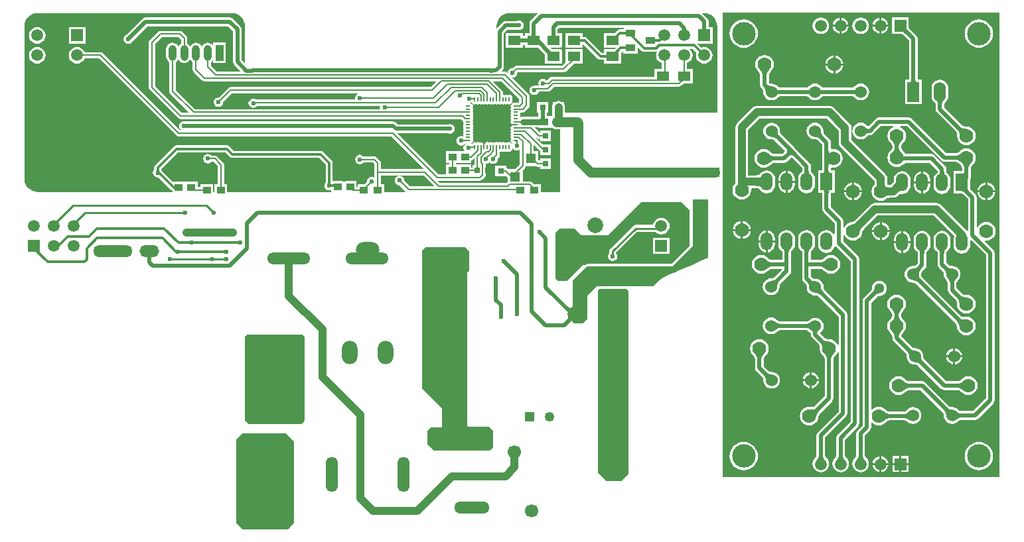
<source format=gbl>
G04 Layer_Physical_Order=2*
G04 Layer_Color=16711680*
%FSLAX44Y44*%
%MOMM*%
G71*
G01*
G75*
%ADD10C,0.5000*%
%ADD11C,1.0000*%
%ADD12R,0.7500X0.8000*%
%ADD13R,0.8000X0.7500*%
%ADD14R,1.0000X0.9500*%
%ADD15R,1.6002X1.2700*%
%ADD22C,0.2000*%
%ADD33C,0.3000*%
%ADD34C,0.2540*%
%ADD37C,3.0000*%
%ADD38O,1.5240X2.2860*%
%ADD39R,1.5240X2.2860*%
%ADD40C,1.7780*%
%ADD41O,1.5240X2.5400*%
%ADD42R,1.5240X2.5400*%
%ADD43C,1.5240*%
%ADD44C,1.5000*%
%ADD45R,1.5000X1.5000*%
%ADD46C,0.6000*%
%ADD47C,1.3000*%
%ADD48C,1.0000*%
%ADD49R,1.0000X2.0000*%
%ADD50O,1.0000X2.0000*%
%ADD51C,0.6600*%
%ADD52O,4.5000X1.5000*%
%ADD53O,1.5000X4.5000*%
%ADD54O,2.0000X3.0000*%
%ADD55O,3.0000X2.0000*%
%ADD56O,6.0000X3.2000*%
%ADD57O,5.5000X1.5000*%
%ADD58C,2.0000*%
%ADD59R,1.2500X1.2500*%
%ADD60C,1.2500*%
%ADD61C,1.7000*%
%ADD62O,1.5000X6.5000*%
%ADD63O,5.0000X1.5000*%
%ADD64O,2.5000X1.5000*%
%ADD65C,2.0000*%
%ADD66C,1.0000*%
%ADD67O,0.6500X0.2000*%
%ADD68O,0.2000X0.6500*%
%ADD69R,4.7000X4.7000*%
%ADD70R,1.3000X1.3000*%
%ADD71R,1.0000X1.0000*%
%ADD72R,1.2000X0.8500*%
%ADD73R,1.0000X0.8128*%
%ADD74C,0.8000*%
%ADD75C,1.2700*%
%ADD76R,0.7620X1.2700*%
G36*
X1761731Y1264451D02*
Y671589D01*
X1408869D01*
Y1264451D01*
X1761731D01*
D02*
G37*
%LPC*%
G36*
X1598999Y986790D02*
X1609090D01*
Y996881D01*
X1607376Y996656D01*
X1604596Y995504D01*
X1602208Y993672D01*
X1600376Y991284D01*
X1599224Y988504D01*
X1598999Y986790D01*
D02*
G37*
G36*
Y984250D02*
X1599224Y982536D01*
X1600376Y979756D01*
X1602208Y977368D01*
X1604596Y975536D01*
X1607376Y974384D01*
X1609090Y974159D01*
Y984250D01*
X1598999D01*
D02*
G37*
G36*
X1573909Y688020D02*
X1574270Y685279D01*
X1575328Y682725D01*
X1577011Y680531D01*
X1579205Y678848D01*
X1581759Y677790D01*
X1584500Y677429D01*
X1587241Y677790D01*
X1589795Y678848D01*
X1591989Y680531D01*
X1593672Y682725D01*
X1594730Y685279D01*
X1595091Y688020D01*
X1594730Y690761D01*
X1593672Y693315D01*
X1591989Y695509D01*
X1591817Y695640D01*
X1591514Y695958D01*
X1591187Y696352D01*
X1590910Y696742D01*
X1590678Y697130D01*
X1590487Y697516D01*
X1590334Y697905D01*
X1590216Y698302D01*
X1590131Y698712D01*
X1590108Y698904D01*
Y724419D01*
X1596545Y730857D01*
X1597761Y732676D01*
X1598188Y734822D01*
Y740429D01*
X1598487Y740530D01*
X1599458Y740730D01*
X1601824Y738914D01*
X1604716Y737716D01*
X1607820Y737307D01*
X1610924Y737716D01*
X1613816Y738914D01*
X1616300Y740820D01*
X1616487Y741064D01*
X1616962Y741523D01*
X1617557Y742034D01*
X1618134Y742469D01*
X1618692Y742831D01*
X1619229Y743125D01*
X1619747Y743355D01*
X1620246Y743527D01*
X1620731Y743645D01*
X1621055Y743692D01*
X1640445D01*
X1640640Y743670D01*
X1641084Y743583D01*
X1641525Y743461D01*
X1641968Y743302D01*
X1642415Y743103D01*
X1642868Y742861D01*
X1643330Y742573D01*
X1643799Y742236D01*
X1644342Y741794D01*
X1644581Y741668D01*
X1645891Y740663D01*
X1648474Y739593D01*
X1651246Y739228D01*
X1654019Y739593D01*
X1656602Y740663D01*
X1658821Y742366D01*
X1660523Y744584D01*
X1661593Y747168D01*
X1661958Y749940D01*
X1661593Y752712D01*
X1660523Y755296D01*
X1658821Y757514D01*
X1656602Y759217D01*
X1654019Y760287D01*
X1651246Y760652D01*
X1648474Y760287D01*
X1645891Y759217D01*
X1643672Y757514D01*
X1643228Y756936D01*
X1643092Y756833D01*
X1642663Y756351D01*
X1642310Y756012D01*
X1641959Y755726D01*
X1641610Y755490D01*
X1641261Y755297D01*
X1640905Y755142D01*
X1640537Y755022D01*
X1640148Y754935D01*
X1639942Y754908D01*
X1621055D01*
X1620731Y754955D01*
X1620246Y755073D01*
X1619747Y755245D01*
X1619229Y755475D01*
X1618692Y755769D01*
X1618134Y756131D01*
X1617557Y756566D01*
X1616962Y757077D01*
X1616487Y757536D01*
X1616300Y757780D01*
X1613816Y759686D01*
X1610924Y760884D01*
X1607820Y761293D01*
X1604716Y760884D01*
X1601824Y759686D01*
X1599458Y757870D01*
X1598487Y758070D01*
X1598188Y758171D01*
Y894297D01*
X1605836Y901945D01*
X1605887Y901987D01*
X1606188Y902199D01*
X1606480Y902372D01*
X1606765Y902512D01*
X1607047Y902622D01*
X1607329Y902705D01*
X1607617Y902763D01*
X1607917Y902797D01*
X1608180Y902805D01*
X1608328Y902786D01*
X1610808Y903112D01*
X1613119Y904070D01*
X1615103Y905592D01*
X1616626Y907577D01*
X1617583Y909888D01*
X1617910Y912368D01*
X1617583Y914848D01*
X1616626Y917159D01*
X1615103Y919143D01*
X1613119Y920666D01*
X1610808Y921624D01*
X1608328Y921950D01*
X1605848Y921624D01*
X1603537Y920666D01*
X1601552Y919143D01*
X1600030Y917159D01*
X1599073Y914848D01*
X1598746Y912368D01*
X1598766Y912220D01*
X1598757Y911957D01*
X1598723Y911657D01*
X1598665Y911369D01*
X1598582Y911087D01*
X1598472Y910806D01*
X1598332Y910520D01*
X1598159Y910228D01*
X1597947Y909927D01*
X1597905Y909876D01*
X1588615Y900585D01*
X1587399Y898766D01*
X1586972Y896620D01*
Y737145D01*
X1580535Y730707D01*
X1579319Y728888D01*
X1578892Y726742D01*
Y698904D01*
X1578869Y698712D01*
X1578784Y698302D01*
X1578666Y697905D01*
X1578513Y697516D01*
X1578322Y697129D01*
X1578090Y696742D01*
X1577813Y696352D01*
X1577486Y695958D01*
X1577182Y695640D01*
X1577011Y695509D01*
X1575328Y693315D01*
X1574270Y690761D01*
X1573909Y688020D01*
D02*
G37*
G36*
X1599941Y1246750D02*
X1600118Y1245399D01*
X1601130Y1242957D01*
X1602739Y1240859D01*
X1604837Y1239250D01*
X1607279Y1238238D01*
X1608630Y1238061D01*
Y1246750D01*
X1599941D01*
D02*
G37*
G36*
Y689290D02*
X1608630D01*
Y697979D01*
X1607279Y697802D01*
X1604837Y696790D01*
X1602739Y695181D01*
X1601130Y693083D01*
X1600118Y690641D01*
X1599941Y689290D01*
D02*
G37*
G36*
Y686750D02*
X1600118Y685399D01*
X1601130Y682957D01*
X1602739Y680859D01*
X1604837Y679250D01*
X1607279Y678238D01*
X1608630Y678061D01*
Y686750D01*
X1599941D01*
D02*
G37*
G36*
X1611170Y1257979D02*
Y1249290D01*
X1619859D01*
X1619682Y1250641D01*
X1618670Y1253083D01*
X1617061Y1255181D01*
X1614963Y1256790D01*
X1612521Y1257802D01*
X1611170Y1257979D01*
D02*
G37*
G36*
X1611630Y996881D02*
Y986790D01*
X1621721D01*
X1621496Y988504D01*
X1620344Y991284D01*
X1618512Y993672D01*
X1616124Y995504D01*
X1613344Y996656D01*
X1611630Y996881D01*
D02*
G37*
G36*
Y984250D02*
Y974159D01*
X1613344Y974384D01*
X1616124Y975536D01*
X1618512Y977368D01*
X1620344Y979756D01*
X1621496Y982536D01*
X1621721Y984250D01*
X1611630D01*
D02*
G37*
G36*
X1618527Y892180D02*
X1618936Y889076D01*
X1620134Y886184D01*
X1622040Y883700D01*
X1622284Y883513D01*
X1622743Y883038D01*
X1623254Y882443D01*
X1623689Y881866D01*
X1624051Y881308D01*
X1624345Y880771D01*
X1624575Y880253D01*
X1624747Y879754D01*
X1624865Y879269D01*
X1624912Y878945D01*
Y877475D01*
X1624865Y877151D01*
X1624747Y876666D01*
X1624575Y876167D01*
X1624345Y875649D01*
X1624051Y875112D01*
X1623689Y874554D01*
X1623254Y873977D01*
X1622743Y873382D01*
X1622284Y872907D01*
X1622040Y872720D01*
X1620134Y870236D01*
X1618936Y867344D01*
X1618527Y864240D01*
X1618936Y861136D01*
X1620134Y858244D01*
X1622040Y855760D01*
X1622284Y855573D01*
X1622743Y855098D01*
X1623254Y854503D01*
X1623689Y853926D01*
X1624051Y853368D01*
X1624345Y852831D01*
X1624575Y852313D01*
X1624747Y851814D01*
X1624865Y851329D01*
X1624912Y851005D01*
Y848926D01*
X1625339Y846780D01*
X1626555Y844961D01*
X1642140Y829376D01*
X1642266Y829214D01*
X1642498Y828858D01*
X1642698Y828484D01*
X1642869Y828088D01*
X1643010Y827665D01*
X1643123Y827208D01*
X1643205Y826715D01*
X1643254Y826181D01*
X1643264Y825722D01*
X1643235Y825500D01*
X1643600Y822728D01*
X1644670Y820144D01*
X1646372Y817926D01*
X1648591Y816223D01*
X1651174Y815153D01*
X1653946Y814788D01*
X1654168Y814818D01*
X1654628Y814807D01*
X1655161Y814758D01*
X1655655Y814677D01*
X1656111Y814564D01*
X1656535Y814422D01*
X1656931Y814252D01*
X1657304Y814052D01*
X1657661Y813820D01*
X1657823Y813693D01*
X1687441Y784075D01*
X1689260Y782859D01*
X1691406Y782432D01*
X1708725D01*
X1709049Y782385D01*
X1709534Y782267D01*
X1710033Y782095D01*
X1710551Y781865D01*
X1711088Y781571D01*
X1711646Y781209D01*
X1712223Y780774D01*
X1712818Y780263D01*
X1713293Y779804D01*
X1713480Y779560D01*
X1715964Y777654D01*
X1718856Y776456D01*
X1721960Y776047D01*
X1725064Y776456D01*
X1727956Y777654D01*
X1730440Y779560D01*
X1732346Y782044D01*
X1733544Y784936D01*
X1733953Y788040D01*
X1733544Y791144D01*
X1732346Y794036D01*
X1730440Y796520D01*
X1727956Y798426D01*
X1725064Y799624D01*
X1721960Y800033D01*
X1718856Y799624D01*
X1715964Y798426D01*
X1713480Y796520D01*
X1713293Y796276D01*
X1712818Y795817D01*
X1712223Y795306D01*
X1711646Y794871D01*
X1711088Y794509D01*
X1710551Y794215D01*
X1710033Y793985D01*
X1709534Y793813D01*
X1709049Y793695D01*
X1708725Y793648D01*
X1693729D01*
X1665753Y821624D01*
X1665627Y821786D01*
X1665394Y822142D01*
X1665194Y822516D01*
X1665024Y822912D01*
X1664882Y823335D01*
X1664770Y823792D01*
X1664688Y824285D01*
X1664639Y824819D01*
X1664629Y825278D01*
X1664658Y825500D01*
X1664293Y828272D01*
X1663223Y830856D01*
X1661521Y833074D01*
X1659302Y834777D01*
X1656719Y835847D01*
X1653946Y836212D01*
X1653725Y836182D01*
X1653265Y836193D01*
X1652731Y836242D01*
X1652238Y836323D01*
X1651781Y836436D01*
X1651358Y836578D01*
X1650962Y836748D01*
X1650589Y836948D01*
X1650232Y837180D01*
X1650070Y837307D01*
X1636159Y851218D01*
X1636175Y851329D01*
X1636293Y851814D01*
X1636465Y852313D01*
X1636695Y852831D01*
X1636989Y853368D01*
X1637351Y853926D01*
X1637786Y854503D01*
X1638297Y855098D01*
X1638756Y855573D01*
X1639000Y855760D01*
X1640906Y858244D01*
X1642104Y861136D01*
X1642513Y864240D01*
X1642104Y867344D01*
X1640906Y870236D01*
X1639000Y872720D01*
X1638756Y872907D01*
X1638297Y873382D01*
X1637786Y873977D01*
X1637351Y874554D01*
X1636989Y875112D01*
X1636695Y875649D01*
X1636465Y876167D01*
X1636293Y876666D01*
X1636175Y877151D01*
X1636128Y877475D01*
Y878945D01*
X1636175Y879269D01*
X1636293Y879754D01*
X1636465Y880253D01*
X1636695Y880770D01*
X1636989Y881308D01*
X1637351Y881866D01*
X1637786Y882443D01*
X1638297Y883038D01*
X1638756Y883513D01*
X1639000Y883700D01*
X1640906Y886184D01*
X1642104Y889076D01*
X1642513Y892180D01*
X1642104Y895284D01*
X1640906Y898176D01*
X1639000Y900660D01*
X1636516Y902566D01*
X1633624Y903764D01*
X1630520Y904173D01*
X1627416Y903764D01*
X1624524Y902566D01*
X1622040Y900660D01*
X1620134Y898176D01*
X1618936Y895284D01*
X1618527Y892180D01*
D02*
G37*
G36*
X1611170Y1246750D02*
Y1238061D01*
X1612521Y1238238D01*
X1614963Y1239250D01*
X1617061Y1240859D01*
X1618670Y1242957D01*
X1619682Y1245399D01*
X1619859Y1246750D01*
X1611170D01*
D02*
G37*
G36*
Y697979D02*
Y689290D01*
X1619859D01*
X1619682Y690641D01*
X1618670Y693083D01*
X1617061Y695181D01*
X1614963Y696790D01*
X1612521Y697802D01*
X1611170Y697979D01*
D02*
G37*
G36*
Y686750D02*
Y678061D01*
X1612521Y678238D01*
X1614963Y679250D01*
X1617061Y680859D01*
X1618670Y682957D01*
X1619682Y685399D01*
X1619859Y686750D01*
X1611170D01*
D02*
G37*
G36*
X1552170Y1197150D02*
Y1187059D01*
X1553884Y1187284D01*
X1556664Y1188436D01*
X1559052Y1190268D01*
X1560884Y1192656D01*
X1562036Y1195436D01*
X1562261Y1197150D01*
X1552170D01*
D02*
G37*
G36*
X1560370Y1257979D02*
Y1249290D01*
X1569059D01*
X1568882Y1250641D01*
X1567870Y1253083D01*
X1566261Y1255181D01*
X1564163Y1256790D01*
X1561721Y1257802D01*
X1560370Y1257979D01*
D02*
G37*
G36*
Y1246750D02*
Y1238061D01*
X1561721Y1238238D01*
X1564163Y1239250D01*
X1566261Y1240859D01*
X1567870Y1242957D01*
X1568882Y1245399D01*
X1569059Y1246750D01*
X1560370D01*
D02*
G37*
G36*
X1549141Y1249290D02*
X1557830D01*
Y1257979D01*
X1556479Y1257802D01*
X1554037Y1256790D01*
X1551939Y1255181D01*
X1550330Y1253083D01*
X1549318Y1250641D01*
X1549141Y1249290D01*
D02*
G37*
G36*
Y1246750D02*
X1549318Y1245399D01*
X1550330Y1242957D01*
X1551939Y1240859D01*
X1554037Y1239250D01*
X1556479Y1238238D01*
X1557830Y1238061D01*
Y1246750D01*
X1549141D01*
D02*
G37*
G36*
X1552170Y1209781D02*
Y1199690D01*
X1562261D01*
X1562036Y1201404D01*
X1560884Y1204184D01*
X1559052Y1206572D01*
X1556664Y1208404D01*
X1553884Y1209556D01*
X1552170Y1209781D01*
D02*
G37*
G36*
X1563439Y1037590D02*
X1573530D01*
Y1047681D01*
X1571816Y1047456D01*
X1569036Y1046304D01*
X1566648Y1044472D01*
X1564816Y1042084D01*
X1563664Y1039304D01*
X1563439Y1037590D01*
D02*
G37*
G36*
X1573909Y1248020D02*
X1574270Y1245279D01*
X1575328Y1242725D01*
X1577011Y1240531D01*
X1579205Y1238848D01*
X1581759Y1237790D01*
X1584500Y1237429D01*
X1587241Y1237790D01*
X1589795Y1238848D01*
X1591989Y1240531D01*
X1593672Y1242725D01*
X1594730Y1245279D01*
X1595091Y1248020D01*
X1594730Y1250761D01*
X1593672Y1253315D01*
X1591989Y1255509D01*
X1589795Y1257192D01*
X1587241Y1258250D01*
X1584500Y1258611D01*
X1581759Y1258250D01*
X1579205Y1257192D01*
X1577011Y1255509D01*
X1575328Y1253315D01*
X1574270Y1250761D01*
X1573909Y1248020D01*
D02*
G37*
G36*
X1420907Y1037820D02*
X1421316Y1034716D01*
X1422514Y1031824D01*
X1424420Y1029340D01*
X1426904Y1027434D01*
X1429796Y1026236D01*
X1432900Y1025827D01*
X1436004Y1026236D01*
X1438896Y1027434D01*
X1441380Y1029340D01*
X1443286Y1031824D01*
X1444484Y1034716D01*
X1444893Y1037820D01*
X1444672Y1039496D01*
X1445509Y1040451D01*
X1447774D01*
X1449648Y1040414D01*
X1451715Y1040275D01*
X1453477Y1040052D01*
X1454918Y1039758D01*
X1455421Y1039601D01*
X1455524Y1039354D01*
X1457226Y1037136D01*
X1458517Y1036145D01*
X1458553Y1036104D01*
X1458599Y1036082D01*
X1459444Y1035433D01*
X1462028Y1034363D01*
X1464800Y1033998D01*
X1467572Y1034363D01*
X1470156Y1035433D01*
X1472374Y1037136D01*
X1474077Y1039354D01*
X1475147Y1041938D01*
X1475512Y1044710D01*
Y1052330D01*
X1475147Y1055102D01*
X1474077Y1057686D01*
X1472374Y1059904D01*
X1470156Y1061607D01*
X1467572Y1062677D01*
X1464800Y1063042D01*
X1462028Y1062677D01*
X1459444Y1061607D01*
X1458599Y1060958D01*
X1458553Y1060936D01*
X1458517Y1060895D01*
X1457226Y1059904D01*
X1455524Y1057686D01*
X1455421Y1057439D01*
X1454918Y1057282D01*
X1453524Y1056998D01*
X1449606Y1056626D01*
X1447774Y1056589D01*
X1440969D01*
Y1114598D01*
X1455968Y1129597D01*
X1541232D01*
X1556571Y1114258D01*
Y1098550D01*
X1556846Y1096462D01*
X1557652Y1094516D01*
X1558934Y1092844D01*
X1602291Y1049488D01*
Y1048646D01*
X1602256Y1047288D01*
X1602128Y1045914D01*
X1602050Y1045437D01*
X1601962Y1045048D01*
X1601888Y1044806D01*
X1601880Y1044800D01*
X1599974Y1042316D01*
X1598776Y1039424D01*
X1598367Y1036320D01*
X1598776Y1033216D01*
X1599974Y1030324D01*
X1601880Y1027840D01*
X1604364Y1025934D01*
X1607256Y1024736D01*
X1610360Y1024327D01*
X1613464Y1024736D01*
X1616356Y1025934D01*
X1618840Y1027840D01*
X1618846Y1027848D01*
X1619088Y1027922D01*
X1619477Y1028010D01*
X1619925Y1028084D01*
X1622188Y1028250D01*
X1622236Y1028251D01*
X1626220D01*
X1628308Y1028526D01*
X1630255Y1029332D01*
X1631926Y1030614D01*
X1632285Y1030974D01*
X1633651Y1032288D01*
X1634977Y1033429D01*
X1635034Y1033471D01*
X1637560Y1033138D01*
X1640332Y1033503D01*
X1642916Y1034573D01*
X1645134Y1036276D01*
X1646837Y1038494D01*
X1647907Y1041078D01*
X1648272Y1043850D01*
Y1051470D01*
X1647907Y1054242D01*
X1646837Y1056826D01*
X1645134Y1059044D01*
X1642916Y1060747D01*
X1640332Y1061817D01*
X1637560Y1062182D01*
X1634788Y1061817D01*
X1632204Y1060747D01*
X1629986Y1059044D01*
X1628283Y1056826D01*
X1627213Y1054242D01*
X1626848Y1051470D01*
Y1049027D01*
X1626658Y1048745D01*
X1622787Y1044389D01*
X1622686D01*
X1621328Y1044424D01*
X1619954Y1044551D01*
X1619477Y1044630D01*
X1619088Y1044718D01*
X1618846Y1044792D01*
X1618840Y1044800D01*
X1618832Y1044806D01*
X1618758Y1045048D01*
X1618669Y1045437D01*
X1618596Y1045885D01*
X1618430Y1048148D01*
X1618429Y1048196D01*
Y1052830D01*
X1618154Y1054918D01*
X1617348Y1056864D01*
X1616066Y1058536D01*
X1572709Y1101892D01*
Y1117600D01*
X1572434Y1119688D01*
X1571628Y1121635D01*
X1570346Y1123306D01*
X1550280Y1143372D01*
X1548609Y1144654D01*
X1546662Y1145460D01*
X1544574Y1145735D01*
X1452626D01*
X1450538Y1145460D01*
X1448591Y1144654D01*
X1446920Y1143372D01*
X1427194Y1123646D01*
X1425912Y1121974D01*
X1425106Y1120028D01*
X1424831Y1117940D01*
Y1046615D01*
X1424420Y1046300D01*
X1422514Y1043816D01*
X1421316Y1040924D01*
X1420907Y1037820D01*
D02*
G37*
G36*
X1599941Y1249290D02*
X1608630D01*
Y1257979D01*
X1607279Y1257802D01*
X1604837Y1256790D01*
X1602739Y1255181D01*
X1601130Y1253083D01*
X1600118Y1250641D01*
X1599941Y1249290D01*
D02*
G37*
G36*
X1563439Y1035050D02*
X1563664Y1033336D01*
X1564816Y1030556D01*
X1566648Y1028168D01*
X1569036Y1026336D01*
X1571816Y1025184D01*
X1573530Y1024959D01*
Y1035050D01*
X1563439D01*
D02*
G37*
G36*
X1576070Y1047681D02*
Y1037590D01*
X1586161D01*
X1585936Y1039304D01*
X1584784Y1042084D01*
X1582952Y1044472D01*
X1580564Y1046304D01*
X1577784Y1047456D01*
X1576070Y1047681D01*
D02*
G37*
G36*
Y1035050D02*
Y1024959D01*
X1577784Y1025184D01*
X1580564Y1026336D01*
X1582952Y1028168D01*
X1584784Y1030556D01*
X1585936Y1033336D01*
X1586161Y1035050D01*
X1576070D01*
D02*
G37*
G36*
X1693853Y826770D02*
X1702664D01*
Y835581D01*
X1701281Y835398D01*
X1698810Y834375D01*
X1696687Y832746D01*
X1695059Y830624D01*
X1694035Y828152D01*
X1693853Y826770D01*
D02*
G37*
G36*
Y824230D02*
X1694035Y822848D01*
X1695059Y820376D01*
X1696687Y818254D01*
X1698810Y816625D01*
X1701281Y815602D01*
X1702664Y815419D01*
Y824230D01*
X1693853D01*
D02*
G37*
G36*
X1705204Y835581D02*
Y826770D01*
X1714014D01*
X1713832Y828152D01*
X1712808Y830624D01*
X1711180Y832746D01*
X1709057Y834375D01*
X1706586Y835398D01*
X1705204Y835581D01*
D02*
G37*
G36*
X1640535Y930280D02*
X1640900Y927508D01*
X1641970Y924924D01*
X1643672Y922706D01*
X1645891Y921003D01*
X1648474Y919933D01*
X1651246Y919568D01*
X1651468Y919597D01*
X1651928Y919587D01*
X1652462Y919538D01*
X1652955Y919456D01*
X1653411Y919344D01*
X1653835Y919202D01*
X1654231Y919032D01*
X1654604Y918832D01*
X1654960Y918600D01*
X1655123Y918473D01*
X1705480Y868115D01*
X1705668Y867872D01*
X1705970Y867411D01*
X1706261Y866887D01*
X1706538Y866297D01*
X1706799Y865639D01*
X1707028Y864949D01*
X1707461Y863224D01*
X1707635Y862270D01*
X1707713Y862075D01*
X1707836Y861136D01*
X1709034Y858244D01*
X1710940Y855760D01*
X1713424Y853854D01*
X1716316Y852656D01*
X1719420Y852247D01*
X1722524Y852656D01*
X1725416Y853854D01*
X1727900Y855760D01*
X1729806Y858244D01*
X1731004Y861136D01*
X1731413Y864240D01*
X1731004Y867344D01*
X1729806Y870236D01*
X1727900Y872720D01*
X1725416Y874626D01*
X1722524Y875824D01*
X1719420Y876233D01*
X1717642Y875999D01*
X1717379Y876012D01*
X1716540Y875889D01*
X1715868Y875841D01*
X1715261Y875848D01*
X1714715Y875903D01*
X1714224Y876002D01*
X1713780Y876141D01*
X1713373Y876318D01*
X1712991Y876537D01*
X1712731Y876726D01*
X1663053Y926404D01*
X1662927Y926566D01*
X1662695Y926922D01*
X1662494Y927296D01*
X1662324Y927692D01*
X1662182Y928115D01*
X1662070Y928572D01*
X1661988Y929065D01*
X1661939Y929599D01*
X1661929Y930058D01*
X1661958Y930280D01*
X1661929Y930502D01*
X1661939Y930961D01*
X1661988Y931495D01*
X1662070Y931988D01*
X1662182Y932445D01*
X1662324Y932868D01*
X1662495Y933264D01*
X1662695Y933638D01*
X1662927Y933994D01*
X1663053Y934156D01*
X1666925Y938028D01*
X1668141Y939848D01*
X1668568Y941994D01*
Y956963D01*
X1668605Y957514D01*
X1668703Y958280D01*
X1668798Y958744D01*
X1670534Y960076D01*
X1672237Y962294D01*
X1673307Y964878D01*
X1673672Y967650D01*
Y975270D01*
X1673307Y978042D01*
X1672237Y980626D01*
X1670534Y982844D01*
X1668316Y984547D01*
X1665732Y985617D01*
X1662960Y985982D01*
X1660188Y985617D01*
X1657604Y984547D01*
X1655386Y982844D01*
X1653683Y980626D01*
X1652613Y978042D01*
X1652248Y975270D01*
Y967650D01*
X1652613Y964878D01*
X1653683Y962294D01*
X1655386Y960076D01*
X1657122Y958744D01*
X1657208Y958327D01*
X1657352Y956815D01*
Y944316D01*
X1655123Y942087D01*
X1654960Y941960D01*
X1654604Y941728D01*
X1654230Y941528D01*
X1653835Y941358D01*
X1653411Y941216D01*
X1652955Y941103D01*
X1652462Y941022D01*
X1651928Y940973D01*
X1651468Y940962D01*
X1651246Y940992D01*
X1648474Y940627D01*
X1645891Y939557D01*
X1643672Y937854D01*
X1641970Y935636D01*
X1640900Y933052D01*
X1640535Y930280D01*
D02*
G37*
G36*
X1677648Y975270D02*
Y967650D01*
X1678013Y964878D01*
X1679083Y962294D01*
X1680786Y960076D01*
X1682522Y958744D01*
X1682608Y958327D01*
X1682752Y956815D01*
Y943154D01*
X1683179Y941008D01*
X1684395Y939188D01*
X1689427Y934156D01*
X1689553Y933994D01*
X1689785Y933638D01*
X1689986Y933264D01*
X1690156Y932868D01*
X1690298Y932445D01*
X1690410Y931988D01*
X1690492Y931495D01*
X1690541Y930961D01*
X1690551Y930502D01*
X1690522Y930280D01*
X1690887Y927508D01*
X1691957Y924924D01*
X1693659Y922706D01*
X1693837Y922570D01*
X1694154Y922237D01*
X1694497Y921825D01*
X1694788Y921419D01*
X1695031Y921016D01*
X1695231Y920617D01*
X1695390Y920216D01*
X1695513Y919811D01*
X1695601Y919394D01*
X1695626Y919190D01*
Y910366D01*
X1696053Y908220D01*
X1697268Y906401D01*
X1706096Y897573D01*
X1706292Y897311D01*
X1706551Y896884D01*
X1706783Y896410D01*
X1706986Y895881D01*
X1707159Y895293D01*
X1707297Y894643D01*
X1707397Y893927D01*
X1707456Y893145D01*
X1707468Y892485D01*
X1707427Y892180D01*
X1707836Y889076D01*
X1709034Y886184D01*
X1710940Y883700D01*
X1713424Y881794D01*
X1716316Y880596D01*
X1719420Y880187D01*
X1722524Y880596D01*
X1725416Y881794D01*
X1727900Y883700D01*
X1729806Y886184D01*
X1731004Y889076D01*
X1731413Y892180D01*
X1731004Y895284D01*
X1729806Y898176D01*
X1727900Y900660D01*
X1725416Y902566D01*
X1722524Y903764D01*
X1719420Y904173D01*
X1719115Y904132D01*
X1718455Y904144D01*
X1717673Y904203D01*
X1716957Y904303D01*
X1716307Y904442D01*
X1715719Y904614D01*
X1715190Y904817D01*
X1714716Y905049D01*
X1714289Y905308D01*
X1714027Y905504D01*
X1706841Y912689D01*
Y919190D01*
X1706867Y919394D01*
X1706954Y919811D01*
X1707077Y920216D01*
X1707236Y920617D01*
X1707436Y921016D01*
X1707679Y921419D01*
X1707970Y921825D01*
X1708313Y922237D01*
X1708630Y922570D01*
X1708808Y922706D01*
X1710510Y924924D01*
X1711580Y927508D01*
X1711945Y930280D01*
X1711580Y933052D01*
X1710510Y935636D01*
X1708808Y937854D01*
X1706589Y939557D01*
X1704006Y940627D01*
X1701234Y940992D01*
X1701012Y940962D01*
X1700552Y940973D01*
X1700018Y941022D01*
X1699525Y941103D01*
X1699069Y941216D01*
X1698645Y941358D01*
X1698249Y941528D01*
X1697876Y941728D01*
X1697520Y941960D01*
X1697357Y942087D01*
X1693968Y945476D01*
Y956963D01*
X1694005Y957514D01*
X1694103Y958280D01*
X1694198Y958744D01*
X1695934Y960076D01*
X1697637Y962294D01*
X1698707Y964878D01*
X1699072Y967650D01*
Y975270D01*
X1698707Y978042D01*
X1697637Y980626D01*
X1695934Y982844D01*
X1693716Y984547D01*
X1691132Y985617D01*
X1688360Y985982D01*
X1685588Y985617D01*
X1683004Y984547D01*
X1680786Y982844D01*
X1679083Y980626D01*
X1678013Y978042D01*
X1677648Y975270D01*
D02*
G37*
G36*
X1675086Y1168273D02*
Y1158113D01*
X1675451Y1155341D01*
X1676521Y1152757D01*
X1678224Y1150539D01*
X1679960Y1149207D01*
X1680046Y1148790D01*
X1680190Y1147278D01*
Y1141222D01*
X1680617Y1139076D01*
X1681833Y1137257D01*
X1706256Y1112833D01*
X1706452Y1112571D01*
X1706711Y1112144D01*
X1706943Y1111670D01*
X1707146Y1111141D01*
X1707319Y1110553D01*
X1707457Y1109903D01*
X1707557Y1109187D01*
X1707616Y1108405D01*
X1707628Y1107745D01*
X1707587Y1107440D01*
X1707996Y1104336D01*
X1709194Y1101444D01*
X1711100Y1098960D01*
X1713584Y1097054D01*
X1716476Y1095856D01*
X1719580Y1095447D01*
X1722684Y1095856D01*
X1725576Y1097054D01*
X1728060Y1098960D01*
X1729966Y1101444D01*
X1731164Y1104336D01*
X1731573Y1107440D01*
X1731164Y1110544D01*
X1729966Y1113436D01*
X1728060Y1115920D01*
X1725576Y1117826D01*
X1722684Y1119024D01*
X1719580Y1119433D01*
X1719275Y1119392D01*
X1718615Y1119404D01*
X1717833Y1119463D01*
X1717117Y1119563D01*
X1716467Y1119702D01*
X1715879Y1119874D01*
X1715350Y1120077D01*
X1714876Y1120309D01*
X1714449Y1120568D01*
X1714187Y1120764D01*
X1691406Y1143545D01*
Y1147426D01*
X1691443Y1147977D01*
X1691541Y1148743D01*
X1691636Y1149207D01*
X1693372Y1150539D01*
X1695075Y1152757D01*
X1696145Y1155341D01*
X1696510Y1158113D01*
Y1168273D01*
X1696145Y1171045D01*
X1695075Y1173629D01*
X1693372Y1175847D01*
X1691154Y1177550D01*
X1688570Y1178620D01*
X1685798Y1178985D01*
X1683026Y1178620D01*
X1680442Y1177550D01*
X1678224Y1175847D01*
X1676521Y1173629D01*
X1675451Y1171045D01*
X1675086Y1168273D01*
D02*
G37*
G36*
X1705204Y824230D02*
Y815419D01*
X1706586Y815602D01*
X1709057Y816625D01*
X1711180Y818254D01*
X1712808Y820376D01*
X1713832Y822848D01*
X1714014Y824230D01*
X1705204D01*
D02*
G37*
G36*
X1717213Y698020D02*
X1717560Y694491D01*
X1718590Y691098D01*
X1720261Y687971D01*
X1722511Y685230D01*
X1725251Y682981D01*
X1728378Y681310D01*
X1731771Y680281D01*
X1735300Y679933D01*
X1738829Y680281D01*
X1742222Y681310D01*
X1745349Y682981D01*
X1748089Y685230D01*
X1750339Y687971D01*
X1752010Y691098D01*
X1753040Y694491D01*
X1753387Y698020D01*
X1753040Y701549D01*
X1752010Y704942D01*
X1750339Y708069D01*
X1748089Y710809D01*
X1745349Y713059D01*
X1742222Y714730D01*
X1738829Y715760D01*
X1735300Y716107D01*
X1731771Y715760D01*
X1728378Y714730D01*
X1725251Y713059D01*
X1722511Y710809D01*
X1720261Y708069D01*
X1718590Y704942D01*
X1717560Y701549D01*
X1717213Y698020D01*
D02*
G37*
G36*
X1746250Y1047681D02*
Y1037590D01*
X1756341D01*
X1756116Y1039304D01*
X1754964Y1042084D01*
X1753132Y1044472D01*
X1750744Y1046304D01*
X1747964Y1047456D01*
X1746250Y1047681D01*
D02*
G37*
G36*
Y1035050D02*
Y1024959D01*
X1747964Y1025184D01*
X1750744Y1026336D01*
X1753132Y1028168D01*
X1754964Y1030556D01*
X1756116Y1033336D01*
X1756341Y1035050D01*
X1746250D01*
D02*
G37*
G36*
X1733619Y1037590D02*
X1743710D01*
Y1047681D01*
X1741996Y1047456D01*
X1739216Y1046304D01*
X1736828Y1044472D01*
X1734996Y1042084D01*
X1733844Y1039304D01*
X1733619Y1037590D01*
D02*
G37*
G36*
Y1035050D02*
X1733844Y1033336D01*
X1734996Y1030556D01*
X1736828Y1028168D01*
X1739216Y1026336D01*
X1741996Y1025184D01*
X1743710Y1024959D01*
Y1035050D01*
X1733619D01*
D02*
G37*
G36*
X1717213Y1238020D02*
X1717560Y1234491D01*
X1718590Y1231098D01*
X1720261Y1227971D01*
X1722511Y1225230D01*
X1725251Y1222981D01*
X1728378Y1221310D01*
X1731771Y1220281D01*
X1735300Y1219933D01*
X1738829Y1220281D01*
X1742222Y1221310D01*
X1745349Y1222981D01*
X1748089Y1225230D01*
X1750339Y1227971D01*
X1752010Y1231098D01*
X1753040Y1234491D01*
X1753387Y1238020D01*
X1753040Y1241549D01*
X1752010Y1244942D01*
X1750339Y1248069D01*
X1748089Y1250809D01*
X1745349Y1253059D01*
X1742222Y1254730D01*
X1738829Y1255760D01*
X1735300Y1256107D01*
X1731771Y1255760D01*
X1728378Y1254730D01*
X1725251Y1253059D01*
X1722511Y1250809D01*
X1720261Y1248069D01*
X1718590Y1244942D01*
X1717560Y1241549D01*
X1717213Y1238020D01*
D02*
G37*
G36*
X1627312Y970190D02*
Y967650D01*
X1627661Y964998D01*
X1628685Y962526D01*
X1630314Y960404D01*
X1632436Y958775D01*
X1634908Y957751D01*
X1636290Y957570D01*
Y970190D01*
X1627312D01*
D02*
G37*
G36*
X1636570Y698060D02*
Y689290D01*
X1645340D01*
Y698060D01*
X1636570D01*
D02*
G37*
G36*
Y686750D02*
Y677980D01*
X1645340D01*
Y686750D01*
X1636570D01*
D02*
G37*
G36*
X1625260Y698060D02*
Y689290D01*
X1634030D01*
Y698060D01*
X1625260D01*
D02*
G37*
G36*
Y686750D02*
Y677980D01*
X1634030D01*
Y686750D01*
X1625260D01*
D02*
G37*
G36*
X1627312Y975270D02*
Y972730D01*
X1636290D01*
Y985350D01*
X1634908Y985169D01*
X1632436Y984145D01*
X1630314Y982516D01*
X1628685Y980394D01*
X1627661Y977922D01*
X1627312Y975270D01*
D02*
G37*
G36*
X1624800Y1258520D02*
Y1237520D01*
X1635556D01*
X1635699Y1237492D01*
X1635841Y1237520D01*
X1637483D01*
X1638040Y1237132D01*
X1639451Y1235938D01*
X1646154Y1229235D01*
Y1180021D01*
X1646125Y1179690D01*
X1646044Y1179198D01*
X1646030Y1179147D01*
X1641142D01*
Y1147747D01*
X1662382D01*
Y1179147D01*
X1657494D01*
X1657480Y1179198D01*
X1657399Y1179690D01*
X1657370Y1180021D01*
Y1231558D01*
X1656943Y1233704D01*
X1655727Y1235523D01*
X1647608Y1243643D01*
X1646785Y1244529D01*
X1646212Y1245245D01*
X1645800Y1245837D01*
Y1247479D01*
X1645828Y1247622D01*
X1645800Y1247764D01*
Y1258520D01*
X1624800D01*
D02*
G37*
G36*
X1652712Y1046390D02*
Y1043850D01*
X1653062Y1041198D01*
X1654085Y1038726D01*
X1655714Y1036604D01*
X1657836Y1034975D01*
X1660308Y1033951D01*
X1661690Y1033770D01*
Y1046390D01*
X1652712D01*
D02*
G37*
G36*
X1664230Y1061551D02*
Y1048930D01*
X1673208D01*
Y1051470D01*
X1672858Y1054122D01*
X1671835Y1056594D01*
X1670206Y1058716D01*
X1668084Y1060345D01*
X1665612Y1061368D01*
X1664230Y1061551D01*
D02*
G37*
G36*
Y1046390D02*
Y1033770D01*
X1665612Y1033951D01*
X1668084Y1034975D01*
X1670206Y1036604D01*
X1671835Y1038726D01*
X1672858Y1041198D01*
X1673208Y1043850D01*
Y1046390D01*
X1664230D01*
D02*
G37*
G36*
X1638830Y985350D02*
Y972730D01*
X1647808D01*
Y975270D01*
X1647458Y977922D01*
X1646435Y980394D01*
X1644806Y982516D01*
X1642684Y984145D01*
X1640212Y985169D01*
X1638830Y985350D01*
D02*
G37*
G36*
Y970190D02*
Y957570D01*
X1640212Y957751D01*
X1642684Y958775D01*
X1644806Y960404D01*
X1646435Y962526D01*
X1647458Y964998D01*
X1647808Y967650D01*
Y970190D01*
X1638830D01*
D02*
G37*
G36*
X1652712Y1051470D02*
Y1048930D01*
X1661690D01*
Y1061551D01*
X1660308Y1061368D01*
X1657836Y1060345D01*
X1655714Y1058716D01*
X1654085Y1056594D01*
X1653062Y1054122D01*
X1652712Y1051470D01*
D02*
G37*
G36*
X1539539Y1197150D02*
X1539764Y1195436D01*
X1540916Y1192656D01*
X1542748Y1190268D01*
X1545136Y1188436D01*
X1547916Y1187284D01*
X1549630Y1187059D01*
Y1197150D01*
X1539539D01*
D02*
G37*
G36*
X1522324Y793750D02*
Y784939D01*
X1523706Y785122D01*
X1526177Y786145D01*
X1528300Y787774D01*
X1529928Y789896D01*
X1530952Y792368D01*
X1531134Y793750D01*
X1522324D01*
D02*
G37*
G36*
Y805100D02*
Y796290D01*
X1531134D01*
X1530952Y797672D01*
X1529928Y800144D01*
X1528300Y802266D01*
X1526177Y803895D01*
X1523706Y804919D01*
X1522324Y805100D01*
D02*
G37*
G36*
X1454552Y976130D02*
Y973590D01*
X1463530D01*
Y986210D01*
X1462148Y986029D01*
X1459676Y985005D01*
X1457554Y983376D01*
X1455925Y981254D01*
X1454901Y978782D01*
X1454552Y976130D01*
D02*
G37*
G36*
X1459788Y864646D02*
X1460153Y861874D01*
X1461223Y859291D01*
X1462926Y857072D01*
X1465144Y855370D01*
X1467728Y854300D01*
X1470500Y853935D01*
X1473272Y854300D01*
X1475856Y855370D01*
X1478074Y857072D01*
X1478210Y857250D01*
X1478543Y857567D01*
X1478955Y857910D01*
X1479361Y858201D01*
X1479764Y858444D01*
X1480163Y858643D01*
X1480564Y858803D01*
X1480969Y858925D01*
X1481386Y859013D01*
X1481590Y859039D01*
X1515236D01*
X1515442Y859012D01*
X1515830Y858924D01*
X1516199Y858804D01*
X1516555Y858649D01*
X1516904Y858456D01*
X1517252Y858220D01*
X1517603Y857935D01*
X1517957Y857595D01*
X1518386Y857114D01*
X1518522Y857011D01*
X1518966Y856432D01*
X1520896Y854951D01*
X1520912Y854841D01*
X1520932Y854541D01*
Y853440D01*
X1521359Y851294D01*
X1522575Y849475D01*
X1530996Y841053D01*
X1531192Y840791D01*
X1531451Y840364D01*
X1531683Y839890D01*
X1531886Y839361D01*
X1532059Y838773D01*
X1532197Y838123D01*
X1532297Y837407D01*
X1532356Y836625D01*
X1532368Y835965D01*
X1532327Y835660D01*
X1532736Y832556D01*
X1533934Y829664D01*
X1535840Y827180D01*
X1536084Y826993D01*
X1536543Y826518D01*
X1537054Y825923D01*
X1537489Y825346D01*
X1537851Y824788D01*
X1538145Y824251D01*
X1538375Y823733D01*
X1538547Y823234D01*
X1538665Y822749D01*
X1538712Y822425D01*
Y774483D01*
X1525833Y761603D01*
X1525575Y761416D01*
X1525202Y761205D01*
X1524809Y761037D01*
X1524384Y760910D01*
X1523915Y760823D01*
X1523393Y760780D01*
X1522809Y760788D01*
X1522161Y760852D01*
X1522054Y760872D01*
X1522024Y760884D01*
X1521877Y760903D01*
X1521343Y760999D01*
X1521174Y760996D01*
X1518920Y761293D01*
X1515816Y760884D01*
X1512924Y759686D01*
X1510440Y757780D01*
X1508534Y755296D01*
X1507336Y752404D01*
X1506927Y749300D01*
X1507336Y746196D01*
X1508534Y743304D01*
X1510440Y740820D01*
X1512924Y738914D01*
X1515816Y737716D01*
X1518920Y737307D01*
X1522024Y737716D01*
X1524916Y738914D01*
X1527400Y740820D01*
X1529306Y743304D01*
X1530504Y746196D01*
X1530589Y746843D01*
X1530635Y746948D01*
X1530842Y747911D01*
X1531330Y749654D01*
X1531581Y750358D01*
X1531860Y751026D01*
X1532152Y751625D01*
X1532455Y752156D01*
X1532764Y752622D01*
X1532948Y752857D01*
X1548285Y768195D01*
X1549501Y770014D01*
X1549928Y772160D01*
Y822425D01*
X1549975Y822749D01*
X1550093Y823234D01*
X1550265Y823733D01*
X1550495Y824250D01*
X1550789Y824788D01*
X1551151Y825346D01*
X1551586Y825923D01*
X1552097Y826518D01*
X1552556Y826993D01*
X1552800Y827180D01*
X1554706Y829664D01*
X1555222Y830910D01*
X1556492Y830658D01*
Y754925D01*
X1529735Y728167D01*
X1528519Y726348D01*
X1528092Y724202D01*
Y698904D01*
X1528069Y698712D01*
X1527984Y698302D01*
X1527866Y697905D01*
X1527713Y697516D01*
X1527522Y697129D01*
X1527290Y696742D01*
X1527013Y696352D01*
X1526686Y695958D01*
X1526382Y695640D01*
X1526211Y695509D01*
X1524528Y693315D01*
X1523470Y690761D01*
X1523109Y688020D01*
X1523470Y685279D01*
X1524528Y682725D01*
X1526211Y680531D01*
X1528405Y678848D01*
X1530959Y677790D01*
X1533700Y677429D01*
X1536441Y677790D01*
X1538995Y678848D01*
X1541189Y680531D01*
X1542872Y682725D01*
X1543930Y685279D01*
X1544291Y688020D01*
X1543930Y690761D01*
X1542872Y693315D01*
X1541189Y695509D01*
X1541017Y695640D01*
X1540714Y695958D01*
X1540387Y696352D01*
X1540110Y696742D01*
X1539878Y697130D01*
X1539687Y697516D01*
X1539534Y697905D01*
X1539416Y698302D01*
X1539331Y698712D01*
X1539308Y698904D01*
Y721879D01*
X1566065Y748637D01*
X1567281Y750456D01*
X1567708Y752602D01*
Y878840D01*
X1567281Y880986D01*
X1566065Y882805D01*
X1538465Y910405D01*
X1538340Y910565D01*
X1538099Y910929D01*
X1537888Y911314D01*
X1537704Y911724D01*
X1537547Y912164D01*
X1537419Y912637D01*
X1537319Y913148D01*
X1537251Y913699D01*
X1537239Y913898D01*
X1537252Y913994D01*
X1537219Y914242D01*
X1537211Y914384D01*
X1537190Y914464D01*
X1536887Y916766D01*
X1535817Y919349D01*
X1534114Y921568D01*
X1531896Y923270D01*
X1529312Y924340D01*
X1526540Y924705D01*
X1526318Y924676D01*
X1525859Y924686D01*
X1525325Y924735D01*
X1524832Y924817D01*
X1524375Y924930D01*
X1523952Y925071D01*
X1523556Y925242D01*
X1523182Y925442D01*
X1522826Y925674D01*
X1522664Y925800D01*
X1521208Y927256D01*
Y937372D01*
X1533465D01*
X1533789Y937325D01*
X1534274Y937207D01*
X1534773Y937035D01*
X1535291Y936805D01*
X1535828Y936511D01*
X1536386Y936149D01*
X1536963Y935714D01*
X1537558Y935203D01*
X1538033Y934744D01*
X1538220Y934500D01*
X1540704Y932594D01*
X1543596Y931396D01*
X1546700Y930987D01*
X1549804Y931396D01*
X1552696Y932594D01*
X1555180Y934500D01*
X1557086Y936984D01*
X1558284Y939876D01*
X1558693Y942980D01*
X1558284Y946084D01*
X1557086Y948976D01*
X1555180Y951460D01*
X1552696Y953366D01*
X1549804Y954564D01*
X1546700Y954973D01*
X1543596Y954564D01*
X1540704Y953366D01*
X1538220Y951460D01*
X1538033Y951216D01*
X1537558Y950757D01*
X1536963Y950246D01*
X1536386Y949811D01*
X1535828Y949449D01*
X1535291Y949155D01*
X1534773Y948925D01*
X1534274Y948753D01*
X1533789Y948635D01*
X1533465Y948588D01*
X1521208D01*
Y957823D01*
X1521245Y958374D01*
X1521343Y959140D01*
X1521438Y959604D01*
X1523174Y960936D01*
X1524877Y963154D01*
X1525947Y965738D01*
X1526312Y968510D01*
Y976130D01*
X1525947Y978902D01*
X1524877Y981486D01*
X1523174Y983704D01*
X1520956Y985406D01*
X1518372Y986477D01*
X1515600Y986842D01*
X1512828Y986477D01*
X1510244Y985406D01*
X1508026Y983704D01*
X1506324Y981486D01*
X1505253Y978902D01*
X1504888Y976130D01*
Y968510D01*
X1505253Y965738D01*
X1506324Y963154D01*
X1508026Y960936D01*
X1509762Y959604D01*
X1509848Y959187D01*
X1509992Y957675D01*
Y924934D01*
X1510419Y922788D01*
X1511635Y920968D01*
X1514733Y917870D01*
X1514860Y917708D01*
X1515092Y917351D01*
X1515292Y916978D01*
X1515462Y916582D01*
X1515604Y916159D01*
X1515717Y915702D01*
X1515798Y915209D01*
X1515847Y914675D01*
X1515858Y914215D01*
X1515828Y913994D01*
X1516193Y911221D01*
X1517263Y908638D01*
X1518966Y906419D01*
X1521184Y904717D01*
X1523768Y903647D01*
X1526540Y903282D01*
X1526909Y903331D01*
X1526944Y903324D01*
X1527606Y903333D01*
X1528121Y903302D01*
X1528596Y903237D01*
X1529034Y903140D01*
X1529440Y903012D01*
X1529821Y902855D01*
X1530182Y902666D01*
X1530530Y902443D01*
X1530694Y902316D01*
X1556492Y876517D01*
Y840662D01*
X1555222Y840410D01*
X1554706Y841656D01*
X1552800Y844140D01*
X1550316Y846046D01*
X1547424Y847244D01*
X1544320Y847653D01*
X1544015Y847613D01*
X1543355Y847624D01*
X1542573Y847683D01*
X1541857Y847783D01*
X1541207Y847922D01*
X1540619Y848094D01*
X1540090Y848297D01*
X1539616Y848529D01*
X1539189Y848788D01*
X1538927Y848984D01*
X1533304Y854607D01*
X1533387Y855874D01*
X1534114Y856432D01*
X1535817Y858651D01*
X1536887Y861234D01*
X1537252Y864006D01*
X1536887Y866779D01*
X1535817Y869362D01*
X1534114Y871581D01*
X1531896Y873283D01*
X1529312Y874353D01*
X1526540Y874718D01*
X1523768Y874353D01*
X1521184Y873283D01*
X1519875Y872278D01*
X1519636Y872152D01*
X1519092Y871710D01*
X1518623Y871374D01*
X1518162Y871086D01*
X1517708Y870844D01*
X1517261Y870644D01*
X1516819Y870485D01*
X1516377Y870363D01*
X1515934Y870277D01*
X1515738Y870254D01*
X1481590D01*
X1481386Y870279D01*
X1480969Y870367D01*
X1480564Y870490D01*
X1480163Y870649D01*
X1479764Y870848D01*
X1479362Y871092D01*
X1478955Y871383D01*
X1478543Y871726D01*
X1478210Y872043D01*
X1478074Y872221D01*
X1475856Y873923D01*
X1473272Y874993D01*
X1470500Y875358D01*
X1467728Y874993D01*
X1465144Y873923D01*
X1462926Y872221D01*
X1461223Y870002D01*
X1460153Y867419D01*
X1459788Y864646D01*
D02*
G37*
G36*
X1448907Y1078420D02*
X1449316Y1075316D01*
X1450514Y1072424D01*
X1452420Y1069940D01*
X1454904Y1068034D01*
X1457796Y1066836D01*
X1460900Y1066427D01*
X1464004Y1066836D01*
X1466896Y1068034D01*
X1469380Y1069940D01*
X1469567Y1070184D01*
X1470042Y1070643D01*
X1470637Y1071154D01*
X1471214Y1071589D01*
X1471772Y1071951D01*
X1472309Y1072245D01*
X1472827Y1072475D01*
X1473326Y1072647D01*
X1473811Y1072765D01*
X1474135Y1072812D01*
X1486706D01*
X1488852Y1073239D01*
X1490672Y1074455D01*
X1495447Y1079230D01*
X1495755Y1079445D01*
X1496024Y1079580D01*
X1496196Y1079632D01*
X1496306Y1079643D01*
X1496416Y1079632D01*
X1496589Y1079580D01*
X1496858Y1079445D01*
X1497166Y1079230D01*
X1509992Y1066404D01*
Y1063017D01*
X1509955Y1062466D01*
X1509857Y1061700D01*
X1509762Y1061236D01*
X1508026Y1059904D01*
X1506324Y1057686D01*
X1505253Y1055102D01*
X1504888Y1052330D01*
Y1044710D01*
X1505253Y1041938D01*
X1506324Y1039354D01*
X1508026Y1037136D01*
X1510244Y1035433D01*
X1512828Y1034363D01*
X1515600Y1033998D01*
X1518372Y1034363D01*
X1520956Y1035433D01*
X1523174Y1037136D01*
X1524877Y1039354D01*
X1525947Y1041938D01*
X1526312Y1044710D01*
Y1052330D01*
X1525947Y1055102D01*
X1524877Y1057686D01*
X1523174Y1059904D01*
X1521438Y1061236D01*
X1521352Y1061653D01*
X1521208Y1063165D01*
Y1068726D01*
X1520781Y1070872D01*
X1519565Y1072692D01*
X1500272Y1091985D01*
X1482707Y1109550D01*
X1482580Y1109712D01*
X1482348Y1110069D01*
X1482148Y1110442D01*
X1481978Y1110838D01*
X1481836Y1111262D01*
X1481723Y1111718D01*
X1481642Y1112211D01*
X1481593Y1112745D01*
X1481582Y1113205D01*
X1481612Y1113426D01*
X1481247Y1116199D01*
X1480177Y1118782D01*
X1478474Y1121001D01*
X1476256Y1122703D01*
X1473672Y1123773D01*
X1470900Y1124138D01*
X1468128Y1123773D01*
X1465544Y1122703D01*
X1463326Y1121001D01*
X1461623Y1118782D01*
X1460553Y1116199D01*
X1460188Y1113426D01*
X1460553Y1110654D01*
X1461623Y1108071D01*
X1463326Y1105852D01*
X1465544Y1104150D01*
X1468128Y1103080D01*
X1470900Y1102715D01*
X1471122Y1102744D01*
X1471581Y1102734D01*
X1472115Y1102685D01*
X1472608Y1102603D01*
X1473065Y1102490D01*
X1473488Y1102349D01*
X1473884Y1102178D01*
X1474258Y1101978D01*
X1474614Y1101746D01*
X1474776Y1101619D01*
X1487516Y1088880D01*
X1487732Y1088572D01*
X1487866Y1088302D01*
X1487918Y1088130D01*
X1487929Y1088020D01*
X1487918Y1087910D01*
X1487866Y1087738D01*
X1487732Y1087468D01*
X1487516Y1087160D01*
X1484384Y1084028D01*
X1474135D01*
X1473811Y1084075D01*
X1473326Y1084193D01*
X1472827Y1084365D01*
X1472310Y1084595D01*
X1471772Y1084889D01*
X1471214Y1085251D01*
X1470637Y1085686D01*
X1470042Y1086197D01*
X1469567Y1086656D01*
X1469380Y1086900D01*
X1466896Y1088806D01*
X1464004Y1090004D01*
X1460900Y1090413D01*
X1457796Y1090004D01*
X1454904Y1088806D01*
X1452420Y1086900D01*
X1450514Y1084416D01*
X1449316Y1081524D01*
X1448907Y1078420D01*
D02*
G37*
G36*
X1515668Y1113566D02*
X1516033Y1110794D01*
X1517103Y1108211D01*
X1518806Y1105992D01*
X1521024Y1104290D01*
X1523608Y1103220D01*
X1526380Y1102855D01*
X1526602Y1102884D01*
X1527061Y1102874D01*
X1527595Y1102825D01*
X1528088Y1102743D01*
X1528545Y1102630D01*
X1528968Y1102489D01*
X1529364Y1102318D01*
X1529738Y1102118D01*
X1530094Y1101886D01*
X1530256Y1101759D01*
X1535392Y1096624D01*
Y1063824D01*
X1535363Y1063493D01*
X1535282Y1063001D01*
X1535268Y1062950D01*
X1530380D01*
Y1034090D01*
X1535268D01*
X1535282Y1034039D01*
X1535363Y1033547D01*
X1535392Y1033216D01*
Y1014240D01*
X1535819Y1012094D01*
X1537035Y1010275D01*
X1551412Y995897D01*
Y982010D01*
X1550789Y981722D01*
X1550142Y981661D01*
X1548574Y983704D01*
X1546356Y985406D01*
X1543772Y986477D01*
X1541000Y986842D01*
X1538228Y986477D01*
X1535644Y985406D01*
X1533426Y983704D01*
X1531723Y981486D01*
X1530653Y978902D01*
X1530288Y976130D01*
Y968510D01*
X1530653Y965738D01*
X1531723Y963154D01*
X1533426Y960936D01*
X1535644Y959233D01*
X1538228Y958163D01*
X1541000Y957798D01*
X1543772Y958163D01*
X1546356Y959233D01*
X1548574Y960936D01*
X1550277Y963154D01*
X1551347Y965738D01*
X1551440Y966446D01*
X1552761Y966754D01*
X1553055Y966315D01*
X1571732Y947637D01*
Y741971D01*
X1555135Y725373D01*
X1553919Y723554D01*
X1553492Y721408D01*
Y698904D01*
X1553469Y698712D01*
X1553384Y698302D01*
X1553266Y697905D01*
X1553113Y697516D01*
X1552922Y697129D01*
X1552690Y696742D01*
X1552413Y696352D01*
X1552086Y695958D01*
X1551782Y695640D01*
X1551611Y695509D01*
X1549928Y693315D01*
X1548870Y690761D01*
X1548509Y688020D01*
X1548870Y685279D01*
X1549928Y682725D01*
X1551611Y680531D01*
X1553805Y678848D01*
X1556359Y677790D01*
X1559100Y677429D01*
X1561841Y677790D01*
X1564395Y678848D01*
X1566589Y680531D01*
X1568272Y682725D01*
X1569330Y685279D01*
X1569691Y688020D01*
X1569330Y690761D01*
X1568272Y693315D01*
X1566589Y695509D01*
X1566418Y695640D01*
X1566114Y695958D01*
X1565787Y696352D01*
X1565510Y696742D01*
X1565278Y697130D01*
X1565087Y697516D01*
X1564934Y697905D01*
X1564816Y698302D01*
X1564731Y698712D01*
X1564708Y698904D01*
Y719085D01*
X1581305Y735683D01*
X1582521Y737502D01*
X1582948Y739648D01*
Y949960D01*
X1582521Y952106D01*
X1581305Y953925D01*
X1562628Y972603D01*
Y980518D01*
X1563898Y980770D01*
X1564414Y979524D01*
X1566320Y977040D01*
X1568804Y975134D01*
X1571696Y973936D01*
X1574800Y973527D01*
X1577904Y973936D01*
X1580796Y975134D01*
X1583280Y977040D01*
X1585186Y979524D01*
X1586384Y982416D01*
X1586793Y985520D01*
X1586791Y985530D01*
X1586909Y985753D01*
X1587123Y986091D01*
X1587388Y986460D01*
X1588870Y988178D01*
X1588904Y988212D01*
X1606082Y1005391D01*
X1678138D01*
X1698964Y984565D01*
X1700344Y983131D01*
X1701777Y981501D01*
X1702901Y980061D01*
X1703712Y978837D01*
X1703729Y978805D01*
X1703413Y978042D01*
X1703048Y975270D01*
Y967650D01*
X1703413Y964878D01*
X1704483Y962294D01*
X1706186Y960076D01*
X1708404Y958373D01*
X1710988Y957303D01*
X1713760Y956938D01*
X1716532Y957303D01*
X1719116Y958373D01*
X1721334Y960076D01*
X1723037Y962294D01*
X1724107Y964878D01*
X1724472Y967650D01*
Y973696D01*
X1725742Y974222D01*
X1744452Y955511D01*
Y771943D01*
X1728057Y755548D01*
X1712323D01*
X1712119Y755573D01*
X1711703Y755661D01*
X1711297Y755783D01*
X1710897Y755943D01*
X1710497Y756142D01*
X1710095Y756385D01*
X1709688Y756676D01*
X1709276Y757019D01*
X1708944Y757337D01*
X1708808Y757514D01*
X1706589Y759217D01*
X1704006Y760287D01*
X1701234Y760652D01*
X1701012Y760622D01*
X1700552Y760633D01*
X1700018Y760682D01*
X1699525Y760763D01*
X1699069Y760876D01*
X1698645Y761018D01*
X1698249Y761188D01*
X1697876Y761388D01*
X1697520Y761620D01*
X1697357Y761747D01*
X1667099Y792005D01*
X1665280Y793221D01*
X1663134Y793648D01*
X1646295D01*
X1645971Y793695D01*
X1645486Y793813D01*
X1644987Y793985D01*
X1644469Y794215D01*
X1643932Y794509D01*
X1643374Y794871D01*
X1642797Y795306D01*
X1642202Y795817D01*
X1641727Y796276D01*
X1641540Y796520D01*
X1639056Y798426D01*
X1636164Y799624D01*
X1633060Y800033D01*
X1629956Y799624D01*
X1627064Y798426D01*
X1624580Y796520D01*
X1622674Y794036D01*
X1621476Y791144D01*
X1621067Y788040D01*
X1621476Y784936D01*
X1622674Y782044D01*
X1624580Y779560D01*
X1627064Y777654D01*
X1629956Y776456D01*
X1633060Y776047D01*
X1636164Y776456D01*
X1639056Y777654D01*
X1641540Y779560D01*
X1641727Y779804D01*
X1642202Y780263D01*
X1642797Y780774D01*
X1643374Y781209D01*
X1643932Y781571D01*
X1644469Y781865D01*
X1644987Y782095D01*
X1645486Y782267D01*
X1645971Y782385D01*
X1646295Y782432D01*
X1660811D01*
X1689427Y753816D01*
X1689553Y753654D01*
X1689785Y753298D01*
X1689986Y752924D01*
X1690156Y752528D01*
X1690298Y752105D01*
X1690410Y751648D01*
X1690492Y751155D01*
X1690541Y750621D01*
X1690551Y750162D01*
X1690522Y749940D01*
X1690887Y747168D01*
X1691957Y744584D01*
X1693659Y742366D01*
X1695878Y740663D01*
X1698461Y739593D01*
X1701234Y739228D01*
X1704006Y739593D01*
X1706589Y740663D01*
X1708808Y742366D01*
X1708944Y742543D01*
X1709276Y742861D01*
X1709688Y743204D01*
X1710095Y743495D01*
X1710497Y743738D01*
X1710897Y743937D01*
X1711297Y744097D01*
X1711703Y744219D01*
X1712119Y744307D01*
X1712323Y744332D01*
X1730380D01*
X1732526Y744759D01*
X1734345Y745975D01*
X1754025Y765655D01*
X1755241Y767474D01*
X1755668Y769620D01*
Y957834D01*
X1755241Y959980D01*
X1754025Y961799D01*
X1743287Y972537D01*
X1743849Y973676D01*
X1744980Y973527D01*
X1748084Y973936D01*
X1750976Y975134D01*
X1753460Y977040D01*
X1755366Y979524D01*
X1756564Y982416D01*
X1756973Y985520D01*
X1756564Y988624D01*
X1755366Y991516D01*
X1753460Y994000D01*
X1750976Y995906D01*
X1748084Y997104D01*
X1744980Y997513D01*
X1741876Y997104D01*
X1738984Y995906D01*
X1736500Y994000D01*
X1734594Y991516D01*
X1734078Y990270D01*
X1732808Y990522D01*
Y1028954D01*
X1732381Y1031100D01*
X1731165Y1032919D01*
X1726117Y1037968D01*
X1725234Y1038914D01*
X1724618Y1039674D01*
X1724380Y1040011D01*
Y1050764D01*
X1724761Y1051334D01*
X1725188Y1053480D01*
Y1066265D01*
X1725235Y1066589D01*
X1725353Y1067074D01*
X1725525Y1067573D01*
X1725755Y1068091D01*
X1726049Y1068628D01*
X1726411Y1069186D01*
X1726846Y1069763D01*
X1727357Y1070358D01*
X1727816Y1070833D01*
X1728060Y1071020D01*
X1729966Y1073504D01*
X1731164Y1076396D01*
X1731573Y1079500D01*
X1731164Y1082604D01*
X1729966Y1085496D01*
X1728060Y1087980D01*
X1725576Y1089886D01*
X1722684Y1091084D01*
X1719580Y1091493D01*
X1716476Y1091084D01*
X1713584Y1089886D01*
X1711100Y1087980D01*
X1710913Y1087736D01*
X1710438Y1087277D01*
X1709843Y1086766D01*
X1709266Y1086331D01*
X1708708Y1085969D01*
X1708171Y1085675D01*
X1707653Y1085445D01*
X1707154Y1085273D01*
X1706669Y1085155D01*
X1706345Y1085108D01*
X1693963D01*
X1649885Y1129185D01*
X1648066Y1130401D01*
X1645920Y1130828D01*
X1607820D01*
X1605674Y1130401D01*
X1603855Y1129185D01*
X1594695Y1120026D01*
X1594035Y1119939D01*
X1593205Y1120100D01*
X1593139Y1120144D01*
X1592374Y1121141D01*
X1590156Y1122843D01*
X1587572Y1123913D01*
X1584800Y1124278D01*
X1582028Y1123913D01*
X1579444Y1122843D01*
X1577226Y1121141D01*
X1575523Y1118922D01*
X1574453Y1116339D01*
X1574088Y1113566D01*
X1574453Y1110794D01*
X1575523Y1108211D01*
X1577226Y1105992D01*
X1579444Y1104290D01*
X1582028Y1103220D01*
X1584800Y1102855D01*
X1587572Y1103220D01*
X1590156Y1104290D01*
X1592374Y1105992D01*
X1593139Y1106989D01*
X1593205Y1107033D01*
X1593296Y1107169D01*
X1593422Y1107274D01*
X1593578Y1107468D01*
X1593621Y1107508D01*
X1593700Y1107566D01*
X1593833Y1107639D01*
X1594032Y1107724D01*
X1594307Y1107810D01*
X1594658Y1107888D01*
X1595088Y1107951D01*
X1595182Y1107959D01*
X1596166D01*
X1598312Y1108385D01*
X1600132Y1109601D01*
X1610143Y1119612D01*
X1625678D01*
X1625930Y1118342D01*
X1624684Y1117826D01*
X1622200Y1115920D01*
X1620294Y1113436D01*
X1619096Y1110544D01*
X1618687Y1107440D01*
X1619096Y1104336D01*
X1620294Y1101444D01*
X1622200Y1098960D01*
X1622444Y1098773D01*
X1622903Y1098298D01*
X1623414Y1097703D01*
X1623849Y1097126D01*
X1624211Y1096568D01*
X1624505Y1096031D01*
X1624735Y1095513D01*
X1624907Y1095014D01*
X1625025Y1094529D01*
X1625072Y1094205D01*
Y1092735D01*
X1625025Y1092411D01*
X1624907Y1091926D01*
X1624735Y1091427D01*
X1624505Y1090910D01*
X1624211Y1090372D01*
X1623849Y1089814D01*
X1623414Y1089237D01*
X1622903Y1088642D01*
X1622444Y1088167D01*
X1622200Y1087980D01*
X1620294Y1085496D01*
X1619096Y1082604D01*
X1618687Y1079500D01*
X1619096Y1076396D01*
X1620294Y1073504D01*
X1622200Y1071020D01*
X1624684Y1069114D01*
X1627576Y1067916D01*
X1630680Y1067507D01*
X1633784Y1067916D01*
X1636676Y1069114D01*
X1637793Y1069971D01*
X1638025Y1070078D01*
X1639598Y1071222D01*
X1640245Y1071621D01*
X1640894Y1071973D01*
X1641512Y1072260D01*
X1642099Y1072486D01*
X1642655Y1072655D01*
X1643180Y1072770D01*
X1643494Y1072812D01*
X1672577D01*
X1682752Y1062637D01*
Y1062157D01*
X1682715Y1061606D01*
X1682617Y1060840D01*
X1682522Y1060376D01*
X1680786Y1059044D01*
X1679083Y1056826D01*
X1678013Y1054242D01*
X1677648Y1051470D01*
Y1043850D01*
X1678013Y1041078D01*
X1679083Y1038494D01*
X1680786Y1036276D01*
X1683004Y1034573D01*
X1685588Y1033503D01*
X1688360Y1033138D01*
X1691132Y1033503D01*
X1693716Y1034573D01*
X1695934Y1036276D01*
X1697637Y1038494D01*
X1698707Y1041078D01*
X1699072Y1043850D01*
Y1051470D01*
X1698707Y1054242D01*
X1697637Y1056826D01*
X1695934Y1059044D01*
X1694198Y1060376D01*
X1694112Y1060793D01*
X1693968Y1062305D01*
Y1064960D01*
X1693541Y1067106D01*
X1692325Y1068925D01*
X1678865Y1082385D01*
X1677046Y1083601D01*
X1674900Y1084028D01*
X1644176D01*
X1643855Y1084077D01*
X1643413Y1084195D01*
X1642975Y1084361D01*
X1642532Y1084584D01*
X1642080Y1084868D01*
X1641616Y1085223D01*
X1641141Y1085655D01*
X1640656Y1086169D01*
X1640104Y1086843D01*
X1639909Y1087004D01*
X1639160Y1087980D01*
X1638916Y1088167D01*
X1638457Y1088642D01*
X1637946Y1089237D01*
X1637511Y1089814D01*
X1637149Y1090372D01*
X1636855Y1090909D01*
X1636625Y1091427D01*
X1636453Y1091926D01*
X1636335Y1092411D01*
X1636288Y1092735D01*
Y1094205D01*
X1636335Y1094529D01*
X1636453Y1095014D01*
X1636625Y1095513D01*
X1636855Y1096031D01*
X1637149Y1096568D01*
X1637511Y1097126D01*
X1637946Y1097703D01*
X1638457Y1098298D01*
X1638916Y1098773D01*
X1639160Y1098960D01*
X1641066Y1101444D01*
X1642264Y1104336D01*
X1642673Y1107440D01*
X1642264Y1110544D01*
X1641066Y1113436D01*
X1639160Y1115920D01*
X1636676Y1117826D01*
X1635430Y1118342D01*
X1635682Y1119612D01*
X1643597D01*
X1687675Y1075535D01*
X1689494Y1074319D01*
X1691640Y1073892D01*
X1706345D01*
X1706669Y1073845D01*
X1707154Y1073727D01*
X1707653Y1073555D01*
X1708170Y1073325D01*
X1708708Y1073031D01*
X1709266Y1072669D01*
X1709843Y1072234D01*
X1710438Y1071723D01*
X1710913Y1071264D01*
X1711100Y1071020D01*
X1711344Y1070833D01*
X1711803Y1070358D01*
X1712314Y1069763D01*
X1712749Y1069186D01*
X1713111Y1068628D01*
X1713405Y1068091D01*
X1713635Y1067573D01*
X1713807Y1067074D01*
X1713925Y1066589D01*
X1713972Y1066265D01*
Y1062967D01*
X1713943Y1062637D01*
X1713862Y1062146D01*
X1713847Y1062090D01*
X1703140D01*
Y1033230D01*
X1714496D01*
X1714753Y1033083D01*
X1715319Y1032692D01*
X1716647Y1031576D01*
X1721592Y1026631D01*
Y986200D01*
X1720322Y985769D01*
X1719466Y986886D01*
X1687186Y1019166D01*
X1685515Y1020448D01*
X1683568Y1021254D01*
X1681480Y1021529D01*
X1602740D01*
X1600652Y1021254D01*
X1598705Y1020448D01*
X1597034Y1019166D01*
X1577810Y999941D01*
X1576825Y999006D01*
X1575763Y998124D01*
X1575371Y997842D01*
X1575033Y997629D01*
X1574810Y997511D01*
X1574800Y997513D01*
X1571696Y997104D01*
X1568804Y995906D01*
X1566320Y994000D01*
X1564414Y991516D01*
X1563898Y990270D01*
X1562628Y990522D01*
Y998220D01*
X1562201Y1000366D01*
X1560985Y1002185D01*
X1546608Y1016563D01*
Y1033216D01*
X1546637Y1033547D01*
X1546718Y1034039D01*
X1546732Y1034090D01*
X1551620D01*
Y1062950D01*
X1546732D01*
X1546718Y1063001D01*
X1546637Y1063493D01*
X1546608Y1063824D01*
Y1065567D01*
X1547878Y1066680D01*
X1549800Y1066427D01*
X1552904Y1066836D01*
X1555796Y1068034D01*
X1558280Y1069940D01*
X1560186Y1072424D01*
X1561384Y1075316D01*
X1561793Y1078420D01*
X1561384Y1081524D01*
X1560186Y1084416D01*
X1558280Y1086900D01*
X1555796Y1088806D01*
X1552904Y1090004D01*
X1549800Y1090413D01*
X1547878Y1090160D01*
X1546608Y1091273D01*
Y1098946D01*
X1546181Y1101092D01*
X1544965Y1102912D01*
X1538187Y1109690D01*
X1538060Y1109852D01*
X1537828Y1110209D01*
X1537628Y1110582D01*
X1537458Y1110978D01*
X1537316Y1111402D01*
X1537204Y1111858D01*
X1537122Y1112351D01*
X1537073Y1112885D01*
X1537063Y1113345D01*
X1537092Y1113566D01*
X1536727Y1116339D01*
X1535657Y1118922D01*
X1533954Y1121141D01*
X1531736Y1122843D01*
X1529152Y1123913D01*
X1526380Y1124278D01*
X1523608Y1123913D01*
X1521024Y1122843D01*
X1518806Y1121141D01*
X1517103Y1118922D01*
X1516033Y1116339D01*
X1515668Y1113566D01*
D02*
G37*
G36*
X1443427Y835660D02*
X1443836Y832556D01*
X1445034Y829664D01*
X1446940Y827180D01*
X1447184Y826993D01*
X1447643Y826518D01*
X1448154Y825923D01*
X1448589Y825346D01*
X1448951Y824788D01*
X1449245Y824251D01*
X1449475Y823733D01*
X1449647Y823234D01*
X1449765Y822749D01*
X1449812Y822425D01*
Y810666D01*
X1450239Y808520D01*
X1451455Y806701D01*
X1459260Y798896D01*
X1459386Y798734D01*
X1459618Y798378D01*
X1459818Y798004D01*
X1459989Y797608D01*
X1460130Y797185D01*
X1460243Y796728D01*
X1460325Y796235D01*
X1460374Y795701D01*
X1460384Y795242D01*
X1460355Y795020D01*
X1460720Y792248D01*
X1461790Y789664D01*
X1463492Y787446D01*
X1465711Y785743D01*
X1468294Y784673D01*
X1471066Y784308D01*
X1473839Y784673D01*
X1476422Y785743D01*
X1478641Y787446D01*
X1480343Y789664D01*
X1481413Y792248D01*
X1481778Y795020D01*
X1481413Y797792D01*
X1480343Y800376D01*
X1478641Y802594D01*
X1476422Y804297D01*
X1473839Y805367D01*
X1471066Y805732D01*
X1470845Y805703D01*
X1470385Y805713D01*
X1469851Y805762D01*
X1469358Y805843D01*
X1468902Y805956D01*
X1468478Y806098D01*
X1468082Y806268D01*
X1467709Y806468D01*
X1467352Y806700D01*
X1467190Y806827D01*
X1461028Y812989D01*
Y822425D01*
X1461075Y822749D01*
X1461193Y823234D01*
X1461365Y823733D01*
X1461595Y824250D01*
X1461889Y824788D01*
X1462251Y825346D01*
X1462686Y825923D01*
X1463197Y826518D01*
X1463656Y826993D01*
X1463900Y827180D01*
X1465806Y829664D01*
X1467004Y832556D01*
X1467413Y835660D01*
X1467004Y838764D01*
X1465806Y841656D01*
X1463900Y844140D01*
X1461416Y846046D01*
X1458524Y847244D01*
X1455420Y847653D01*
X1452316Y847244D01*
X1449424Y846046D01*
X1446940Y844140D01*
X1445034Y841656D01*
X1443836Y838764D01*
X1443427Y835660D01*
D02*
G37*
G36*
X1510973Y793750D02*
X1511155Y792368D01*
X1512179Y789896D01*
X1513807Y787774D01*
X1515930Y786145D01*
X1518401Y785122D01*
X1519784Y784939D01*
Y793750D01*
X1510973D01*
D02*
G37*
G36*
X1454552Y971050D02*
Y968510D01*
X1454901Y965858D01*
X1455925Y963386D01*
X1457554Y961264D01*
X1459676Y959635D01*
X1462148Y958612D01*
X1463530Y958429D01*
Y971050D01*
X1454552D01*
D02*
G37*
G36*
X1479952Y1047250D02*
Y1044710D01*
X1480302Y1042058D01*
X1481325Y1039586D01*
X1482954Y1037464D01*
X1485076Y1035835D01*
X1487548Y1034811D01*
X1488930Y1034630D01*
Y1047250D01*
X1479952D01*
D02*
G37*
G36*
Y1052330D02*
Y1049790D01*
X1488930D01*
Y1062411D01*
X1487548Y1062228D01*
X1485076Y1061205D01*
X1482954Y1059576D01*
X1481325Y1057454D01*
X1480302Y1054982D01*
X1479952Y1052330D01*
D02*
G37*
G36*
X1445807Y942980D02*
X1446216Y939876D01*
X1447414Y936984D01*
X1449320Y934500D01*
X1451804Y932594D01*
X1454696Y931396D01*
X1457800Y930987D01*
X1460904Y931396D01*
X1463796Y932594D01*
X1466280Y934500D01*
X1466467Y934744D01*
X1466942Y935203D01*
X1467537Y935714D01*
X1468114Y936149D01*
X1468672Y936511D01*
X1469209Y936805D01*
X1469727Y937035D01*
X1470226Y937207D01*
X1470711Y937325D01*
X1471035Y937372D01*
X1483512D01*
X1484038Y936102D01*
X1474376Y926440D01*
X1474214Y926314D01*
X1473858Y926082D01*
X1473484Y925882D01*
X1473088Y925711D01*
X1472665Y925570D01*
X1472208Y925457D01*
X1471715Y925375D01*
X1471181Y925326D01*
X1470722Y925316D01*
X1470500Y925345D01*
X1467728Y924980D01*
X1465144Y923910D01*
X1462926Y922208D01*
X1461223Y919989D01*
X1460153Y917406D01*
X1459788Y914634D01*
X1460153Y911861D01*
X1461223Y909278D01*
X1462926Y907059D01*
X1465144Y905357D01*
X1467728Y904287D01*
X1470500Y903922D01*
X1473272Y904287D01*
X1475856Y905357D01*
X1478074Y907059D01*
X1479777Y909278D01*
X1480847Y911861D01*
X1481212Y914634D01*
X1481183Y914855D01*
X1481193Y915315D01*
X1481242Y915849D01*
X1481324Y916342D01*
X1481436Y916798D01*
X1481578Y917222D01*
X1481748Y917618D01*
X1481948Y917991D01*
X1482180Y918348D01*
X1482307Y918510D01*
X1494165Y930368D01*
X1495381Y932188D01*
X1495808Y934334D01*
Y957823D01*
X1495845Y958374D01*
X1495943Y959140D01*
X1496038Y959604D01*
X1497774Y960936D01*
X1499477Y963154D01*
X1500547Y965738D01*
X1500912Y968510D01*
Y976130D01*
X1500547Y978902D01*
X1499477Y981486D01*
X1497774Y983704D01*
X1495556Y985406D01*
X1492972Y986477D01*
X1490200Y986842D01*
X1487428Y986477D01*
X1484844Y985406D01*
X1482626Y983704D01*
X1480923Y981486D01*
X1479853Y978902D01*
X1479488Y976130D01*
Y968510D01*
X1479853Y965738D01*
X1480923Y963154D01*
X1482626Y960936D01*
X1484362Y959604D01*
X1484448Y959187D01*
X1484592Y957675D01*
Y948588D01*
X1471035D01*
X1470711Y948635D01*
X1470226Y948753D01*
X1469727Y948925D01*
X1469209Y949155D01*
X1468672Y949449D01*
X1468114Y949811D01*
X1467537Y950246D01*
X1466942Y950757D01*
X1466467Y951216D01*
X1466280Y951460D01*
X1463796Y953366D01*
X1460904Y954564D01*
X1457800Y954973D01*
X1454696Y954564D01*
X1451804Y953366D01*
X1449320Y951460D01*
X1447414Y948976D01*
X1446216Y946084D01*
X1445807Y942980D01*
D02*
G37*
G36*
X1510973Y796290D02*
X1519784D01*
Y805100D01*
X1518401Y804919D01*
X1515930Y803895D01*
X1513807Y802266D01*
X1512179Y800144D01*
X1511155Y797672D01*
X1510973Y796290D01*
D02*
G37*
G36*
X1491470Y1047250D02*
Y1034630D01*
X1492852Y1034811D01*
X1495324Y1035835D01*
X1497446Y1037464D01*
X1499075Y1039586D01*
X1500099Y1042058D01*
X1500448Y1044710D01*
Y1047250D01*
X1491470D01*
D02*
G37*
G36*
Y1062411D02*
Y1049790D01*
X1500448D01*
Y1052330D01*
X1500099Y1054982D01*
X1499075Y1057454D01*
X1497446Y1059576D01*
X1495324Y1061205D01*
X1492852Y1062228D01*
X1491470Y1062411D01*
D02*
G37*
G36*
X1434170Y985750D02*
Y975659D01*
X1435884Y975884D01*
X1438664Y977036D01*
X1441052Y978868D01*
X1442884Y981256D01*
X1444036Y984036D01*
X1444261Y985750D01*
X1434170D01*
D02*
G37*
G36*
X1523109Y1248020D02*
X1523470Y1245279D01*
X1524528Y1242725D01*
X1526211Y1240531D01*
X1528405Y1238848D01*
X1530959Y1237790D01*
X1533700Y1237429D01*
X1536441Y1237790D01*
X1538995Y1238848D01*
X1541189Y1240531D01*
X1542872Y1242725D01*
X1543930Y1245279D01*
X1544291Y1248020D01*
X1543930Y1250761D01*
X1542872Y1253315D01*
X1541189Y1255509D01*
X1538995Y1257192D01*
X1536441Y1258250D01*
X1533700Y1258611D01*
X1530959Y1258250D01*
X1528405Y1257192D01*
X1526211Y1255509D01*
X1524528Y1253315D01*
X1523470Y1250761D01*
X1523109Y1248020D01*
D02*
G37*
G36*
X1417213Y1238020D02*
X1417560Y1234491D01*
X1418590Y1231098D01*
X1420261Y1227971D01*
X1422511Y1225230D01*
X1425251Y1222981D01*
X1428378Y1221310D01*
X1431771Y1220281D01*
X1435300Y1219933D01*
X1438829Y1220281D01*
X1442222Y1221310D01*
X1445349Y1222981D01*
X1448089Y1225230D01*
X1450339Y1227971D01*
X1452010Y1231098D01*
X1453040Y1234491D01*
X1453387Y1238020D01*
X1453040Y1241549D01*
X1452010Y1244942D01*
X1450339Y1248069D01*
X1448089Y1250809D01*
X1445349Y1253059D01*
X1442222Y1254730D01*
X1438829Y1255760D01*
X1435300Y1256107D01*
X1431771Y1255760D01*
X1428378Y1254730D01*
X1425251Y1253059D01*
X1422511Y1250809D01*
X1420261Y1248069D01*
X1418590Y1244942D01*
X1417560Y1241549D01*
X1417213Y1238020D01*
D02*
G37*
G36*
X1450007Y1198420D02*
X1450416Y1195316D01*
X1451614Y1192424D01*
X1453520Y1189940D01*
X1453764Y1189753D01*
X1454223Y1189278D01*
X1454734Y1188683D01*
X1455169Y1188106D01*
X1455531Y1187548D01*
X1455825Y1187011D01*
X1456055Y1186493D01*
X1456227Y1185994D01*
X1456345Y1185509D01*
X1456392Y1185185D01*
Y1172314D01*
X1456819Y1170168D01*
X1458035Y1168348D01*
X1459093Y1167290D01*
X1459220Y1167128D01*
X1459452Y1166771D01*
X1459652Y1166398D01*
X1459822Y1166002D01*
X1459964Y1165578D01*
X1460077Y1165122D01*
X1460158Y1164629D01*
X1460207Y1164095D01*
X1460218Y1163635D01*
X1460188Y1163414D01*
X1460553Y1160641D01*
X1461623Y1158058D01*
X1463326Y1155839D01*
X1465544Y1154137D01*
X1468128Y1153067D01*
X1470900Y1152702D01*
X1473672Y1153067D01*
X1476256Y1154137D01*
X1478474Y1155839D01*
X1478611Y1156017D01*
X1478943Y1156334D01*
X1479355Y1156677D01*
X1479761Y1156968D01*
X1480164Y1157211D01*
X1480563Y1157411D01*
X1480964Y1157570D01*
X1481369Y1157693D01*
X1481786Y1157781D01*
X1481990Y1157806D01*
X1515347D01*
X1515550Y1157781D01*
X1515972Y1157693D01*
X1516385Y1157571D01*
X1516795Y1157411D01*
X1517206Y1157211D01*
X1517619Y1156967D01*
X1518038Y1156676D01*
X1518463Y1156334D01*
X1518705Y1156110D01*
X1518806Y1155979D01*
X1521024Y1154277D01*
X1523608Y1153207D01*
X1526380Y1152842D01*
X1529152Y1153207D01*
X1531736Y1154277D01*
X1533954Y1155979D01*
X1534055Y1156110D01*
X1534297Y1156334D01*
X1534722Y1156676D01*
X1535141Y1156967D01*
X1535554Y1157211D01*
X1535965Y1157411D01*
X1536375Y1157571D01*
X1536788Y1157693D01*
X1537210Y1157781D01*
X1537413Y1157806D01*
X1573767D01*
X1573970Y1157781D01*
X1574392Y1157693D01*
X1574805Y1157571D01*
X1575215Y1157411D01*
X1575626Y1157211D01*
X1576039Y1156967D01*
X1576458Y1156676D01*
X1576883Y1156334D01*
X1577125Y1156110D01*
X1577226Y1155979D01*
X1579444Y1154277D01*
X1582028Y1153207D01*
X1584800Y1152842D01*
X1587572Y1153207D01*
X1590156Y1154277D01*
X1592374Y1155979D01*
X1594077Y1158198D01*
X1595147Y1160781D01*
X1595512Y1163554D01*
X1595147Y1166326D01*
X1594077Y1168909D01*
X1592374Y1171128D01*
X1590156Y1172830D01*
X1587572Y1173900D01*
X1584800Y1174265D01*
X1582028Y1173900D01*
X1579444Y1172830D01*
X1577226Y1171128D01*
X1577059Y1170911D01*
X1576634Y1170490D01*
X1576235Y1170147D01*
X1575841Y1169857D01*
X1575450Y1169615D01*
X1575061Y1169416D01*
X1574670Y1169257D01*
X1574273Y1169135D01*
X1573863Y1169047D01*
X1573657Y1169021D01*
X1537523D01*
X1537317Y1169047D01*
X1536907Y1169135D01*
X1536510Y1169257D01*
X1536119Y1169416D01*
X1535730Y1169615D01*
X1535340Y1169857D01*
X1534945Y1170147D01*
X1534546Y1170490D01*
X1534120Y1170911D01*
X1533954Y1171128D01*
X1531736Y1172830D01*
X1529152Y1173900D01*
X1526380Y1174265D01*
X1523608Y1173900D01*
X1521024Y1172830D01*
X1518806Y1171128D01*
X1518640Y1170911D01*
X1518214Y1170490D01*
X1517815Y1170147D01*
X1517421Y1169857D01*
X1517030Y1169615D01*
X1516641Y1169416D01*
X1516250Y1169257D01*
X1515853Y1169135D01*
X1515443Y1169047D01*
X1515237Y1169021D01*
X1481990D01*
X1481786Y1169047D01*
X1481369Y1169134D01*
X1480964Y1169257D01*
X1480563Y1169417D01*
X1480164Y1169616D01*
X1479762Y1169859D01*
X1479355Y1170150D01*
X1478943Y1170493D01*
X1478611Y1170810D01*
X1478474Y1170988D01*
X1476256Y1172690D01*
X1473672Y1173760D01*
X1470900Y1174125D01*
X1470678Y1174096D01*
X1470219Y1174106D01*
X1469685Y1174155D01*
X1469192Y1174237D01*
X1468735Y1174350D01*
X1468312Y1174491D01*
X1467916Y1174662D01*
X1467608Y1174827D01*
Y1185185D01*
X1467655Y1185509D01*
X1467773Y1185994D01*
X1467945Y1186493D01*
X1468175Y1187010D01*
X1468469Y1187548D01*
X1468831Y1188106D01*
X1469266Y1188683D01*
X1469777Y1189278D01*
X1470236Y1189753D01*
X1470480Y1189940D01*
X1472386Y1192424D01*
X1473584Y1195316D01*
X1473993Y1198420D01*
X1473584Y1201524D01*
X1472386Y1204416D01*
X1470480Y1206900D01*
X1467996Y1208806D01*
X1465104Y1210004D01*
X1462000Y1210413D01*
X1458896Y1210004D01*
X1456004Y1208806D01*
X1453520Y1206900D01*
X1451614Y1204416D01*
X1450416Y1201524D01*
X1450007Y1198420D01*
D02*
G37*
G36*
X1417213Y698020D02*
X1417560Y694491D01*
X1418590Y691098D01*
X1420261Y687971D01*
X1422511Y685230D01*
X1425251Y682981D01*
X1428378Y681310D01*
X1431771Y680281D01*
X1435300Y679933D01*
X1438829Y680281D01*
X1442222Y681310D01*
X1445349Y682981D01*
X1448089Y685230D01*
X1450339Y687971D01*
X1452010Y691098D01*
X1453040Y694491D01*
X1453387Y698020D01*
X1453040Y701549D01*
X1452010Y704942D01*
X1450339Y708069D01*
X1448089Y710809D01*
X1445349Y713059D01*
X1442222Y714730D01*
X1438829Y715760D01*
X1435300Y716107D01*
X1431771Y715760D01*
X1428378Y714730D01*
X1425251Y713059D01*
X1422511Y710809D01*
X1420261Y708069D01*
X1418590Y704942D01*
X1417560Y701549D01*
X1417213Y698020D01*
D02*
G37*
G36*
X1466070Y971050D02*
Y958429D01*
X1467452Y958612D01*
X1469924Y959635D01*
X1472046Y961264D01*
X1473675Y963386D01*
X1474698Y965858D01*
X1475048Y968510D01*
Y971050D01*
X1466070D01*
D02*
G37*
G36*
Y986210D02*
Y973590D01*
X1475048D01*
Y976130D01*
X1474698Y978782D01*
X1473675Y981254D01*
X1472046Y983376D01*
X1469924Y985005D01*
X1467452Y986029D01*
X1466070Y986210D01*
D02*
G37*
G36*
X1539539Y1199690D02*
X1549630D01*
Y1209781D01*
X1547916Y1209556D01*
X1545136Y1208404D01*
X1542748Y1206572D01*
X1540916Y1204184D01*
X1539764Y1201404D01*
X1539539Y1199690D01*
D02*
G37*
G36*
X1421539Y988290D02*
X1431630D01*
Y998381D01*
X1429916Y998156D01*
X1427136Y997004D01*
X1424748Y995172D01*
X1422916Y992784D01*
X1421764Y990004D01*
X1421539Y988290D01*
D02*
G37*
G36*
X1434170Y998381D02*
Y988290D01*
X1444261D01*
X1444036Y990004D01*
X1442884Y992784D01*
X1441052Y995172D01*
X1438664Y997004D01*
X1435884Y998156D01*
X1434170Y998381D01*
D02*
G37*
G36*
X1421539Y985750D02*
X1421764Y984036D01*
X1422916Y981256D01*
X1424748Y978868D01*
X1427136Y977036D01*
X1429916Y975884D01*
X1431630Y975659D01*
Y985750D01*
X1421539D01*
D02*
G37*
%LPD*%
G36*
X1683851Y1057226D02*
X1684272Y1057420D01*
X1684644Y1057745D01*
X1684967Y1058198D01*
X1685240Y1058782D01*
X1685463Y1059494D01*
X1685637Y1060337D01*
X1685761Y1061309D01*
X1685835Y1062411D01*
X1685860Y1063643D01*
X1690860D01*
X1690885Y1062411D01*
X1691083Y1060337D01*
X1691257Y1059494D01*
X1691480Y1058782D01*
X1691753Y1058198D01*
X1692076Y1057745D01*
X1692448Y1057420D01*
X1692869Y1057226D01*
X1693341Y1057161D01*
X1683379D01*
X1683851Y1057226D01*
D02*
G37*
G36*
X1667941Y961959D02*
X1667469Y961894D01*
X1667048Y961700D01*
X1666676Y961375D01*
X1666353Y960922D01*
X1666080Y960338D01*
X1665857Y959625D01*
X1665683Y958783D01*
X1665559Y957811D01*
X1665485Y956709D01*
X1665460Y955477D01*
X1660460D01*
X1660435Y956709D01*
X1660237Y958783D01*
X1660063Y959625D01*
X1659840Y960338D01*
X1659567Y960922D01*
X1659245Y961375D01*
X1658872Y961700D01*
X1658451Y961894D01*
X1657979Y961959D01*
X1667941D01*
D02*
G37*
G36*
X1652102Y937917D02*
X1652852Y937986D01*
X1653572Y938105D01*
X1654264Y938276D01*
X1654926Y938497D01*
X1655560Y938770D01*
X1656164Y939094D01*
X1656739Y939468D01*
X1657285Y939894D01*
X1657802Y940370D01*
X1661337Y936835D01*
X1660860Y936318D01*
X1660435Y935772D01*
X1660060Y935198D01*
X1659736Y934593D01*
X1659464Y933960D01*
X1659242Y933298D01*
X1659072Y932606D01*
X1658952Y931885D01*
X1658884Y931135D01*
X1658866Y930356D01*
X1651323Y937900D01*
X1652102Y937917D01*
D02*
G37*
G36*
X1658866Y930204D02*
X1658884Y929425D01*
X1658952Y928675D01*
X1659072Y927954D01*
X1659242Y927262D01*
X1659464Y926600D01*
X1659736Y925967D01*
X1660060Y925362D01*
X1660435Y924788D01*
X1660860Y924242D01*
X1661337Y923725D01*
X1657802Y920189D01*
X1657285Y920666D01*
X1656739Y921092D01*
X1656164Y921466D01*
X1655560Y921790D01*
X1654926Y922063D01*
X1654264Y922284D01*
X1653572Y922455D01*
X1652852Y922574D01*
X1652102Y922643D01*
X1651323Y922660D01*
X1658866Y930204D01*
D02*
G37*
G36*
X1661566Y825424D02*
X1661584Y824645D01*
X1661652Y823895D01*
X1661772Y823174D01*
X1661942Y822483D01*
X1662164Y821820D01*
X1662437Y821187D01*
X1662760Y820583D01*
X1663135Y820007D01*
X1663560Y819462D01*
X1664037Y818945D01*
X1660502Y815409D01*
X1659985Y815886D01*
X1659439Y816312D01*
X1658864Y816686D01*
X1658260Y817010D01*
X1657626Y817282D01*
X1656964Y817504D01*
X1656272Y817675D01*
X1655552Y817794D01*
X1654802Y817863D01*
X1654023Y817880D01*
X1661566Y825424D01*
D02*
G37*
G36*
X1467981Y1083936D02*
X1468717Y1083303D01*
X1469458Y1082744D01*
X1470203Y1082260D01*
X1470952Y1081851D01*
X1471706Y1081516D01*
X1472464Y1081255D01*
X1473227Y1081069D01*
X1473994Y1080957D01*
X1474765Y1080920D01*
Y1075920D01*
X1473994Y1075883D01*
X1473227Y1075771D01*
X1472464Y1075585D01*
X1471706Y1075324D01*
X1470952Y1074989D01*
X1470203Y1074580D01*
X1469458Y1074096D01*
X1468717Y1073537D01*
X1467981Y1072904D01*
X1467249Y1072197D01*
Y1084643D01*
X1467981Y1083936D01*
D02*
G37*
G36*
X1468223Y1192071D02*
X1467516Y1191339D01*
X1466883Y1190603D01*
X1466324Y1189862D01*
X1465840Y1189117D01*
X1465431Y1188367D01*
X1465096Y1187614D01*
X1464835Y1186855D01*
X1464649Y1186093D01*
X1464537Y1185326D01*
X1464500Y1184555D01*
X1459500D01*
X1459463Y1185326D01*
X1459351Y1186093D01*
X1459165Y1186855D01*
X1458904Y1187614D01*
X1458569Y1188367D01*
X1458160Y1189117D01*
X1457676Y1189862D01*
X1457117Y1190603D01*
X1456484Y1191339D01*
X1455777Y1192071D01*
X1468223D01*
D02*
G37*
G36*
X1690779Y1152422D02*
X1690307Y1152357D01*
X1689886Y1152162D01*
X1689514Y1151839D01*
X1689191Y1151385D01*
X1688918Y1150801D01*
X1688695Y1150089D01*
X1688521Y1149246D01*
X1688397Y1148274D01*
X1688323Y1147172D01*
X1688298Y1145940D01*
X1683298D01*
X1683273Y1147172D01*
X1683075Y1149246D01*
X1682901Y1150089D01*
X1682678Y1150801D01*
X1682405Y1151385D01*
X1682083Y1151839D01*
X1681710Y1152162D01*
X1681289Y1152357D01*
X1680817Y1152422D01*
X1690779D01*
D02*
G37*
G36*
X1464345Y1173504D02*
X1464862Y1173027D01*
X1465408Y1172602D01*
X1465983Y1172227D01*
X1466587Y1171904D01*
X1467220Y1171631D01*
X1467883Y1171410D01*
X1468574Y1171239D01*
X1469295Y1171119D01*
X1470045Y1171051D01*
X1470824Y1171033D01*
X1463280Y1163490D01*
X1463263Y1164269D01*
X1463194Y1165019D01*
X1463075Y1165740D01*
X1462904Y1166431D01*
X1462682Y1167094D01*
X1462410Y1167727D01*
X1462086Y1168331D01*
X1461712Y1168906D01*
X1461286Y1169452D01*
X1460809Y1169969D01*
X1464345Y1173504D01*
D02*
G37*
G36*
X1464881Y948496D02*
X1465617Y947863D01*
X1466358Y947304D01*
X1467103Y946820D01*
X1467852Y946411D01*
X1468606Y946076D01*
X1469364Y945815D01*
X1470127Y945629D01*
X1470894Y945517D01*
X1471665Y945480D01*
Y940480D01*
X1470894Y940443D01*
X1470127Y940331D01*
X1469364Y940145D01*
X1468606Y939884D01*
X1467852Y939549D01*
X1467103Y939140D01*
X1466358Y938656D01*
X1465617Y938097D01*
X1464881Y937464D01*
X1464149Y936757D01*
Y949203D01*
X1464881Y948496D01*
D02*
G37*
G36*
X1464511Y805111D02*
X1465028Y804634D01*
X1465574Y804208D01*
X1466149Y803834D01*
X1466753Y803510D01*
X1467386Y803238D01*
X1468049Y803016D01*
X1468740Y802845D01*
X1469461Y802726D01*
X1470211Y802657D01*
X1470990Y802640D01*
X1463447Y795096D01*
X1463429Y795875D01*
X1463361Y796625D01*
X1463241Y797346D01*
X1463071Y798037D01*
X1462849Y798700D01*
X1462576Y799333D01*
X1462253Y799938D01*
X1461878Y800512D01*
X1461452Y801058D01*
X1460976Y801575D01*
X1464511Y805111D01*
D02*
G37*
G36*
X1710102Y874960D02*
X1710694Y874425D01*
X1711327Y873965D01*
X1711999Y873580D01*
X1712711Y873270D01*
X1713463Y873036D01*
X1714255Y872876D01*
X1715087Y872791D01*
X1715960Y872781D01*
X1716872Y872846D01*
X1717824Y872986D01*
X1710644Y862819D01*
X1710452Y863871D01*
X1709967Y865805D01*
X1709674Y866687D01*
X1709347Y867512D01*
X1708985Y868281D01*
X1708591Y868993D01*
X1708162Y869648D01*
X1707699Y870246D01*
X1707203Y870788D01*
X1710102Y874960D01*
D02*
G37*
G36*
X1711384Y903752D02*
X1711955Y903233D01*
X1712576Y902770D01*
X1713247Y902362D01*
X1713968Y902010D01*
X1714738Y901714D01*
X1715557Y901474D01*
X1716426Y901289D01*
X1717345Y901160D01*
X1718313Y901087D01*
X1719331Y901069D01*
X1710531Y892269D01*
X1710513Y893287D01*
X1710440Y894255D01*
X1710311Y895174D01*
X1710126Y896043D01*
X1709886Y896862D01*
X1709590Y897632D01*
X1709238Y898353D01*
X1708830Y899024D01*
X1708367Y899645D01*
X1707848Y900216D01*
X1711384Y903752D01*
D02*
G37*
G36*
X1449781Y1053570D02*
X1453976Y1053968D01*
X1455680Y1054316D01*
X1457122Y1054764D01*
X1458301Y1055312D01*
X1459219Y1055958D01*
X1459874Y1056705D01*
X1460267Y1057551D01*
X1460399Y1058496D01*
Y1038543D01*
X1460267Y1039489D01*
X1459874Y1040335D01*
X1459219Y1041081D01*
X1458301Y1041728D01*
X1457122Y1042276D01*
X1455680Y1042724D01*
X1453976Y1043072D01*
X1452010Y1043321D01*
X1449781Y1043470D01*
X1447291Y1043520D01*
Y1053520D01*
X1449781Y1053570D01*
D02*
G37*
G36*
X1708866Y790577D02*
X1709633Y790689D01*
X1710396Y790875D01*
X1711154Y791136D01*
X1711908Y791471D01*
X1712657Y791880D01*
X1713402Y792364D01*
X1714143Y792923D01*
X1714879Y793556D01*
X1715611Y794263D01*
Y781817D01*
X1714879Y782524D01*
X1714143Y783157D01*
X1713402Y783716D01*
X1712657Y784200D01*
X1711908Y784609D01*
X1711154Y784944D01*
X1710396Y785205D01*
X1709633Y785391D01*
X1708866Y785503D01*
X1708095Y785540D01*
Y790540D01*
X1708866Y790577D01*
D02*
G37*
G36*
X1715055Y1059081D02*
X1715480Y1059234D01*
X1715855Y1059486D01*
X1716180Y1059839D01*
X1716455Y1060292D01*
X1716680Y1060845D01*
X1716855Y1061499D01*
X1716980Y1062252D01*
X1717055Y1063106D01*
X1717080Y1064060D01*
X1722080D01*
X1721349Y1059060D01*
X1714580Y1059029D01*
X1715055Y1059081D01*
D02*
G37*
G36*
X1725803Y1073151D02*
X1725096Y1072419D01*
X1724463Y1071683D01*
X1723904Y1070942D01*
X1723420Y1070197D01*
X1723011Y1069447D01*
X1722676Y1068694D01*
X1722415Y1067935D01*
X1722229Y1067173D01*
X1722117Y1066406D01*
X1722080Y1065635D01*
X1717080D01*
X1717043Y1066406D01*
X1716931Y1067173D01*
X1716745Y1067935D01*
X1716484Y1068694D01*
X1716149Y1069447D01*
X1715740Y1070197D01*
X1715256Y1070942D01*
X1714697Y1071683D01*
X1714064Y1072419D01*
X1713357Y1073151D01*
X1725803D01*
D02*
G37*
G36*
X1711544Y1119012D02*
X1712115Y1118493D01*
X1712737Y1118030D01*
X1713407Y1117622D01*
X1714128Y1117270D01*
X1714898Y1116974D01*
X1715717Y1116734D01*
X1716586Y1116549D01*
X1717505Y1116420D01*
X1718473Y1116347D01*
X1719491Y1116329D01*
X1710690Y1107529D01*
X1710673Y1108547D01*
X1710600Y1109515D01*
X1710471Y1110434D01*
X1710286Y1111303D01*
X1710046Y1112122D01*
X1709750Y1112892D01*
X1709398Y1113613D01*
X1708990Y1114284D01*
X1708527Y1114905D01*
X1708008Y1115476D01*
X1711544Y1119012D01*
D02*
G37*
G36*
X1721319Y1041876D02*
X1720974Y1041555D01*
X1720785Y1041148D01*
X1720752Y1040655D01*
X1720874Y1040077D01*
X1721153Y1039413D01*
X1721588Y1038663D01*
X1722178Y1037827D01*
X1722924Y1036905D01*
X1724885Y1034805D01*
X1719893Y1032725D01*
X1718931Y1033653D01*
X1717176Y1035127D01*
X1716383Y1035674D01*
X1715648Y1036095D01*
X1714969Y1036388D01*
X1714347Y1036554D01*
X1713782Y1036593D01*
X1713274Y1036506D01*
X1712823Y1036291D01*
X1721319Y1041876D01*
D02*
G37*
G36*
X1694679Y760031D02*
X1695195Y759554D01*
X1695741Y759128D01*
X1696316Y758754D01*
X1696920Y758430D01*
X1697554Y758158D01*
X1698216Y757936D01*
X1698908Y757765D01*
X1699628Y757646D01*
X1700378Y757577D01*
X1701157Y757560D01*
X1693614Y750016D01*
X1693596Y750795D01*
X1693528Y751545D01*
X1693408Y752266D01*
X1693238Y752958D01*
X1693016Y753620D01*
X1692744Y754253D01*
X1692420Y754857D01*
X1692045Y755433D01*
X1691620Y755978D01*
X1691143Y756495D01*
X1694679Y760031D01*
D02*
G37*
G36*
X1461643Y829311D02*
X1460936Y828579D01*
X1460303Y827843D01*
X1459744Y827102D01*
X1459260Y826357D01*
X1458851Y825608D01*
X1458516Y824854D01*
X1458255Y824096D01*
X1458069Y823333D01*
X1457957Y822566D01*
X1457920Y821795D01*
X1452920D01*
X1452883Y822566D01*
X1452771Y823333D01*
X1452585Y824096D01*
X1452324Y824854D01*
X1451989Y825608D01*
X1451580Y826357D01*
X1451096Y827102D01*
X1450537Y827843D01*
X1449904Y828579D01*
X1449197Y829311D01*
X1461643D01*
D02*
G37*
G36*
X1693341Y961959D02*
X1692869Y961894D01*
X1692448Y961700D01*
X1692076Y961375D01*
X1691753Y960922D01*
X1691480Y960338D01*
X1691257Y959625D01*
X1691083Y958783D01*
X1690959Y957811D01*
X1690885Y956709D01*
X1690860Y955477D01*
X1685860D01*
X1685835Y956709D01*
X1685637Y958783D01*
X1685463Y959625D01*
X1685240Y960338D01*
X1684967Y960922D01*
X1684644Y961375D01*
X1684272Y961700D01*
X1683851Y961894D01*
X1683379Y961959D01*
X1693341D01*
D02*
G37*
G36*
X1694679Y940370D02*
X1695195Y939894D01*
X1695741Y939468D01*
X1696316Y939094D01*
X1696920Y938770D01*
X1697554Y938497D01*
X1698216Y938276D01*
X1698908Y938105D01*
X1699628Y937986D01*
X1700378Y937917D01*
X1701157Y937900D01*
X1693614Y930356D01*
X1693596Y931135D01*
X1693528Y931885D01*
X1693408Y932606D01*
X1693238Y933298D01*
X1693016Y933960D01*
X1692744Y934593D01*
X1692420Y935198D01*
X1692045Y935772D01*
X1691620Y936318D01*
X1691143Y936835D01*
X1694679Y940370D01*
D02*
G37*
G36*
X1707239Y754735D02*
X1707817Y754254D01*
X1708412Y753829D01*
X1709021Y753460D01*
X1709646Y753148D01*
X1710287Y752893D01*
X1710943Y752695D01*
X1711615Y752553D01*
X1712301Y752468D01*
X1713004Y752440D01*
Y747440D01*
X1712301Y747412D01*
X1711615Y747327D01*
X1710943Y747185D01*
X1710287Y746986D01*
X1709646Y746731D01*
X1709021Y746420D01*
X1708412Y746051D01*
X1707817Y745626D01*
X1707239Y745144D01*
X1706675Y744606D01*
Y755274D01*
X1707239Y754735D01*
D02*
G37*
G36*
X1706486Y1082037D02*
X1707253Y1082149D01*
X1708015Y1082335D01*
X1708774Y1082596D01*
X1709527Y1082931D01*
X1710277Y1083340D01*
X1711022Y1083824D01*
X1711763Y1084383D01*
X1712499Y1085016D01*
X1713231Y1085723D01*
Y1073277D01*
X1712499Y1073984D01*
X1711763Y1074617D01*
X1711022Y1075176D01*
X1710277Y1075660D01*
X1709527Y1076069D01*
X1708774Y1076404D01*
X1708015Y1076665D01*
X1707253Y1076851D01*
X1706486Y1076963D01*
X1705715Y1077000D01*
Y1082000D01*
X1706486Y1082037D01*
D02*
G37*
G36*
X1706568Y924838D02*
X1706029Y924275D01*
X1705547Y923696D01*
X1705122Y923102D01*
X1704754Y922492D01*
X1704442Y921867D01*
X1704187Y921227D01*
X1703989Y920571D01*
X1703847Y919899D01*
X1703762Y919212D01*
X1703734Y918510D01*
X1698734D01*
X1698705Y919212D01*
X1698620Y919899D01*
X1698479Y920571D01*
X1698280Y921227D01*
X1698025Y921867D01*
X1697713Y922492D01*
X1697345Y923102D01*
X1696920Y923696D01*
X1696438Y924275D01*
X1695900Y924838D01*
X1706568D01*
D02*
G37*
G36*
X1708674Y993337D02*
X1711375Y990612D01*
X1719326Y981507D01*
X1719276Y981197D01*
X1718833Y981232D01*
X1717997Y981611D01*
X1706164Y974664D01*
X1706909Y975257D01*
X1707368Y975995D01*
X1707542Y976877D01*
X1707431Y977903D01*
X1707034Y979074D01*
X1706353Y980390D01*
X1705386Y981850D01*
X1704133Y983454D01*
X1702596Y985203D01*
X1700773Y987096D01*
X1708674Y993337D01*
D02*
G37*
G36*
X1647237Y1176136D02*
X1647662Y1176287D01*
X1648037Y1176539D01*
X1648362Y1176891D01*
X1648637Y1177344D01*
X1648862Y1177897D01*
X1649037Y1178551D01*
X1649162Y1179305D01*
X1649237Y1180161D01*
X1649262Y1181116D01*
X1654262D01*
X1654287Y1180161D01*
X1654362Y1179305D01*
X1654487Y1178551D01*
X1654662Y1177897D01*
X1654887Y1177344D01*
X1655162Y1176891D01*
X1655487Y1176539D01*
X1655862Y1176287D01*
X1656287Y1176136D01*
X1656762Y1176086D01*
X1646762D01*
X1647237Y1176136D01*
D02*
G37*
G36*
X1534000Y1113490D02*
X1534017Y1112711D01*
X1534086Y1111961D01*
X1534205Y1111240D01*
X1534376Y1110549D01*
X1534597Y1109886D01*
X1534870Y1109253D01*
X1535194Y1108649D01*
X1535568Y1108074D01*
X1535994Y1107528D01*
X1536471Y1107011D01*
X1532935Y1103476D01*
X1532418Y1103952D01*
X1531873Y1104378D01*
X1531297Y1104753D01*
X1530693Y1105076D01*
X1530060Y1105349D01*
X1529398Y1105571D01*
X1528706Y1105741D01*
X1527985Y1105861D01*
X1527235Y1105929D01*
X1526456Y1105947D01*
X1534000Y1113490D01*
D02*
G37*
G36*
X1591329Y1117582D02*
X1591666Y1117264D01*
X1592053Y1116983D01*
X1592491Y1116740D01*
X1592978Y1116534D01*
X1593515Y1116366D01*
X1594103Y1116235D01*
X1594741Y1116141D01*
X1595428Y1116085D01*
X1596166Y1116066D01*
Y1111066D01*
X1595428Y1111048D01*
X1594741Y1110992D01*
X1594103Y1110898D01*
X1593515Y1110767D01*
X1592978Y1110599D01*
X1592491Y1110393D01*
X1592053Y1110150D01*
X1591666Y1109869D01*
X1591329Y1109551D01*
X1591042Y1109196D01*
Y1117937D01*
X1591329Y1117582D01*
D02*
G37*
G36*
X1575251Y994443D02*
X1575651Y994549D01*
X1576089Y994728D01*
X1576566Y994980D01*
X1577081Y995305D01*
X1577635Y995703D01*
X1578858Y996718D01*
X1580234Y998025D01*
X1587305Y990954D01*
X1586615Y990247D01*
X1584983Y988355D01*
X1584585Y987801D01*
X1584260Y987286D01*
X1584008Y986809D01*
X1583829Y986371D01*
X1583723Y985971D01*
X1583690Y985609D01*
X1574889Y994409D01*
X1575251Y994443D01*
D02*
G37*
G36*
X1579772Y693923D02*
X1580240Y694487D01*
X1580652Y695068D01*
X1581010Y695664D01*
X1581313Y696278D01*
X1581560Y696907D01*
X1581752Y697553D01*
X1581890Y698216D01*
X1581973Y698895D01*
X1582000Y699591D01*
X1587000D01*
X1587027Y698895D01*
X1587110Y698216D01*
X1587247Y697553D01*
X1587440Y696907D01*
X1587688Y696278D01*
X1587990Y695664D01*
X1588347Y695068D01*
X1588760Y694487D01*
X1589227Y693923D01*
X1589750Y693376D01*
X1579250D01*
X1579772Y693923D01*
D02*
G37*
G36*
X1599996Y907601D02*
X1600386Y908077D01*
X1600729Y908565D01*
X1601026Y909065D01*
X1601276Y909576D01*
X1601479Y910098D01*
X1601636Y910632D01*
X1601747Y911178D01*
X1601811Y911735D01*
X1601828Y912303D01*
X1608263Y905868D01*
X1607695Y905851D01*
X1607138Y905787D01*
X1606592Y905676D01*
X1606058Y905519D01*
X1605536Y905316D01*
X1605025Y905066D01*
X1604525Y904769D01*
X1604037Y904426D01*
X1603561Y904036D01*
X1603095Y903600D01*
X1599560Y907135D01*
X1599996Y907601D01*
D02*
G37*
G36*
X1519985Y924084D02*
X1520502Y923608D01*
X1521048Y923182D01*
X1521622Y922807D01*
X1522227Y922484D01*
X1522860Y922211D01*
X1523522Y921990D01*
X1524214Y921819D01*
X1524935Y921699D01*
X1525685Y921631D01*
X1526464Y921613D01*
X1518920Y914070D01*
X1518903Y914849D01*
X1518834Y915599D01*
X1518715Y916320D01*
X1518544Y917011D01*
X1518322Y917674D01*
X1518050Y918307D01*
X1517726Y918911D01*
X1517352Y919486D01*
X1516926Y920032D01*
X1516449Y920549D01*
X1519985Y924084D01*
D02*
G37*
G36*
X1604369Y1042948D02*
X1604577Y1043306D01*
X1604761Y1043742D01*
X1604920Y1044258D01*
X1605054Y1044852D01*
X1605164Y1045525D01*
X1605311Y1047107D01*
X1605360Y1049005D01*
X1615360D01*
X1615372Y1048017D01*
X1615556Y1045525D01*
X1615666Y1044852D01*
X1615800Y1044258D01*
X1615959Y1043742D01*
X1616143Y1043306D01*
X1616351Y1042948D01*
X1616583Y1042669D01*
X1604137D01*
X1604369Y1042948D01*
D02*
G37*
G36*
X1521739Y757821D02*
X1522637Y757731D01*
X1523498Y757720D01*
X1524320Y757787D01*
X1525105Y757933D01*
X1525852Y758157D01*
X1526561Y758459D01*
X1527232Y758840D01*
X1527865Y759299D01*
X1528460Y759836D01*
X1531233Y755537D01*
X1530742Y755003D01*
X1530281Y754411D01*
X1529848Y753761D01*
X1529446Y753053D01*
X1529072Y752287D01*
X1528728Y751464D01*
X1528413Y750582D01*
X1527871Y748646D01*
X1527644Y747591D01*
X1520803Y757988D01*
X1521739Y757821D01*
D02*
G37*
G36*
X1529978Y857206D02*
X1529799Y857083D01*
X1529640Y856904D01*
X1529499Y856668D01*
X1529377Y856376D01*
X1529274Y856027D01*
X1529190Y855623D01*
X1529124Y855162D01*
X1529049Y854070D01*
X1529040Y853440D01*
X1524040D01*
X1524031Y854070D01*
X1523956Y855162D01*
X1523890Y855623D01*
X1523806Y856027D01*
X1523703Y856376D01*
X1523581Y856668D01*
X1523440Y856904D01*
X1523281Y857083D01*
X1523103Y857206D01*
X1529978D01*
D02*
G37*
G36*
X1534157Y914205D02*
X1534203Y913420D01*
X1534297Y912666D01*
X1534438Y911942D01*
X1534626Y911248D01*
X1534863Y910584D01*
X1535147Y909950D01*
X1535478Y909347D01*
X1535858Y908773D01*
X1536284Y908230D01*
X1536759Y907717D01*
X1533364Y904040D01*
X1532844Y904519D01*
X1532296Y904943D01*
X1531720Y905313D01*
X1531116Y905629D01*
X1530484Y905891D01*
X1529824Y906098D01*
X1529136Y906250D01*
X1528420Y906349D01*
X1527676Y906393D01*
X1526904Y906382D01*
X1534157Y914205D01*
D02*
G37*
G36*
X1536475Y1059939D02*
X1536900Y1060090D01*
X1537275Y1060342D01*
X1537600Y1060694D01*
X1537875Y1061147D01*
X1538100Y1061700D01*
X1538275Y1062354D01*
X1538400Y1063109D01*
X1538475Y1063964D01*
X1538500Y1064920D01*
X1543500D01*
X1543525Y1063964D01*
X1543600Y1063109D01*
X1543725Y1062354D01*
X1543900Y1061700D01*
X1544125Y1061147D01*
X1544400Y1060694D01*
X1544725Y1060342D01*
X1545100Y1060090D01*
X1545525Y1059939D01*
X1546000Y1059889D01*
X1536000D01*
X1536475Y1059939D01*
D02*
G37*
G36*
X1554373Y693923D02*
X1554840Y694487D01*
X1555253Y695068D01*
X1555610Y695664D01*
X1555912Y696278D01*
X1556160Y696907D01*
X1556353Y697553D01*
X1556490Y698216D01*
X1556573Y698895D01*
X1556600Y699591D01*
X1561600D01*
X1561628Y698895D01*
X1561710Y698216D01*
X1561848Y697553D01*
X1562040Y696907D01*
X1562287Y696278D01*
X1562590Y695664D01*
X1562948Y695068D01*
X1563360Y694487D01*
X1563828Y693923D01*
X1564350Y693376D01*
X1553850D01*
X1554373Y693923D01*
D02*
G37*
G36*
X1550543Y829311D02*
X1549836Y828579D01*
X1549203Y827843D01*
X1548644Y827102D01*
X1548160Y826357D01*
X1547751Y825608D01*
X1547416Y824854D01*
X1547155Y824096D01*
X1546969Y823333D01*
X1546857Y822566D01*
X1546820Y821795D01*
X1541820D01*
X1541783Y822566D01*
X1541671Y823333D01*
X1541485Y824096D01*
X1541224Y824854D01*
X1540889Y825608D01*
X1540480Y826357D01*
X1539996Y827102D01*
X1539437Y827843D01*
X1538804Y828579D01*
X1538097Y829311D01*
X1550543D01*
D02*
G37*
G36*
X1546000Y1037151D02*
X1545525Y1037101D01*
X1545100Y1036950D01*
X1544725Y1036698D01*
X1544400Y1036346D01*
X1544125Y1035893D01*
X1543900Y1035340D01*
X1543725Y1034686D01*
X1543600Y1033931D01*
X1543525Y1033076D01*
X1543500Y1032121D01*
X1538500D01*
X1538475Y1033076D01*
X1538400Y1033931D01*
X1538275Y1034686D01*
X1538100Y1035340D01*
X1537875Y1035893D01*
X1537600Y1036346D01*
X1537275Y1036698D01*
X1536900Y1036950D01*
X1536475Y1037101D01*
X1536000Y1037151D01*
X1546000D01*
D02*
G37*
G36*
X1536284Y847232D02*
X1536855Y846713D01*
X1537477Y846250D01*
X1538147Y845842D01*
X1538868Y845490D01*
X1539638Y845194D01*
X1540457Y844954D01*
X1541326Y844769D01*
X1542245Y844640D01*
X1543213Y844567D01*
X1544231Y844549D01*
X1535430Y835749D01*
X1535413Y836767D01*
X1535340Y837735D01*
X1535211Y838654D01*
X1535026Y839523D01*
X1534786Y840342D01*
X1534490Y841112D01*
X1534138Y841833D01*
X1533730Y842504D01*
X1533267Y843125D01*
X1532748Y843696D01*
X1536284Y847232D01*
D02*
G37*
G36*
X1528972Y693923D02*
X1529440Y694487D01*
X1529852Y695068D01*
X1530210Y695664D01*
X1530513Y696278D01*
X1530760Y696907D01*
X1530952Y697553D01*
X1531090Y698216D01*
X1531172Y698895D01*
X1531200Y699591D01*
X1536200D01*
X1536228Y698895D01*
X1536310Y698216D01*
X1536447Y697553D01*
X1536640Y696907D01*
X1536888Y696278D01*
X1537190Y695664D01*
X1537547Y695068D01*
X1537960Y694487D01*
X1538427Y693923D01*
X1538950Y693376D01*
X1528450D01*
X1528972Y693923D01*
D02*
G37*
G36*
X1538638Y1071686D02*
X1538607Y1071625D01*
X1538527Y1071602D01*
X1538500Y1071824D01*
X1538638Y1071686D01*
D02*
G37*
G36*
X1543500Y1090026D02*
X1544399Y1085481D01*
X1541950Y1078420D01*
X1544399Y1071359D01*
X1543500Y1066814D01*
X1538638Y1071686D01*
X1538742Y1071893D01*
X1538930Y1072405D01*
X1539467Y1074164D01*
X1540560Y1078270D01*
X1538500Y1085016D01*
X1543500Y1090026D01*
D02*
G37*
G36*
X1533606Y945517D02*
X1534373Y945629D01*
X1535135Y945815D01*
X1535894Y946076D01*
X1536647Y946411D01*
X1537397Y946820D01*
X1538142Y947304D01*
X1538883Y947863D01*
X1539619Y948496D01*
X1540351Y949203D01*
Y936757D01*
X1539619Y937464D01*
X1538883Y938097D01*
X1538142Y938656D01*
X1537397Y939140D01*
X1536647Y939549D01*
X1535894Y939884D01*
X1535135Y940145D01*
X1534373Y940331D01*
X1533606Y940443D01*
X1532835Y940480D01*
Y945480D01*
X1533606Y945517D01*
D02*
G37*
G36*
X1642769Y1247622D02*
X1642487Y1247233D01*
X1642345Y1246773D01*
Y1246243D01*
X1642487Y1245642D01*
X1642769Y1244970D01*
X1643194Y1244228D01*
X1643759Y1243414D01*
X1644467Y1242530D01*
X1646305Y1240551D01*
X1642769Y1237015D01*
X1641744Y1238005D01*
X1639906Y1239561D01*
X1639093Y1240126D01*
X1638350Y1240551D01*
X1637678Y1240833D01*
X1637077Y1240975D01*
X1636547D01*
X1636087Y1240833D01*
X1635699Y1240551D01*
X1642769Y1247622D01*
D02*
G37*
G36*
X1476505Y869442D02*
X1477084Y868960D01*
X1477678Y868535D01*
X1478288Y868167D01*
X1478913Y867855D01*
X1479553Y867600D01*
X1480209Y867401D01*
X1480881Y867260D01*
X1481568Y867175D01*
X1482270Y867146D01*
Y862146D01*
X1481568Y862118D01*
X1480881Y862033D01*
X1480209Y861891D01*
X1479553Y861693D01*
X1478913Y861438D01*
X1478288Y861126D01*
X1477678Y860758D01*
X1477084Y860333D01*
X1476505Y859851D01*
X1475942Y859312D01*
Y869980D01*
X1476505Y869442D01*
D02*
G37*
G36*
X1636903Y1101091D02*
X1636196Y1100359D01*
X1635563Y1099623D01*
X1635004Y1098882D01*
X1634520Y1098137D01*
X1634111Y1097387D01*
X1633776Y1096634D01*
X1633515Y1095875D01*
X1633329Y1095113D01*
X1633217Y1094346D01*
X1633180Y1093575D01*
X1628180D01*
X1628143Y1094346D01*
X1628031Y1095113D01*
X1627845Y1095875D01*
X1627584Y1096634D01*
X1627249Y1097387D01*
X1626840Y1098137D01*
X1626356Y1098882D01*
X1625797Y1099623D01*
X1625164Y1100359D01*
X1624457Y1101091D01*
X1636903D01*
D02*
G37*
G36*
X1625164Y1086581D02*
X1625797Y1087317D01*
X1626356Y1088058D01*
X1626840Y1088803D01*
X1627249Y1089553D01*
X1627584Y1090306D01*
X1627845Y1091065D01*
X1628031Y1091827D01*
X1628143Y1092594D01*
X1628180Y1093365D01*
X1633180D01*
X1633217Y1092594D01*
X1633329Y1091827D01*
X1633515Y1091065D01*
X1633776Y1090306D01*
X1634111Y1089553D01*
X1634520Y1088803D01*
X1635004Y1088058D01*
X1635563Y1087317D01*
X1636196Y1086581D01*
X1636903Y1085849D01*
X1624457D01*
X1625164Y1086581D01*
D02*
G37*
G36*
X1478520Y1113350D02*
X1478537Y1112571D01*
X1478606Y1111821D01*
X1478725Y1111100D01*
X1478896Y1110409D01*
X1479117Y1109746D01*
X1479390Y1109113D01*
X1479714Y1108509D01*
X1480088Y1107934D01*
X1480514Y1107388D01*
X1480991Y1106871D01*
X1477455Y1103336D01*
X1476938Y1103812D01*
X1476393Y1104238D01*
X1475818Y1104613D01*
X1475213Y1104936D01*
X1474580Y1105209D01*
X1473918Y1105431D01*
X1473226Y1105601D01*
X1472505Y1105721D01*
X1471755Y1105789D01*
X1470976Y1105807D01*
X1478520Y1113350D01*
D02*
G37*
G36*
X1471355Y922271D02*
X1472105Y922339D01*
X1472826Y922459D01*
X1473518Y922629D01*
X1474180Y922851D01*
X1474813Y923124D01*
X1475417Y923447D01*
X1475992Y923822D01*
X1476538Y924248D01*
X1477055Y924724D01*
X1480591Y921189D01*
X1480114Y920672D01*
X1479688Y920126D01*
X1479314Y919551D01*
X1478990Y918947D01*
X1478717Y918314D01*
X1478496Y917651D01*
X1478325Y916960D01*
X1478206Y916239D01*
X1478137Y915489D01*
X1478120Y914710D01*
X1470576Y922253D01*
X1471355Y922271D01*
D02*
G37*
G36*
X1647391Y835591D02*
X1647908Y835114D01*
X1648454Y834688D01*
X1649029Y834314D01*
X1649633Y833990D01*
X1650266Y833717D01*
X1650929Y833496D01*
X1651620Y833325D01*
X1652341Y833206D01*
X1653091Y833137D01*
X1653870Y833120D01*
X1646327Y825576D01*
X1646309Y826355D01*
X1646241Y827105D01*
X1646121Y827826D01*
X1645950Y828518D01*
X1645729Y829180D01*
X1645456Y829813D01*
X1645133Y830417D01*
X1644758Y830993D01*
X1644332Y831538D01*
X1643856Y832055D01*
X1647391Y835591D01*
D02*
G37*
G36*
X1639996Y751830D02*
X1640684Y751920D01*
X1641349Y752070D01*
X1641992Y752280D01*
X1642613Y752550D01*
X1643210Y752879D01*
X1643786Y753269D01*
X1644338Y753719D01*
X1644868Y754229D01*
X1645376Y754798D01*
X1646272Y744168D01*
X1645657Y744668D01*
X1645033Y745115D01*
X1644400Y745510D01*
X1643759Y745852D01*
X1643110Y746142D01*
X1642451Y746379D01*
X1641784Y746563D01*
X1641109Y746695D01*
X1640424Y746774D01*
X1639731Y746800D01*
X1639285Y751800D01*
X1639996Y751830D01*
D02*
G37*
G36*
X1640141Y793556D02*
X1640877Y792923D01*
X1641618Y792364D01*
X1642363Y791880D01*
X1643112Y791471D01*
X1643866Y791136D01*
X1644624Y790875D01*
X1645387Y790689D01*
X1646154Y790577D01*
X1646925Y790540D01*
Y785540D01*
X1646154Y785503D01*
X1645387Y785391D01*
X1644624Y785205D01*
X1643866Y784944D01*
X1643112Y784609D01*
X1642363Y784200D01*
X1641618Y783716D01*
X1640877Y783157D01*
X1640141Y782524D01*
X1639409Y781817D01*
Y794263D01*
X1640141Y793556D01*
D02*
G37*
G36*
X1636743Y857891D02*
X1636036Y857159D01*
X1635403Y856423D01*
X1634844Y855682D01*
X1634360Y854937D01*
X1633951Y854187D01*
X1633616Y853434D01*
X1633355Y852675D01*
X1633169Y851913D01*
X1633057Y851146D01*
X1633020Y850375D01*
X1628020D01*
X1627983Y851146D01*
X1627871Y851913D01*
X1627685Y852675D01*
X1627424Y853434D01*
X1627089Y854187D01*
X1626680Y854937D01*
X1626196Y855682D01*
X1625637Y856423D01*
X1625004Y857159D01*
X1624297Y857891D01*
X1636743D01*
D02*
G37*
G36*
X1511091Y1058086D02*
X1511512Y1058280D01*
X1511884Y1058605D01*
X1512207Y1059058D01*
X1512480Y1059641D01*
X1512703Y1060355D01*
X1512877Y1061197D01*
X1513001Y1062169D01*
X1513075Y1063271D01*
X1513100Y1064503D01*
X1518100D01*
X1518125Y1063271D01*
X1518323Y1061197D01*
X1518497Y1060355D01*
X1518720Y1059641D01*
X1518993Y1059058D01*
X1519315Y1058605D01*
X1519688Y1058280D01*
X1520109Y1058086D01*
X1520581Y1058021D01*
X1510619D01*
X1511091Y1058086D01*
D02*
G37*
G36*
X1614901Y754816D02*
X1615637Y754183D01*
X1616378Y753624D01*
X1617123Y753140D01*
X1617872Y752731D01*
X1618626Y752396D01*
X1619384Y752135D01*
X1620147Y751949D01*
X1620914Y751837D01*
X1621685Y751800D01*
Y746800D01*
X1620914Y746763D01*
X1620147Y746651D01*
X1619384Y746465D01*
X1618626Y746204D01*
X1617872Y745869D01*
X1617123Y745460D01*
X1616378Y744976D01*
X1615637Y744417D01*
X1614901Y743784D01*
X1614169Y743077D01*
Y755523D01*
X1614901Y754816D01*
D02*
G37*
G36*
X1515025Y867146D02*
X1515718Y867173D01*
X1516402Y867252D01*
X1517078Y867383D01*
X1517745Y867568D01*
X1518403Y867804D01*
X1519053Y868094D01*
X1519694Y868436D01*
X1520326Y868831D01*
X1520950Y869278D01*
X1521565Y869779D01*
X1520670Y859148D01*
X1520162Y859718D01*
X1519632Y860228D01*
X1519079Y860677D01*
X1518504Y861067D01*
X1517906Y861397D01*
X1517286Y861667D01*
X1516643Y861877D01*
X1515977Y862027D01*
X1515289Y862116D01*
X1514579Y862146D01*
X1515025Y867146D01*
D02*
G37*
G36*
X1520581Y962819D02*
X1520109Y962754D01*
X1519688Y962560D01*
X1519315Y962235D01*
X1518993Y961782D01*
X1518720Y961198D01*
X1518497Y960486D01*
X1518323Y959643D01*
X1518199Y958671D01*
X1518125Y957569D01*
X1518100Y956337D01*
X1513100D01*
X1513075Y957569D01*
X1512877Y959643D01*
X1512703Y960486D01*
X1512480Y961198D01*
X1512207Y961782D01*
X1511884Y962235D01*
X1511512Y962560D01*
X1511091Y962754D01*
X1510619Y962819D01*
X1520581D01*
D02*
G37*
G36*
X1495181D02*
X1494709Y962754D01*
X1494288Y962560D01*
X1493916Y962235D01*
X1493593Y961782D01*
X1493320Y961198D01*
X1493097Y960486D01*
X1492923Y959643D01*
X1492799Y958671D01*
X1492725Y957569D01*
X1492700Y956337D01*
X1487700D01*
X1487675Y957569D01*
X1487477Y959643D01*
X1487303Y960486D01*
X1487080Y961198D01*
X1486807Y961782D01*
X1486485Y962235D01*
X1486112Y962560D01*
X1485691Y962754D01*
X1485219Y962819D01*
X1495181D01*
D02*
G37*
G36*
X1636743Y885831D02*
X1636036Y885099D01*
X1635403Y884363D01*
X1634844Y883622D01*
X1634360Y882877D01*
X1633951Y882128D01*
X1633616Y881374D01*
X1633355Y880615D01*
X1633169Y879853D01*
X1633057Y879086D01*
X1633020Y878315D01*
X1628020D01*
X1627983Y879086D01*
X1627871Y879853D01*
X1627685Y880615D01*
X1627424Y881374D01*
X1627089Y882128D01*
X1626680Y882877D01*
X1626196Y883622D01*
X1625637Y884363D01*
X1625004Y885099D01*
X1624297Y885831D01*
X1636743D01*
D02*
G37*
G36*
X1625004Y871321D02*
X1625637Y872057D01*
X1626196Y872798D01*
X1626680Y873543D01*
X1627089Y874293D01*
X1627424Y875046D01*
X1627685Y875805D01*
X1627871Y876567D01*
X1627983Y877334D01*
X1628020Y878105D01*
X1633020D01*
X1633057Y877334D01*
X1633169Y876567D01*
X1633355Y875805D01*
X1633616Y875046D01*
X1633951Y874293D01*
X1634360Y873543D01*
X1634844Y872798D01*
X1635403Y872057D01*
X1636036Y871321D01*
X1636743Y870589D01*
X1624297D01*
X1625004Y871321D01*
D02*
G37*
G36*
X1494539Y1093323D02*
X1498074Y1089788D01*
X1499842Y1080949D01*
X1499135Y1081585D01*
X1498428Y1082080D01*
X1497721Y1082434D01*
X1497014Y1082646D01*
X1496306Y1082717D01*
X1495599Y1082646D01*
X1494892Y1082434D01*
X1494185Y1082080D01*
X1493478Y1081585D01*
X1492771Y1080949D01*
X1489235Y1084484D01*
X1489872Y1085192D01*
X1490367Y1085899D01*
X1490720Y1086606D01*
X1490932Y1087313D01*
X1491003Y1088020D01*
X1490932Y1088727D01*
X1490720Y1089434D01*
X1490367Y1090141D01*
X1489872Y1090848D01*
X1489235Y1091555D01*
X1494539Y1093323D01*
D02*
G37*
G36*
X1616988Y1042311D02*
X1617346Y1042103D01*
X1617782Y1041919D01*
X1618298Y1041760D01*
X1618892Y1041626D01*
X1619565Y1041516D01*
X1621147Y1041369D01*
X1623045Y1041320D01*
Y1040218D01*
X1624306Y1041494D01*
X1629078Y1046864D01*
X1629544Y1047552D01*
X1629847Y1048111D01*
X1629987Y1048541D01*
X1629964Y1048843D01*
X1635320Y1036630D01*
X1635170Y1036807D01*
X1634930Y1036859D01*
X1634599Y1036786D01*
X1634178Y1036588D01*
X1633667Y1036266D01*
X1633065Y1035819D01*
X1631591Y1034551D01*
X1629756Y1032785D01*
X1623045Y1039842D01*
Y1031320D01*
X1622057Y1031308D01*
X1619565Y1031124D01*
X1618892Y1031014D01*
X1618298Y1030880D01*
X1617782Y1030721D01*
X1617346Y1030537D01*
X1616988Y1030329D01*
X1616709Y1030097D01*
Y1042543D01*
X1616988Y1042311D01*
D02*
G37*
G36*
X1188973Y1132903D02*
X1184420D01*
Y1137053D01*
X1185813D01*
Y1150553D01*
X1171813D01*
Y1137053D01*
X1173205D01*
Y1132903D01*
X1172973D01*
Y1132213D01*
X1153413D01*
X1151585Y1131973D01*
X1150044Y1131334D01*
X1150017Y1131375D01*
X1150311Y1131814D01*
X1150621Y1133375D01*
X1150311Y1134935D01*
X1150017Y1135375D01*
X1150311Y1135814D01*
X1150605Y1137296D01*
X1153633D01*
X1153633Y1137296D01*
X1155193Y1137607D01*
X1156516Y1138491D01*
X1161123Y1143097D01*
X1162007Y1144420D01*
X1162058Y1144679D01*
X1162317Y1145981D01*
X1162317Y1145981D01*
Y1158173D01*
X1162317Y1158173D01*
X1162058Y1159474D01*
X1162007Y1159733D01*
X1161123Y1161057D01*
X1140584Y1181595D01*
X1142546Y1181985D01*
X1144530Y1183311D01*
X1145856Y1185296D01*
X1146322Y1187637D01*
X1146264Y1187928D01*
X1146974Y1188638D01*
X1205736D01*
X1205737Y1188638D01*
X1207038Y1188897D01*
X1207297Y1188949D01*
X1208621Y1189833D01*
X1218664Y1199877D01*
X1229692D01*
Y1218577D01*
X1207690D01*
Y1200437D01*
X1204047Y1196795D01*
X1145285D01*
X1145285Y1196795D01*
X1143983Y1196536D01*
X1143724Y1196485D01*
X1142401Y1195601D01*
X1140497Y1193696D01*
X1140205Y1193754D01*
X1137864Y1193289D01*
X1135879Y1191962D01*
X1134553Y1189978D01*
X1134163Y1188016D01*
X1134075Y1188104D01*
X1134074Y1188104D01*
X1132751Y1188989D01*
X1132493Y1189040D01*
X1131191Y1189299D01*
X1131191Y1189299D01*
X1125414D01*
X1127914Y1191799D01*
X1129129Y1193619D01*
X1129556Y1195765D01*
Y1238146D01*
X1134399Y1242989D01*
X1146433D01*
X1146500Y1242945D01*
X1148841Y1242479D01*
X1151182Y1242945D01*
X1153166Y1244271D01*
X1154492Y1246256D01*
X1154958Y1248597D01*
X1154492Y1250938D01*
X1153166Y1252922D01*
X1151182Y1254249D01*
X1148841Y1254714D01*
X1146500Y1254249D01*
X1146433Y1254204D01*
X1132077D01*
X1129931Y1253778D01*
X1128111Y1252562D01*
X1120210Y1244661D01*
Y1247427D01*
X1120180Y1247578D01*
X1120486Y1250688D01*
X1121447Y1253857D01*
X1123008Y1256777D01*
X1125109Y1259336D01*
X1127669Y1261437D01*
X1130589Y1262998D01*
X1133757Y1263959D01*
X1137004Y1264279D01*
X1137053Y1264269D01*
X1173104D01*
X1173069Y1264246D01*
X1163417Y1254594D01*
X1162202Y1252775D01*
X1161775Y1250629D01*
Y1238643D01*
X1156382D01*
Y1234901D01*
X1153492D01*
Y1238643D01*
X1131490D01*
Y1219943D01*
X1153492D01*
Y1223685D01*
X1156382D01*
Y1219943D01*
X1173628D01*
X1175267Y1218304D01*
X1176062Y1217113D01*
X1181528Y1211648D01*
Y1199623D01*
X1203530D01*
Y1218323D01*
X1190714D01*
X1189094Y1219943D01*
X1203530D01*
Y1238643D01*
X1198136D01*
Y1243600D01*
X1199140Y1244271D01*
X1199933Y1245457D01*
X1282027D01*
Y1243279D01*
X1277111D01*
X1275355Y1242930D01*
X1273866Y1241935D01*
X1270574Y1238643D01*
X1256712D01*
Y1219943D01*
X1272194D01*
X1270574Y1218323D01*
X1256712D01*
Y1213561D01*
X1254373D01*
X1235397Y1232537D01*
X1233908Y1233532D01*
X1232153Y1233881D01*
X1229692D01*
Y1238897D01*
X1207690D01*
Y1220197D01*
X1229692D01*
Y1224705D01*
X1230252D01*
X1249228Y1205728D01*
X1250717Y1204734D01*
X1252473Y1204385D01*
X1256712D01*
Y1199623D01*
X1278714D01*
Y1213485D01*
X1280433Y1215204D01*
X1281973D01*
Y1212543D01*
X1299973D01*
Y1221024D01*
X1305108Y1215888D01*
X1306597Y1214894D01*
X1308353Y1214545D01*
X1323593D01*
X1324775Y1214780D01*
X1324031Y1212984D01*
X1323670Y1210243D01*
X1324031Y1207502D01*
X1325089Y1204947D01*
X1326772Y1202754D01*
X1328965Y1201071D01*
X1330436Y1200462D01*
Y1193177D01*
X1320974D01*
Y1182825D01*
X1190682D01*
X1190682Y1182825D01*
X1189380Y1182566D01*
X1189121Y1182515D01*
X1187798Y1181630D01*
X1184675Y1178507D01*
X1183812D01*
X1183646Y1178754D01*
X1181662Y1180081D01*
X1179321Y1180546D01*
X1176980Y1180081D01*
X1174995Y1178754D01*
X1173669Y1176770D01*
X1173203Y1174429D01*
X1173669Y1172088D01*
X1173792Y1171903D01*
X1170431D01*
X1170431Y1171903D01*
X1169129Y1171644D01*
X1168870Y1171593D01*
X1168777Y1171531D01*
X1168145Y1171656D01*
X1165804Y1171191D01*
X1163819Y1169864D01*
X1162493Y1167880D01*
X1162027Y1165539D01*
X1162493Y1163198D01*
X1163819Y1161213D01*
X1165804Y1159887D01*
X1168145Y1159421D01*
X1170486Y1159887D01*
X1172470Y1161213D01*
X1173796Y1163198D01*
X1173906Y1163746D01*
X1185417D01*
X1186977Y1164057D01*
X1188300Y1164941D01*
X1188300Y1164941D01*
X1193456Y1170096D01*
X1352803D01*
X1354363Y1170407D01*
X1355686Y1171291D01*
X1355686Y1171291D01*
X1358618Y1174223D01*
X1370154D01*
Y1192923D01*
X1363231D01*
Y1200357D01*
X1364956Y1201071D01*
X1367149Y1202754D01*
X1368832Y1204947D01*
X1369890Y1207502D01*
X1370251Y1210243D01*
X1369890Y1212984D01*
X1368832Y1215538D01*
X1367149Y1217731D01*
X1366006Y1218608D01*
X1370206D01*
X1375124Y1213691D01*
X1374831Y1212984D01*
X1374470Y1210243D01*
X1374831Y1207502D01*
X1375889Y1204947D01*
X1377572Y1202754D01*
X1379765Y1201071D01*
X1382320Y1200013D01*
X1385061Y1199652D01*
X1387802Y1200013D01*
X1390356Y1201071D01*
X1392549Y1202754D01*
X1394232Y1204947D01*
X1395290Y1207502D01*
X1395651Y1210243D01*
X1395290Y1212984D01*
X1394232Y1215538D01*
X1392549Y1217731D01*
X1390356Y1219414D01*
X1387802Y1220472D01*
X1385061Y1220833D01*
X1382320Y1220472D01*
X1381613Y1220180D01*
X1376649Y1225143D01*
X1395561D01*
Y1246143D01*
X1390668D01*
Y1253423D01*
X1390242Y1255569D01*
X1389026Y1257388D01*
X1382168Y1264246D01*
X1382133Y1264269D01*
X1384553D01*
X1384601Y1264279D01*
X1387848Y1263959D01*
X1391017Y1262998D01*
X1393937Y1261437D01*
X1396496Y1259336D01*
X1398597Y1256777D01*
X1400158Y1253857D01*
X1401119Y1250688D01*
X1401439Y1247441D01*
X1401429Y1247393D01*
X1401429D01*
X1401429Y1247393D01*
Y1137207D01*
X1207202D01*
Y1143803D01*
X1206927Y1145891D01*
X1206133Y1147808D01*
Y1150553D01*
X1203477D01*
X1203167Y1150791D01*
X1201221Y1151597D01*
X1199133Y1151872D01*
X1197044Y1151597D01*
X1195098Y1150791D01*
X1194788Y1150553D01*
X1192133D01*
Y1147808D01*
X1191339Y1145891D01*
X1191064Y1143803D01*
Y1132903D01*
X1188973D01*
Y1130086D01*
X1188973Y1130086D01*
Y1132903D01*
D02*
G37*
G36*
X1103811Y1096935D02*
X1102926Y1098259D01*
X1101603Y1099143D01*
X1100043Y1099453D01*
X1098482Y1099143D01*
X1098043Y1098849D01*
X1097603Y1099143D01*
X1096043Y1099453D01*
X1094482Y1099143D01*
X1094043Y1098849D01*
X1093603Y1099143D01*
X1092043Y1099453D01*
X1090482Y1099143D01*
X1089159Y1098259D01*
X1088454Y1097203D01*
X1086902D01*
X1086597Y1097407D01*
X1087603Y1097607D01*
X1088926Y1098491D01*
X1089811Y1099814D01*
X1090121Y1101375D01*
X1089811Y1102935D01*
X1089517Y1103375D01*
X1089811Y1103814D01*
X1090121Y1105375D01*
X1089811Y1106935D01*
X1089517Y1107375D01*
X1089811Y1107814D01*
X1090121Y1109375D01*
X1089811Y1110935D01*
X1089517Y1111375D01*
X1089811Y1111814D01*
X1090121Y1113375D01*
X1089811Y1114935D01*
X1089517Y1115375D01*
X1089811Y1115814D01*
X1090121Y1117375D01*
X1089811Y1118935D01*
X1089517Y1119375D01*
X1089811Y1119814D01*
X1090121Y1121375D01*
X1089811Y1122935D01*
X1089517Y1123375D01*
X1089811Y1123814D01*
X1090121Y1125375D01*
X1089811Y1126935D01*
X1089517Y1127375D01*
X1089811Y1127814D01*
X1090121Y1129375D01*
X1089811Y1130935D01*
X1089517Y1131375D01*
X1089811Y1131814D01*
X1090121Y1133375D01*
X1089811Y1134935D01*
X1089517Y1135375D01*
X1089811Y1135814D01*
X1090121Y1137375D01*
X1089811Y1138935D01*
X1089517Y1139375D01*
X1089811Y1139814D01*
X1090121Y1141375D01*
X1089811Y1142935D01*
X1089517Y1143375D01*
X1089811Y1143814D01*
X1090121Y1145375D01*
X1089811Y1146935D01*
X1088926Y1148259D01*
X1087603Y1149143D01*
X1086559Y1149350D01*
X1087174Y1149473D01*
X1088205Y1150162D01*
X1088275Y1149814D01*
X1089159Y1148491D01*
X1090482Y1147607D01*
X1092043Y1147296D01*
X1093603Y1147607D01*
X1094043Y1147900D01*
X1094482Y1147607D01*
X1096043Y1147296D01*
X1097603Y1147607D01*
X1098043Y1147900D01*
X1098482Y1147607D01*
X1100043Y1147296D01*
X1101603Y1147607D01*
X1102043Y1147900D01*
X1102482Y1147607D01*
X1104043Y1147296D01*
X1105603Y1147607D01*
X1106043Y1147900D01*
X1106482Y1147607D01*
X1108043Y1147296D01*
X1109603Y1147607D01*
X1110043Y1147900D01*
X1110482Y1147607D01*
X1112043Y1147296D01*
X1113603Y1147607D01*
X1114043Y1147900D01*
X1114482Y1147607D01*
X1116043Y1147296D01*
X1117603Y1147607D01*
X1118043Y1147900D01*
X1118482Y1147607D01*
X1120043Y1147296D01*
X1121603Y1147607D01*
X1122043Y1147900D01*
X1122482Y1147607D01*
X1124043Y1147296D01*
X1125603Y1147607D01*
X1126043Y1147900D01*
X1126482Y1147607D01*
X1128043Y1147296D01*
X1129603Y1147607D01*
X1130043Y1147900D01*
X1130482Y1147607D01*
X1132043Y1147296D01*
X1133603Y1147607D01*
X1134043Y1147900D01*
X1134482Y1147607D01*
X1136043Y1147296D01*
X1137603Y1147607D01*
X1138926Y1148491D01*
X1139811Y1149814D01*
X1140121Y1151375D01*
Y1155875D01*
X1139811Y1157435D01*
X1138926Y1158758D01*
X1137603Y1159643D01*
X1136043Y1159953D01*
X1134482Y1159643D01*
X1134043Y1159349D01*
X1133603Y1159643D01*
X1132043Y1159953D01*
X1130482Y1159643D01*
X1130043Y1159349D01*
X1129603Y1159643D01*
X1128121Y1159938D01*
Y1163159D01*
X1128121Y1163159D01*
X1127862Y1164461D01*
X1127811Y1164719D01*
X1126926Y1166042D01*
X1115872Y1177097D01*
X1119164D01*
X1119304Y1177125D01*
X1125899D01*
X1148572Y1154451D01*
Y1150344D01*
X1147682Y1149453D01*
X1142043D01*
X1140482Y1149143D01*
X1139159Y1148259D01*
X1138275Y1146935D01*
X1137964Y1145375D01*
X1138275Y1143814D01*
X1138568Y1143375D01*
X1138275Y1142935D01*
X1137964Y1141375D01*
X1138275Y1139814D01*
X1138568Y1139375D01*
X1138275Y1138935D01*
X1137964Y1137375D01*
X1138275Y1135814D01*
X1138568Y1135375D01*
X1138275Y1134935D01*
X1137964Y1133375D01*
X1138275Y1131814D01*
X1138568Y1131375D01*
X1138275Y1130935D01*
X1137964Y1129375D01*
X1138275Y1127814D01*
X1138568Y1127375D01*
X1138275Y1126935D01*
X1137964Y1125375D01*
X1138275Y1123814D01*
X1139159Y1122491D01*
X1140482Y1121607D01*
X1141649Y1121375D01*
X1140482Y1121143D01*
X1139159Y1120258D01*
X1138275Y1118935D01*
X1137964Y1117375D01*
X1138275Y1115814D01*
X1138568Y1115375D01*
X1138275Y1114935D01*
X1137964Y1113375D01*
X1138275Y1111814D01*
X1138568Y1111375D01*
X1138275Y1110935D01*
X1137964Y1109375D01*
X1138275Y1107814D01*
X1138568Y1107375D01*
X1138275Y1106935D01*
X1137964Y1105375D01*
X1138275Y1103814D01*
X1138568Y1103375D01*
X1138275Y1102935D01*
X1137964Y1101375D01*
X1138275Y1099814D01*
X1139159Y1098491D01*
X1140482Y1097607D01*
X1140530Y1097597D01*
X1140141Y1097014D01*
X1139968Y1096145D01*
X1139811Y1096935D01*
X1138926Y1098259D01*
X1137603Y1099143D01*
X1136043Y1099453D01*
X1134482Y1099143D01*
X1134043Y1098849D01*
X1133603Y1099143D01*
X1132043Y1099453D01*
X1130482Y1099143D01*
X1130043Y1098849D01*
X1129603Y1099143D01*
X1128043Y1099453D01*
X1126482Y1099143D01*
X1126043Y1098849D01*
X1125603Y1099143D01*
X1124043Y1099453D01*
X1122482Y1099143D01*
X1122043Y1098849D01*
X1121603Y1099143D01*
X1120043Y1099453D01*
X1118482Y1099143D01*
X1118043Y1098849D01*
X1117603Y1099143D01*
X1116043Y1099453D01*
X1114482Y1099143D01*
X1114043Y1098849D01*
X1113603Y1099143D01*
X1112043Y1099453D01*
X1110482Y1099143D01*
X1110043Y1098849D01*
X1109603Y1099143D01*
X1108043Y1099453D01*
X1106482Y1099143D01*
X1105159Y1098259D01*
X1104275Y1096935D01*
X1104043Y1095769D01*
X1103811Y1096935D01*
D02*
G37*
G36*
X684289Y1171038D02*
Y1224809D01*
X692822Y1233342D01*
X714589D01*
X717474Y1230457D01*
Y1225347D01*
X715847Y1224098D01*
X714565Y1222427D01*
X714053Y1221191D01*
X713541Y1222427D01*
X712258Y1224098D01*
X710587Y1225381D01*
X708641Y1226187D01*
X706553Y1226462D01*
X704464Y1226187D01*
X702518Y1225381D01*
X700847Y1224098D01*
X699565Y1222427D01*
X698759Y1220481D01*
X698484Y1218393D01*
Y1208393D01*
X698759Y1206304D01*
X699565Y1204358D01*
X700847Y1202687D01*
X702474Y1201438D01*
Y1164343D01*
X702474Y1164343D01*
X702733Y1163041D01*
X702785Y1162782D01*
X703669Y1161459D01*
X703669Y1161459D01*
X728277Y1136851D01*
X718476D01*
X684289Y1171038D01*
D02*
G37*
G36*
X710631Y1166032D02*
Y1201438D01*
X712258Y1202687D01*
X713541Y1204358D01*
X714053Y1205594D01*
X714565Y1204358D01*
X715847Y1202687D01*
X717518Y1201405D01*
X719464Y1200599D01*
X721553Y1200324D01*
X723641Y1200599D01*
X725587Y1201405D01*
X727258Y1202687D01*
X728541Y1204358D01*
X729053Y1205594D01*
X729565Y1204358D01*
X730847Y1202687D01*
X732474Y1201438D01*
Y1191747D01*
X732785Y1190186D01*
X733669Y1188863D01*
X733669Y1188863D01*
X744240Y1178292D01*
X745563Y1177408D01*
X745822Y1177356D01*
X747124Y1177097D01*
X747124Y1177097D01*
X812503D01*
X812729Y1177142D01*
X1043425D01*
X1035899Y1169617D01*
X780541D01*
X780541Y1169617D01*
X779239Y1169358D01*
X778980Y1169307D01*
X777657Y1168422D01*
X765592Y1156358D01*
X765301Y1156416D01*
X762960Y1155951D01*
X760975Y1154624D01*
X759649Y1152640D01*
X759183Y1150299D01*
X759649Y1147958D01*
X760975Y1145973D01*
X762960Y1144647D01*
X765301Y1144181D01*
X767642Y1144647D01*
X769626Y1145973D01*
X770953Y1147958D01*
X771418Y1150299D01*
X771360Y1150591D01*
X782230Y1161460D01*
X944183D01*
X943300Y1161285D01*
X941315Y1159958D01*
X939989Y1157974D01*
X939523Y1155633D01*
X939943Y1153519D01*
X813830D01*
X812092Y1154681D01*
X809751Y1155146D01*
X807410Y1154681D01*
X805425Y1153354D01*
X804099Y1151370D01*
X803633Y1149029D01*
X804099Y1146688D01*
X805425Y1144703D01*
X807410Y1143377D01*
X809751Y1142911D01*
X812092Y1143377D01*
X814076Y1144703D01*
X814517Y1145362D01*
X971655D01*
X971273Y1143441D01*
X971668Y1141453D01*
X735210D01*
X710631Y1166032D01*
D02*
G37*
G36*
X531257Y1035826D02*
X528088Y1036787D01*
X525168Y1038348D01*
X522609Y1040449D01*
X520508Y1043008D01*
X518947Y1045929D01*
X517986Y1049097D01*
X517666Y1052344D01*
X517676Y1052393D01*
Y1247393D01*
X517666Y1247441D01*
X517986Y1250688D01*
X518947Y1253857D01*
X520508Y1256777D01*
X522609Y1259336D01*
X525168Y1261437D01*
X528088Y1262998D01*
X531257Y1263959D01*
X534504Y1264279D01*
X534552Y1264269D01*
X782052D01*
X782101Y1264279D01*
X785348Y1263959D01*
X788516Y1262998D01*
X791436Y1261437D01*
X793996Y1259336D01*
X796097Y1256777D01*
X797657Y1253857D01*
X798619Y1250688D01*
X798938Y1247441D01*
X798929Y1247393D01*
Y1205393D01*
X798963Y1205221D01*
Y1200426D01*
X798953D01*
X798977Y1200245D01*
X795038Y1204184D01*
Y1243263D01*
X794612Y1245409D01*
X793396Y1247228D01*
X783744Y1256880D01*
X781925Y1258096D01*
X779779Y1258522D01*
X672337D01*
X670191Y1258096D01*
X668371Y1256880D01*
X647975Y1236484D01*
X647898Y1236469D01*
X645913Y1235142D01*
X644587Y1233158D01*
X644121Y1230817D01*
X644587Y1228476D01*
X645913Y1226491D01*
X647898Y1225165D01*
X650239Y1224699D01*
X652580Y1225165D01*
X654564Y1226491D01*
X655891Y1228476D01*
X655906Y1228553D01*
X674660Y1247307D01*
X777456D01*
X783823Y1240940D01*
Y1201861D01*
X784250Y1199715D01*
X785465Y1197895D01*
X794107Y1189254D01*
X763101D01*
X755631Y1196724D01*
Y1201438D01*
X757258Y1202687D01*
X758541Y1204358D01*
X758553Y1204387D01*
Y1200393D01*
X774553D01*
Y1226393D01*
X758553D01*
Y1222398D01*
X758541Y1222427D01*
X757258Y1224098D01*
X755587Y1225381D01*
X753641Y1226187D01*
X751553Y1226462D01*
X749464Y1226187D01*
X747518Y1225381D01*
X745847Y1224098D01*
X744565Y1222427D01*
X744053Y1221191D01*
X743541Y1222427D01*
X742258Y1224098D01*
X740587Y1225381D01*
X738641Y1226187D01*
X736553Y1226462D01*
X734464Y1226187D01*
X732518Y1225381D01*
X730847Y1224098D01*
X729565Y1222427D01*
X729053Y1221191D01*
X728541Y1222427D01*
X727258Y1224098D01*
X725631Y1225347D01*
Y1232147D01*
X725631Y1232147D01*
X725372Y1233448D01*
X725321Y1233707D01*
X724436Y1235031D01*
X719163Y1240304D01*
X719163Y1240304D01*
X717839Y1241189D01*
X716279Y1241499D01*
X691133D01*
X691133Y1241499D01*
X689831Y1241240D01*
X689572Y1241189D01*
X688249Y1240304D01*
X677327Y1229383D01*
X677327Y1229382D01*
X676443Y1228059D01*
X676391Y1227801D01*
X676132Y1226499D01*
X676132Y1226499D01*
Y1169349D01*
X676132Y1169349D01*
X676443Y1167788D01*
X676736Y1167349D01*
X677327Y1166465D01*
X677327Y1166465D01*
X713903Y1129889D01*
X715226Y1129005D01*
X715485Y1128953D01*
X716787Y1128694D01*
X716787Y1128694D01*
X1074799D01*
X1077002Y1126491D01*
X1077606Y1126087D01*
X1077464Y1125375D01*
X1077775Y1123814D01*
X1078068Y1123375D01*
X1077775Y1122935D01*
X1077464Y1121375D01*
X1077775Y1119814D01*
X1078068Y1119375D01*
X1077775Y1118935D01*
X1077464Y1117375D01*
X1077775Y1115814D01*
X1078068Y1115375D01*
X1077775Y1114935D01*
X1077464Y1113375D01*
X1077775Y1111814D01*
X1078068Y1111375D01*
X1077775Y1110935D01*
X1077464Y1109375D01*
X1077775Y1107814D01*
X1078068Y1107375D01*
X1077775Y1106935D01*
X1077669Y1106406D01*
X1077268Y1106675D01*
X1074927Y1107140D01*
X1072586Y1106675D01*
X1070601Y1105348D01*
X1069275Y1103364D01*
X1068809Y1101023D01*
X1069275Y1098682D01*
X1070601Y1096697D01*
X1072586Y1095371D01*
X1074927Y1094905D01*
X1077268Y1095371D01*
X1079252Y1096697D01*
X1079653Y1097296D01*
X1081379D01*
X1079745Y1096204D01*
X1078419Y1094220D01*
X1077953Y1091879D01*
X1078419Y1089538D01*
X1079483Y1087945D01*
X1071751D01*
Y1072445D01*
X1087751D01*
Y1076141D01*
X1088928Y1076375D01*
X1089187Y1076427D01*
X1090510Y1077311D01*
X1090510Y1077311D01*
X1091638Y1078439D01*
Y1069923D01*
X1088967D01*
Y1067001D01*
X1087751D01*
Y1070673D01*
X1071751D01*
Y1058111D01*
X1071751D01*
Y1070673D01*
X1067829D01*
Y1072445D01*
X1071751D01*
Y1087945D01*
X1055751D01*
Y1072445D01*
X1059672D01*
Y1070673D01*
X1055751D01*
Y1058111D01*
X1046136D01*
X993592Y1110655D01*
X1058296D01*
X1058362Y1110611D01*
X1060703Y1110145D01*
X1063044Y1110611D01*
X1065028Y1111937D01*
X1066355Y1113922D01*
X1066820Y1116263D01*
X1066355Y1118604D01*
X1065028Y1120588D01*
X1063044Y1121915D01*
X1060703Y1122380D01*
X1058362Y1121915D01*
X1058296Y1121870D01*
X993938D01*
X991770Y1124038D01*
X989951Y1125254D01*
X987805Y1125680D01*
X723512D01*
X723446Y1125725D01*
X721105Y1126190D01*
X718764Y1125725D01*
X716779Y1124398D01*
X715453Y1122414D01*
X714987Y1120073D01*
X715453Y1117732D01*
X716779Y1115747D01*
X718266Y1114753D01*
X715936D01*
X617562Y1213127D01*
X617562Y1213127D01*
X616239Y1214011D01*
X614679Y1214321D01*
X594636D01*
X594132Y1215538D01*
X592449Y1217731D01*
X590256Y1219414D01*
X587702Y1220472D01*
X584961Y1220833D01*
X582220Y1220472D01*
X579665Y1219414D01*
X577472Y1217731D01*
X575789Y1215538D01*
X574731Y1212984D01*
X574370Y1210243D01*
X574731Y1207502D01*
X575789Y1204947D01*
X577472Y1202754D01*
X579665Y1201071D01*
X582220Y1200013D01*
X584961Y1199652D01*
X587702Y1200013D01*
X590256Y1201071D01*
X592449Y1202754D01*
X594132Y1204947D01*
X594636Y1206164D01*
X612989D01*
X711363Y1107791D01*
X712686Y1106907D01*
X712945Y1106855D01*
X714247Y1106596D01*
X714247Y1106596D01*
X986115D01*
X1027997Y1064715D01*
X972595D01*
Y1072305D01*
X972595Y1072305D01*
X972336Y1073606D01*
X972285Y1073865D01*
X971401Y1075189D01*
X966559Y1080031D01*
X965235Y1080915D01*
X964976Y1080966D01*
X963675Y1081225D01*
X963674Y1081225D01*
X950132D01*
X949966Y1081472D01*
X947982Y1082799D01*
X945641Y1083264D01*
X943300Y1082799D01*
X941315Y1081472D01*
X939989Y1079488D01*
X939523Y1077147D01*
X939989Y1074806D01*
X941315Y1072821D01*
X943300Y1071495D01*
X945641Y1071029D01*
X947982Y1071495D01*
X949966Y1072821D01*
X950132Y1073068D01*
X961985D01*
X964438Y1070615D01*
Y1060637D01*
Y1053622D01*
X962968Y1054605D01*
X960627Y1055070D01*
X958286Y1054605D01*
X956301Y1053278D01*
X954975Y1051294D01*
X954509Y1048953D01*
X954571Y1048641D01*
X951267Y1045337D01*
X942517D01*
Y1042351D01*
X941321D01*
Y1049591D01*
X925321D01*
Y1035516D01*
X925321D01*
Y1049591D01*
X911113D01*
Y1072471D01*
X910764Y1074227D01*
X909769Y1075715D01*
X898593Y1086891D01*
X897104Y1087886D01*
X895349Y1088235D01*
X785085D01*
X779467Y1093853D01*
X777979Y1094848D01*
X776223Y1095197D01*
X711707D01*
X709951Y1094848D01*
X708462Y1093853D01*
X684586Y1069977D01*
X683592Y1068488D01*
X683242Y1066733D01*
Y1064062D01*
X682179Y1062470D01*
X681713Y1060129D01*
X682179Y1057788D01*
X683505Y1055803D01*
X685490Y1054477D01*
X687831Y1054011D01*
X688792Y1054202D01*
X704906Y1038088D01*
X706395Y1037094D01*
X706629Y1037047D01*
Y1035516D01*
X534552D01*
X534504Y1035507D01*
X531257Y1035826D01*
D02*
G37*
G36*
X1045149Y1049954D02*
X1098819D01*
X1098819Y1049954D01*
X1100121Y1050213D01*
X1100380Y1050265D01*
X1101703Y1051149D01*
X1101703Y1051149D01*
X1105350Y1054796D01*
X1106235Y1056119D01*
X1106286Y1056378D01*
X1106545Y1057680D01*
X1106545Y1057680D01*
Y1071107D01*
X1106545Y1071107D01*
X1106458Y1071544D01*
X1108764Y1072003D01*
X1110748Y1073329D01*
X1110995Y1073698D01*
X1111241Y1073329D01*
X1113226Y1072003D01*
X1115567Y1071537D01*
X1117908Y1072003D01*
X1119892Y1073329D01*
X1121218Y1075314D01*
X1121684Y1077655D01*
X1121533Y1078416D01*
X1122926Y1079809D01*
X1123811Y1081133D01*
X1123862Y1081392D01*
X1124121Y1082693D01*
X1124121Y1082693D01*
Y1086812D01*
X1125603Y1087107D01*
X1126043Y1087400D01*
X1126482Y1087107D01*
X1128043Y1086796D01*
X1129603Y1087107D01*
X1130043Y1087400D01*
X1130482Y1087107D01*
X1132043Y1086796D01*
X1133603Y1087107D01*
X1134043Y1087400D01*
X1134482Y1087107D01*
X1136043Y1086796D01*
X1137603Y1087107D01*
X1138926Y1087991D01*
X1139811Y1089314D01*
X1140121Y1090875D01*
Y1092431D01*
X1140141Y1092332D01*
X1141467Y1090347D01*
X1143452Y1089021D01*
X1145793Y1088555D01*
X1148134Y1089021D01*
X1149334Y1089823D01*
Y1070708D01*
X1143289Y1064663D01*
X1135342D01*
X1134598Y1065406D01*
X1133275Y1066291D01*
X1132473Y1066450D01*
Y1069273D01*
X1118473D01*
Y1055773D01*
X1132473D01*
Y1055997D01*
X1134373Y1054097D01*
Y1048449D01*
X1133815Y1048076D01*
X1132673Y1046935D01*
X1048168D01*
X1045149Y1049954D01*
D02*
G37*
G36*
X722629Y1049083D02*
X706889D01*
X693443Y1062529D01*
X692419Y1064062D01*
Y1064832D01*
X713607Y1086021D01*
X774322D01*
X779940Y1080402D01*
X781429Y1079408D01*
X783185Y1079059D01*
X893448D01*
X901936Y1070570D01*
Y1047806D01*
X900873Y1046214D01*
X900407Y1043873D01*
X900873Y1041532D01*
X902199Y1039547D01*
X904184Y1038221D01*
X906525Y1037755D01*
X908866Y1038221D01*
X909321Y1038525D01*
Y1035516D01*
X776433D01*
Y1045193D01*
X772511D01*
Y1070459D01*
X772511Y1070459D01*
X772252Y1071760D01*
X772201Y1072019D01*
X771317Y1073343D01*
X763613Y1081047D01*
X763613Y1081047D01*
X762289Y1081931D01*
X760729Y1082241D01*
X756330D01*
X756164Y1082488D01*
X754180Y1083815D01*
X751839Y1084280D01*
X749498Y1083815D01*
X747513Y1082488D01*
X746187Y1080504D01*
X745721Y1078163D01*
X746187Y1075822D01*
X747513Y1073837D01*
X749498Y1072511D01*
X751839Y1072045D01*
X754180Y1072511D01*
X756164Y1073837D01*
X756330Y1074084D01*
X759039D01*
X764354Y1068769D01*
Y1045193D01*
X760433D01*
Y1035516D01*
X758433D01*
Y1045193D01*
X742433D01*
Y1042207D01*
X738629D01*
Y1049083D01*
X722629D01*
Y1035516D01*
X722629D01*
Y1049083D01*
D02*
G37*
G36*
X1176483Y1045193D02*
X1167732D01*
X1164848Y1048076D01*
X1163525Y1048961D01*
X1163266Y1049012D01*
X1161965Y1049271D01*
X1161964Y1049271D01*
X1153373D01*
Y1063211D01*
X1155944Y1065782D01*
X1156828Y1067105D01*
X1156879Y1067364D01*
X1156883Y1067384D01*
X1157181Y1067829D01*
X1157232Y1068088D01*
X1157346Y1068663D01*
X1169483D01*
X1170408Y1068045D01*
X1170667Y1067993D01*
X1171969Y1067734D01*
X1171969Y1067734D01*
X1175473D01*
Y1064813D01*
X1188973D01*
Y1078813D01*
X1175473D01*
Y1075891D01*
X1173658D01*
X1173073Y1076476D01*
Y1087663D01*
X1167595D01*
Y1096059D01*
X1175473Y1088181D01*
Y1082593D01*
X1188973D01*
Y1096593D01*
X1178596D01*
X1161893Y1113296D01*
X1162041D01*
X1170849Y1104489D01*
X1172172Y1103605D01*
X1172431Y1103553D01*
X1173733Y1103294D01*
X1173733Y1103294D01*
X1175473D01*
Y1100373D01*
X1188973D01*
Y1114373D01*
X1175473D01*
Y1111451D01*
X1175422D01*
X1168781Y1118092D01*
X1172973D01*
Y1117403D01*
X1188973D01*
Y1120219D01*
X1188973Y1120219D01*
Y1117403D01*
X1191714D01*
X1192257Y1116985D01*
X1194532Y1116043D01*
X1196973Y1115722D01*
X1201454D01*
X1201419Y1035516D01*
X1176483D01*
Y1045193D01*
D02*
G37*
G36*
X976517Y1045337D02*
X972595D01*
Y1056558D01*
X1027009D01*
X1040951Y1042617D01*
X1009560D01*
X1002246Y1049931D01*
X1002304Y1050223D01*
X1001839Y1052564D01*
X1000512Y1054548D01*
X998528Y1055875D01*
X996187Y1056340D01*
X993846Y1055875D01*
X991861Y1054548D01*
X990535Y1052564D01*
X990069Y1050223D01*
X990535Y1047882D01*
X991861Y1045897D01*
X993846Y1044571D01*
X996187Y1044105D01*
X996479Y1044163D01*
X1004987Y1035655D01*
X1005194Y1035516D01*
X976517D01*
Y1045337D01*
D02*
G37*
%LPC*%
G36*
X534161Y1225052D02*
X536902Y1225413D01*
X539456Y1226471D01*
X541649Y1228154D01*
X543332Y1230347D01*
X544390Y1232902D01*
X544751Y1235643D01*
X544390Y1238384D01*
X543332Y1240938D01*
X541649Y1243131D01*
X539456Y1244814D01*
X536902Y1245872D01*
X534161Y1246233D01*
X531420Y1245872D01*
X528865Y1244814D01*
X526672Y1243131D01*
X524989Y1240938D01*
X523931Y1238384D01*
X523570Y1235643D01*
X523931Y1232902D01*
X524989Y1230347D01*
X526672Y1228154D01*
X528865Y1226471D01*
X531420Y1225413D01*
X534161Y1225052D01*
D02*
G37*
G36*
X574461Y1225143D02*
X595461D01*
Y1246143D01*
X574461D01*
Y1225143D01*
D02*
G37*
G36*
X534161Y1199652D02*
X536902Y1200013D01*
X539456Y1201071D01*
X541649Y1202754D01*
X543332Y1204947D01*
X544390Y1207502D01*
X544751Y1210243D01*
X544390Y1212984D01*
X543332Y1215538D01*
X541649Y1217731D01*
X539456Y1219414D01*
X536902Y1220472D01*
X534161Y1220833D01*
X531420Y1220472D01*
X528865Y1219414D01*
X526672Y1217731D01*
X524989Y1215538D01*
X523931Y1212984D01*
X523570Y1210243D01*
X523931Y1207502D01*
X524989Y1204947D01*
X526672Y1202754D01*
X528865Y1201071D01*
X531420Y1200013D01*
X534161Y1199652D01*
D02*
G37*
%LPD*%
G36*
X1084834Y959865D02*
Y957986D01*
Y935888D01*
X1084980Y935742D01*
Y935634D01*
X1085012Y935558D01*
X1082548Y933094D01*
Y740308D01*
Y737514D01*
X1084472Y735591D01*
Y735482D01*
X1084503Y735406D01*
X1084580Y735374D01*
X1110189D01*
X1115568Y729995D01*
Y715924D01*
Y709574D01*
X1115714Y709428D01*
Y709212D01*
X1111758Y705256D01*
X1039368D01*
X1034796Y709828D01*
X1031748Y712876D01*
Y719480D01*
Y730148D01*
X1033018Y731418D01*
X1036066Y734466D01*
X1050290D01*
X1050798Y734974D01*
Y739038D01*
Y759358D01*
X1025144Y785012D01*
Y916838D01*
Y950620D01*
Y952398D01*
X1025144Y960627D01*
X1029253Y964736D01*
X1079963D01*
X1084834Y959865D01*
D02*
G37*
G36*
X875538Y850544D02*
Y762914D01*
Y743864D01*
X874268Y742594D01*
X870837Y739163D01*
X804039D01*
X801878Y741324D01*
X799338Y743864D01*
Y755294D01*
Y850544D01*
X801878Y853084D01*
X872998D01*
X875538Y850544D01*
D02*
G37*
G36*
X861568Y717194D02*
Y648614D01*
Y613054D01*
X859028Y610514D01*
X853315Y604801D01*
X796161D01*
X795528Y605434D01*
X787908Y613054D01*
Y686714D01*
Y719734D01*
X795528Y727354D01*
X851408D01*
X861568Y717194D01*
D02*
G37*
G36*
X1288034Y909472D02*
Y716940D01*
Y675030D01*
X1284224Y671220D01*
X1279398Y666394D01*
X1260094D01*
X1255776Y670712D01*
X1249680Y676808D01*
Y909472D01*
Y909726D01*
X1251458Y911504D01*
X1286002D01*
X1288034Y909472D01*
D02*
G37*
G36*
X1362202Y1016406D02*
X1366520Y1012088D01*
Y978052D01*
Y967138D01*
X1360039Y960657D01*
X1360039Y960657D01*
X1343155Y943773D01*
X1235964D01*
X1234793Y943540D01*
X1233801Y942877D01*
X1233801Y942877D01*
X1232908Y941984D01*
X1229868D01*
X1227836Y939952D01*
X1209802Y921918D01*
X1198880D01*
X1198626Y922172D01*
X1195578Y925220D01*
Y928014D01*
Y982878D01*
Y983386D01*
X1201166Y988974D01*
X1219962D01*
X1228344Y980592D01*
X1262888D01*
X1284478Y1002182D01*
X1305052Y1022756D01*
X1355852D01*
X1362202Y1016406D01*
D02*
G37*
G36*
X1389888Y974242D02*
X1389888Y951749D01*
X1381198Y947734D01*
X1369210Y942196D01*
X1352911Y935445D01*
X1350010Y934364D01*
X1349804Y934158D01*
X1344778Y932076D01*
X1344753Y932051D01*
X1340624Y930341D01*
X1332744Y925986D01*
X1325401Y920776D01*
X1319289Y915314D01*
X1247648D01*
X1240028Y907694D01*
X1235710Y903376D01*
Y881786D01*
Y873658D01*
X1231646Y869594D01*
X1229868Y867816D01*
X1218438D01*
X1217168Y869086D01*
Y869340D01*
Y921918D01*
X1226058Y930808D01*
X1235071Y939821D01*
X1235071Y939821D01*
X1235071Y939821D01*
X1235751Y940501D01*
X1235987Y940659D01*
X1236265Y940714D01*
X1344422D01*
X1345318Y941610D01*
X1362202Y958494D01*
X1362202Y958494D01*
X1362513Y958806D01*
X1363087Y959246D01*
X1363526Y959819D01*
X1368683Y964975D01*
X1368683Y964975D01*
X1368683Y964975D01*
X1370838Y967130D01*
Y1025804D01*
X1389888D01*
Y974242D01*
D02*
G37*
%LPC*%
G36*
X811848Y629402D02*
X809834Y629001D01*
X808126Y627859D01*
X806984Y626152D01*
X806584Y624137D01*
X806672D01*
X806723Y624012D01*
X806848Y623960D01*
X806973Y624012D01*
X807025Y624137D01*
X807047D01*
X807412Y625974D01*
X808453Y627532D01*
X810011Y628573D01*
X811848Y628939D01*
Y628960D01*
X811974Y629012D01*
X812025Y629137D01*
X811974Y629262D01*
X811848Y629314D01*
Y629402D01*
D02*
G37*
G36*
X1330198Y1002725D02*
X1327457Y1002364D01*
X1324903Y1001306D01*
X1322709Y999623D01*
X1321026Y997430D01*
X1319968Y994875D01*
X1319786Y993488D01*
X1297592D01*
X1295926Y993157D01*
X1294514Y992213D01*
X1265144Y962843D01*
X1264200Y961430D01*
X1263868Y959764D01*
Y957698D01*
X1262570Y955755D01*
X1262104Y953414D01*
X1262570Y951073D01*
X1263896Y949089D01*
X1265881Y947762D01*
X1268222Y947297D01*
X1270563Y947762D01*
X1272548Y949089D01*
X1273874Y951073D01*
X1274340Y953414D01*
X1273874Y955755D01*
X1272576Y957698D01*
Y957961D01*
X1299395Y984781D01*
X1322606D01*
X1322709Y984645D01*
X1324903Y982962D01*
X1327457Y981905D01*
X1330198Y981544D01*
X1332939Y981905D01*
X1335493Y982962D01*
X1337687Y984645D01*
X1339370Y986839D01*
X1340428Y989393D01*
X1340789Y992134D01*
X1340428Y994875D01*
X1339370Y997430D01*
X1337687Y999623D01*
X1335493Y1001306D01*
X1332939Y1002364D01*
X1330198Y1002725D01*
D02*
G37*
G36*
X1340698Y977234D02*
X1319698D01*
Y956234D01*
X1340698D01*
Y977234D01*
D02*
G37*
G36*
X806848Y640314D02*
X806723Y640262D01*
X806672Y640137D01*
X806584D01*
X806984Y638122D01*
X808126Y636414D01*
X809834Y635273D01*
X811848Y634872D01*
Y634960D01*
X811974Y635012D01*
X812025Y635137D01*
X811974Y635262D01*
X811848Y635314D01*
Y635335D01*
X810011Y635700D01*
X808453Y636741D01*
X807412Y638299D01*
X807047Y640137D01*
X807025D01*
X806973Y640262D01*
X806848Y640314D01*
D02*
G37*
%LPD*%
D10*
X1592580Y896620D02*
X1608328Y912368D01*
X1592580Y734822D02*
Y896620D01*
X1584500Y726742D02*
X1592580Y734822D01*
X1562100Y878840D02*
X1526946Y913994D01*
X1562100Y752602D02*
Y878840D01*
X1533700Y724202D02*
X1562100Y752602D01*
X1557020Y998220D02*
X1541000Y1014240D01*
X1557020Y970280D02*
Y998220D01*
X1577340Y949960D02*
X1557020Y970280D01*
X1541000Y1014240D02*
Y1048520D01*
X1584500Y688020D02*
Y726742D01*
X1526946Y913994D02*
X1526540D01*
X1533700Y688020D02*
Y724202D01*
X1577340Y739648D02*
Y949960D01*
X1559100Y721408D02*
X1577340Y739648D01*
X1559100Y688020D02*
Y721408D01*
X1727200Y980694D02*
Y1028954D01*
X1750060Y957834D02*
X1727200Y980694D01*
X1750060Y769620D02*
Y957834D01*
X1713760Y1042394D02*
Y1047660D01*
X1727200Y1028954D02*
X1713760Y1042394D01*
X1544320Y835660D02*
X1526540Y853440D01*
Y864006D01*
X1544320Y772160D02*
Y835660D01*
X1521460Y749300D02*
X1544320Y772160D01*
X1521460Y749300D02*
X1518920D01*
X1471066Y795020D02*
X1455420Y810666D01*
Y835660D01*
X1650606Y749300D02*
X1651246Y749940D01*
X1650606Y749300D02*
X1607820D01*
X1653946Y825500D02*
X1630520Y848926D01*
Y864240D01*
X1691406Y788040D02*
X1653946Y825500D01*
X1721960Y788040D02*
X1691406D01*
X1688360Y971460D02*
Y978640D01*
X1651246Y749940D02*
X1648706Y752480D01*
X1730380Y749940D02*
X1750060Y769620D01*
X1526540Y864006D02*
X1525900Y864646D01*
X1470500D01*
X1701234Y749940D02*
X1663134Y788040D01*
X1633060D01*
X1730380Y749940D02*
X1701234D01*
X1630520Y864240D02*
Y892180D01*
X1719420Y864240D02*
X1717286D01*
X1651246Y930280D01*
X1662960Y941994D01*
Y971460D01*
X1719420Y892180D02*
X1701234Y910366D01*
Y930280D01*
X1688360Y943154D01*
Y971460D01*
X1651762Y1231558D02*
X1635300Y1248020D01*
X1651762Y1163447D02*
Y1231558D01*
X1719580Y1107440D02*
X1685798Y1141222D01*
Y1163193D01*
X1719580Y1079500D02*
X1691640D01*
X1645920Y1125220D01*
X1607820D01*
X1596166Y1113566D02*
X1607820Y1125220D01*
X1596166Y1113566D02*
X1584800D01*
X1713760Y1047660D02*
X1719580Y1053480D01*
Y1079500D01*
X1630680D02*
Y1107440D01*
X1688360Y1064960D02*
X1674900Y1078420D01*
X1688360Y1047660D02*
Y1064960D01*
X1584660Y1163414D02*
X1584800Y1163554D01*
X1470900Y1163414D02*
X1462000Y1172314D01*
Y1198420D01*
X1541000Y1048520D02*
Y1078020D01*
X1541400Y1078420D01*
X1549800D02*
X1541400D01*
X1541000Y1098946D02*
X1526380Y1113566D01*
X1496306Y1088020D02*
X1470900Y1113426D01*
X1515600Y1068726D02*
X1496306Y1088020D01*
X1486706Y1078420D02*
X1496306Y1088020D01*
X1486706Y1078420D02*
X1460900D01*
X1515600Y1048520D02*
Y1068726D01*
X1490200Y942340D02*
Y972320D01*
Y934334D02*
Y942340D01*
X1489560Y942980D01*
X1457800D01*
X1470500Y914634D02*
X1490200Y934334D01*
X1515600Y942340D02*
Y972320D01*
Y924934D02*
Y942340D01*
X1516240Y942980D01*
X1546700D02*
X1516240D01*
X1526540Y913994D02*
X1515600Y924934D01*
X1674900Y1078420D02*
X1628900D01*
X1584660Y1163414D02*
X1470900D01*
X1541000Y1078020D02*
Y1098946D01*
X1192529Y1208973D02*
X1192134D01*
X1180028Y1221079D01*
Y1221474D02*
Y1221079D01*
Y1221474D02*
X1172209Y1229293D01*
X1167383D01*
X987805Y1120073D02*
X721105D01*
X991615Y1116263D02*
X987805Y1120073D01*
X1060703Y1116263D02*
X991615D01*
X779779Y1252915D02*
X672337D01*
X650239Y1230817D01*
X789431Y1243263D02*
X779779Y1252915D01*
X789431Y1243263D02*
Y1201861D01*
X1132077Y1248597D02*
X1123949Y1240469D01*
X1148841Y1248597D02*
X1132077D01*
X1194815D02*
X1192529Y1246311D01*
X1197283Y1251065D02*
X1194815Y1248597D01*
X1192529Y1246311D02*
Y1229293D01*
X1353383Y1251065D02*
X1197283D01*
X1378203Y1260281D02*
X1177035D01*
X1167383Y1250629D01*
Y1229293D01*
X1142491D02*
X1142491Y1229293D01*
X1167383Y1229293D02*
X1142491D01*
X1385061Y1253423D02*
X1378203Y1260281D01*
X1385061Y1253423D02*
Y1235643D01*
X1359661Y1244787D02*
X1353383Y1251065D01*
X1359661Y1244787D02*
Y1235643D01*
X1178813Y1143803D02*
Y1127313D01*
X808461Y1190721D02*
X808416Y1190676D01*
X800616D01*
X789431Y1201861D01*
X1112087Y1190676D02*
X1112042Y1190721D01*
X1115076Y1190676D02*
X1112087D01*
X1115121Y1190721D02*
X1115076Y1190676D01*
X1112042Y1190721D02*
X808461D01*
X1123949Y1240469D02*
Y1195765D01*
X1118905Y1190721D01*
X1115121D01*
X1355598Y992134D02*
Y1010310D01*
Y989134D02*
Y992134D01*
X1380998D02*
Y999134D01*
Y966734D02*
Y992134D01*
Y964844D02*
Y966734D01*
X1355598Y1010310D02*
Y1011834D01*
X1263650Y972464D02*
X1310894Y1019708D01*
X1346200D01*
X1358718Y942564D02*
X1380998Y964844D01*
X801098Y995134D02*
X815098Y1009134D01*
X801098Y963048D02*
Y995134D01*
X779614Y941564D02*
X801098Y963048D01*
X815098Y1009134D02*
X1150098D01*
X1164844Y883056D02*
Y994388D01*
X1150098Y1009134D02*
X1164844Y994388D01*
X1175098Y984134D02*
X1182878Y976354D01*
Y913790D02*
Y976354D01*
Y913790D02*
X1217422Y879246D01*
X1125728Y875944D02*
Y891184D01*
X1119378Y897534D02*
X1125728Y891184D01*
X1119378Y897534D02*
Y925474D01*
X1281938Y702462D02*
Y846734D01*
Y855624D01*
X1164844Y883056D02*
X1182878Y865022D01*
X1217422Y879246D02*
X1220216D01*
X1146048Y879754D02*
Y930554D01*
X1129538Y947064D02*
X1146048Y930554D01*
X1201928Y936269D02*
X1209548Y943889D01*
Y982624D01*
X1271016Y866546D02*
Y879246D01*
X1209548Y982624D02*
X1219708Y972464D01*
X1263650D01*
X1265174Y683666D02*
Y685698D01*
X1281938Y702462D01*
X1220216Y879246D02*
Y896772D01*
X1357371Y942564D02*
X1358718D01*
X1332876Y931570D02*
X1335866D01*
X1338833Y934537D01*
X1220216Y896772D02*
X1253744Y930300D01*
X1331606D01*
X1332876Y931570D01*
X1338833Y934537D02*
X1343676D01*
X1347694Y938556D01*
X1353363D01*
X1357371Y942564D01*
X1205992Y865022D02*
X1220216Y879246D01*
X1182878Y865022D02*
X1205992D01*
X677048Y945656D02*
Y959624D01*
Y945656D02*
X681140Y941564D01*
X779614D01*
X1271016Y866546D02*
X1281938Y855624D01*
X1346200Y1019708D02*
X1355598Y1010310D01*
D11*
X1432900Y1049782D02*
Y1117940D01*
Y1037820D02*
Y1049782D01*
X1544574Y1137666D02*
X1452626D01*
X1432900Y1117940D02*
X1452626Y1137666D01*
X1564640Y1098550D02*
Y1117600D01*
X1610360Y1052830D02*
X1564640Y1098550D01*
Y1117600D02*
X1544574Y1137666D01*
X1434162Y1048520D02*
X1432900Y1049782D01*
X1464800Y1048520D02*
X1434162D01*
X1610360Y1036320D02*
Y1052830D01*
X1626220Y1036320D02*
X1637560Y1047660D01*
X1626220Y1036320D02*
X1610360D01*
X1577340Y988060D02*
X1602740Y1013460D01*
X1681480D02*
X1602740D01*
X1713760Y981180D02*
X1681480Y1013460D01*
X1713760Y971460D02*
Y981180D01*
X1577340Y985520D02*
Y988060D01*
X1199133Y1127313D02*
X1196973Y1125153D01*
X1199133Y1143803D02*
Y1127313D01*
X898144Y798982D02*
Y859688D01*
X855040Y902792D02*
X898144Y859688D01*
X855040Y902792D02*
Y950366D01*
X1019048Y628294D02*
X1063244Y672490D01*
X1131824D01*
X1143098Y683764D01*
Y703294D01*
X962152Y628294D02*
X1019048D01*
X946404Y644042D02*
X962152Y628294D01*
X946404Y644042D02*
Y750722D01*
X898144Y798982D02*
X946404Y750722D01*
X1055040Y947066D02*
X1057400D01*
X1055549Y723887D02*
X1063333D01*
X1066292Y726846D01*
Y938174D01*
X1057400Y947066D02*
X1066292Y938174D01*
X724154Y983894D02*
X783844D01*
D12*
X1195723Y1107373D02*
D03*
X1182223D02*
D03*
X1195723Y1089593D02*
D03*
X1182223D02*
D03*
X1195723Y1071813D02*
D03*
X1182223D02*
D03*
X1095717Y1062923D02*
D03*
X1109217D02*
D03*
D13*
X1199133Y1157303D02*
D03*
Y1143803D02*
D03*
X1178813D02*
D03*
Y1157303D02*
D03*
X1125473Y1076023D02*
D03*
Y1062523D02*
D03*
D14*
X1180973Y1125153D02*
D03*
X1196973D02*
D03*
X1063751Y1080195D02*
D03*
X1079751D02*
D03*
Y1062923D02*
D03*
X1063751D02*
D03*
X730629Y1041333D02*
D03*
X714629D02*
D03*
X917321Y1041841D02*
D03*
X933321D02*
D03*
D15*
X1142491Y1229293D02*
D03*
Y1208973D02*
D03*
X1167383Y1208973D02*
D03*
Y1229293D02*
D03*
X1192529Y1229293D02*
D03*
Y1208973D02*
D03*
X1359153Y1163253D02*
D03*
Y1183573D02*
D03*
X1331975Y1163507D02*
D03*
Y1183827D02*
D03*
X1267713Y1208973D02*
D03*
Y1229293D02*
D03*
X1218691Y1229547D02*
D03*
Y1209227D02*
D03*
D22*
X1151763Y1040063D02*
X1151303Y1039603D01*
X1143873Y1054401D02*
X1143683Y1054591D01*
X716787Y1132773D02*
X680211Y1169349D01*
X1079886Y1129375D02*
X1076488Y1132773D01*
X1083793Y1129375D02*
X1079886D01*
X751839Y1078163D02*
Y1077909D01*
X752347Y1077401D02*
X751839Y1077909D01*
X1163517Y1097015D02*
Y1080265D01*
X1182223Y1071813D02*
X1171969D01*
X1179829Y1089593D02*
X1156047Y1113375D01*
X1182223Y1089593D02*
X1179829D01*
X1153060Y1068666D02*
X1142738Y1058344D01*
X1153060Y1069037D02*
Y1068666D01*
X1153413Y1069390D02*
X1153060Y1069037D01*
X1153413Y1100162D02*
Y1069390D01*
X1102467Y1071107D02*
Y1057680D01*
Y1071107D02*
X1100423Y1073151D01*
Y1080140D02*
Y1073151D01*
X1107157Y1086875D02*
X1100423Y1080140D01*
X1151157Y1109375D02*
X1144293D01*
X1163517Y1097015D02*
X1151157Y1109375D01*
X1156047Y1113375D02*
X1144293D01*
X1163731Y1117375D02*
X1144293D01*
X1153413Y1100162D02*
X1148199Y1105375D01*
X1144293D01*
X987805Y1110675D02*
X714247D01*
X1152778Y1040063D02*
X1152318Y1039603D01*
X1131715Y1062523D02*
X1128013D01*
X1138434Y1055804D02*
X1131715Y1062523D01*
X1142738Y1055804D02*
X1138434D01*
X1120043Y1082693D02*
X1115567Y1078217D01*
X1120043Y1093125D02*
Y1082693D01*
X1116043Y1087561D02*
X1111356Y1082875D01*
X1116043Y1093125D02*
Y1087561D01*
X1112043Y1089218D02*
X1109699Y1086875D01*
X1112043Y1093125D02*
Y1089218D01*
X1106423Y1078671D02*
Y1077655D01*
X1095717Y1081091D02*
Y1062923D01*
X1116043Y1121375D02*
X1114043Y1123375D01*
X1173733Y1107373D02*
X1163731Y1117375D01*
X1182223Y1107373D02*
X1173733D01*
X1039367Y1155633D02*
X945641D01*
X1056955Y1173221D02*
X1039367Y1155633D01*
X1099787Y1173221D02*
X1056955D01*
X1062099Y1169221D02*
X1042319Y1149441D01*
X1067751Y1165221D02*
X1045971Y1143441D01*
X1049271Y1177221D02*
X1037589Y1165539D01*
X1096473Y1165221D02*
X1067751D01*
X1098130Y1169221D02*
X1062099D01*
X1101443Y1177221D02*
X1049271D01*
X1099831Y1165203D02*
X1096490D01*
X1101488Y1169203D02*
X1098147D01*
X1094816Y1161221D02*
X1076451D01*
X1094833Y1161204D02*
X1094816Y1161221D01*
X1097550Y1161204D02*
X1094833D01*
X1100043Y1158711D02*
X1097550Y1161204D01*
X1096490Y1165203D02*
X1096473Y1165221D01*
X1098147Y1169203D02*
X1098130Y1169221D01*
X1099804Y1173204D02*
X1099787Y1173221D01*
X1101461Y1177204D02*
X1101443Y1177221D01*
X1090543Y1155125D02*
X1084833D01*
X1092043Y1153625D02*
X1090543Y1155125D01*
X780541Y1165539D02*
X765301Y1150299D01*
X1037589Y1165539D02*
X780541D01*
X733521Y1137375D02*
X706553Y1164343D01*
X714247Y1110675D02*
X614679Y1210243D01*
X1042319Y1149441D02*
X810163D01*
X1045971Y1143441D02*
X977391D01*
X810163Y1149441D02*
X809751Y1149029D01*
X1108043Y1162649D02*
X1101488Y1169203D01*
X1104043Y1160992D02*
X1099831Y1165203D01*
X1152651Y1156141D02*
X1127588Y1181204D01*
X1124043Y1163159D02*
Y1153625D01*
X1120043Y1161502D02*
Y1153625D01*
X1063751Y1080195D02*
Y1062923D01*
X1104043Y1160992D02*
Y1153625D01*
X1108043Y1162649D02*
Y1153625D01*
X1100043Y1158711D02*
Y1153625D01*
X716279Y1237421D02*
X691133D01*
X721553Y1232147D02*
X716279Y1237421D01*
X721553Y1232147D02*
Y1213393D01*
X614679Y1210243D02*
X584961D01*
X1142491Y1208973D02*
X1142491Y1208973D01*
X1205737Y1192717D02*
X1145285D01*
X1218691Y1205671D02*
X1205737Y1192717D01*
X1218691Y1208973D02*
Y1205671D01*
X1145285Y1192717D02*
X1140205Y1187637D01*
X1158239Y1145981D02*
X1153633Y1141375D01*
X1158239Y1158173D02*
Y1145981D01*
X1152651Y1156141D02*
Y1148654D01*
X1149371Y1145375D01*
X1170431Y1167825D02*
X1168145Y1165539D01*
X1185417Y1167825D02*
X1170431D01*
X1191767Y1174175D02*
X1185417Y1167825D01*
X1326895Y1178747D02*
X1190682D01*
X1186364Y1174429D01*
X1179321D01*
X1352803Y1174175D02*
X1191767D01*
X1331975Y1183827D02*
X1326895Y1178747D01*
X1359153Y1180525D02*
X1352803Y1174175D01*
X1359153Y1183573D02*
Y1180525D01*
X1334515Y1186367D02*
X1331975Y1183827D01*
X1334515Y1209989D02*
Y1186367D01*
Y1209989D02*
X1334261Y1210243D01*
X1359661D02*
X1359153Y1209735D01*
Y1183573D01*
X1102467Y1057680D02*
X1098819Y1054033D01*
X1095717Y1062923D02*
X1079751D01*
X1100043Y1085417D02*
X1095717Y1081091D01*
X1109699Y1086875D02*
X1107157D01*
X1110627Y1082875D02*
X1106423Y1078671D01*
X1111356Y1082875D02*
X1110627D01*
X1100043Y1093125D02*
Y1085417D01*
X1153633Y1141375D02*
X1144293D01*
X1149371Y1145375D02*
X1144293D01*
X1115567Y1078217D02*
Y1077655D01*
X1108043Y1117375D02*
X1104043Y1113375D01*
X1114043Y1123375D02*
X1108043Y1117375D01*
X1111249Y1062923D02*
X1109217D01*
X1087627Y1080195D02*
X1079751D01*
X1096043Y1088611D02*
X1087627Y1080195D01*
X1096043Y1093125D02*
Y1088611D01*
X1085317Y1093125D02*
X1084071Y1091879D01*
X1092043Y1093125D02*
X1085317D01*
X1092043D02*
X1091945Y1093027D01*
X1075279Y1101375D02*
X1074927Y1101023D01*
X1083793Y1101375D02*
X1075279D01*
X1145793Y1099875D02*
X1144293Y1101375D01*
X1145793Y1099875D02*
Y1094673D01*
X1158493Y1125375D02*
X1144293D01*
X1180973Y1125153D02*
X1180751Y1125375D01*
X1098819Y1054033D02*
X1044447D01*
X987805Y1110675D01*
X1150483Y1038129D02*
X1150073Y1038539D01*
X960627Y1048953D02*
Y1048929D01*
X950517Y1038819D02*
Y1038273D01*
X960627Y1048929D02*
X950517Y1038819D01*
X968517Y1072305D02*
X963675Y1077147D01*
X945641D01*
X1108201Y1061907D02*
Y1052001D01*
X1109217Y1062923D02*
X1108201Y1061907D01*
X1150073Y1038539D02*
X1007871D01*
X1136699Y1045193D02*
X1134363Y1042857D01*
X1046479D01*
X1028699Y1060637D01*
X968517D01*
Y1072305D02*
Y1060637D01*
Y1038273D01*
X760729Y1078163D02*
X751839D01*
X768433Y1070459D02*
X760729Y1078163D01*
X768433Y1070459D02*
Y1038129D01*
X950517Y1038273D02*
X936889D01*
X933321Y1041841D01*
X750433Y1038129D02*
X733833D01*
X730629Y1041333D01*
X1168483Y1038129D02*
X1166233D01*
X1161965Y1045193D02*
X1136699D01*
X1166233Y1040925D02*
X1161965Y1045193D01*
X1167383Y1208973D02*
X1142491D01*
X1083793Y1137375D02*
X733521D01*
X1076488Y1132773D02*
X716787D01*
X1007871Y1038539D02*
X996187Y1050223D01*
X978407Y1143949D02*
X978153Y1144203D01*
X1076451Y1161221D02*
X1073530Y1158300D01*
X1143817Y1054725D02*
X1142738Y1055804D01*
X1171969Y1071813D02*
X1163517Y1080265D01*
X691133Y1237421D02*
X680211Y1226499D01*
Y1169349D01*
X706553Y1213393D02*
Y1164343D01*
X736553Y1213393D02*
Y1191747D01*
X751553Y1213393D02*
Y1195035D01*
X1127588Y1181204D02*
X1119192D01*
X1119164Y1181176D01*
X1108152D01*
X1124043Y1163159D02*
X1110026Y1177176D01*
X1106495D01*
X1106467Y1177204D01*
X1101461D01*
X1120043Y1161502D02*
X1108369Y1173176D01*
X1104838D01*
X1104810Y1173204D01*
X1099804D01*
X812503Y1181176D02*
X747124D01*
X1108152D02*
X1108107Y1181221D01*
X812548D01*
X812503Y1181176D01*
X810847Y1185176D02*
X761412D01*
X810891Y1185221D02*
X810847Y1185176D01*
X761412D02*
X751553Y1195035D01*
X747124Y1181176D02*
X736553Y1191747D01*
X1166233Y1040925D02*
Y1038129D01*
X1109809Y1185176D02*
X1109763Y1185221D01*
X1117354Y1185176D02*
X1109809D01*
X1117399Y1185221D02*
X1117354Y1185176D01*
X1109763Y1185221D02*
X810891D01*
X1131191D02*
X1117399D01*
X1158239Y1158173D02*
X1131191Y1185221D01*
X1144293Y1121375D02*
X1116043D01*
X1143817Y1080265D02*
X1140445Y1076893D01*
X1125219D01*
X1111249Y1062923D01*
X1104043Y1113375D02*
Y1093125D01*
D33*
X1291027Y1238691D02*
Y1236459D01*
X1308353Y1219133D02*
X1291027Y1236459D01*
X1323593Y1219133D02*
X1308353D01*
X1327657Y1223197D02*
X1323593Y1219133D01*
X1372107Y1223197D02*
X1327657D01*
X1385061Y1210243D02*
X1372107Y1223197D01*
X1327911Y1229293D02*
X1315973D01*
X1334261Y1235643D02*
X1327911Y1229293D01*
X1278532Y1219793D02*
X1267713Y1208973D01*
X1290773Y1219793D02*
X1278532D01*
X1218691Y1229547D02*
X1218437Y1229293D01*
X1252473Y1208973D02*
X1232153Y1229293D01*
X1267713Y1208973D02*
X1252473D01*
X1277111Y1238691D02*
X1267713Y1229293D01*
X1291027Y1238691D02*
X1277111D01*
X687831Y1066733D02*
Y1060129D01*
X711707Y1090609D02*
X687831Y1066733D01*
X915289Y1043873D02*
X906525D01*
X917321Y1041841D02*
X915289Y1043873D01*
X906525Y1072471D02*
Y1043873D01*
Y1072471D02*
X895349Y1083647D01*
X783185D01*
X776223Y1090609D01*
X711707D01*
X714629Y1041333D02*
X708151D01*
X689355Y1060129D01*
X687831D01*
X1232153Y1229293D02*
X1218437D01*
X557698Y963734D02*
X572698Y978734D01*
X555498Y963734D02*
X557698D01*
X599698Y978734D02*
X610098Y989134D01*
X572698Y978734D02*
X599698D01*
X610098Y989134D02*
X695800D01*
X610492Y976528D02*
X693928D01*
X597098Y963134D02*
X610492Y976528D01*
X547698Y946134D02*
X594098D01*
X597098Y949134D01*
Y963134D01*
X530098Y963734D02*
X547698Y946134D01*
X695800Y989134D02*
X713994Y970940D01*
X693928Y976528D02*
X710946Y959510D01*
X713994Y970940D02*
X731012D01*
X710946Y959510D02*
X713486D01*
X792934Y970940D02*
X792988Y970886D01*
X731012Y970940D02*
X792934D01*
X774700Y959510D02*
X774954Y959256D01*
X713486Y959510D02*
X774700D01*
D34*
X1297592Y989134D02*
X1330198D01*
X580898Y992134D02*
Y994434D01*
Y989134D02*
Y992134D01*
X595148Y1008684D02*
X722986D01*
X580898Y994434D02*
X595148Y1008684D01*
X555498Y992134D02*
Y994034D01*
Y989134D02*
Y992134D01*
X579598Y1018134D02*
X750098D01*
X555498Y994034D02*
X579598Y1018134D01*
X1268222Y959764D02*
X1297592Y989134D01*
X750098Y1018134D02*
X759098Y1009134D01*
X757682Y949858D02*
X775208D01*
X723900Y983640D02*
X724154D01*
X783844Y983894D02*
X784098Y983640D01*
X703326Y949858D02*
X757682D01*
X1268222Y953414D02*
Y959764D01*
D37*
X1735300Y1238020D02*
D03*
X1435300D02*
D03*
Y698020D02*
D03*
X1735300D02*
D03*
D38*
X1464800Y972320D02*
D03*
X1490200D02*
D03*
X1515600D02*
D03*
X1541000D02*
D03*
X1464800Y1048520D02*
D03*
X1490200D02*
D03*
X1515600D02*
D03*
X1637560Y971460D02*
D03*
X1662960D02*
D03*
X1688360D02*
D03*
X1713760D02*
D03*
X1637560Y1047660D02*
D03*
X1662960D02*
D03*
X1688360D02*
D03*
D39*
X1541000Y1048520D02*
D03*
X1713760Y1047660D02*
D03*
D40*
X1550900Y1198420D02*
D03*
X1462000D02*
D03*
X1460900Y1078420D02*
D03*
X1549800D02*
D03*
X1455420Y835660D02*
D03*
X1544320D02*
D03*
X1457800Y942980D02*
D03*
X1546700D02*
D03*
X1518920Y749300D02*
D03*
X1607820D02*
D03*
X1719580Y1107440D02*
D03*
X1630680D02*
D03*
Y1079500D02*
D03*
X1719580D02*
D03*
X1630520Y864240D02*
D03*
X1719420D02*
D03*
X1633060Y788040D02*
D03*
X1721960D02*
D03*
X1630520Y892180D02*
D03*
X1719420D02*
D03*
X1744980Y1036320D02*
D03*
Y985520D02*
D03*
X1610360D02*
D03*
Y1036320D02*
D03*
X1574800D02*
D03*
Y985520D02*
D03*
X1432900Y1037820D02*
D03*
Y987020D02*
D03*
D41*
X1685798Y1163193D02*
D03*
D42*
X1651762Y1163447D02*
D03*
D43*
X1526540Y913994D02*
D03*
Y864006D02*
D03*
X1701234Y749940D02*
D03*
X1651246D02*
D03*
X1470500Y914634D02*
D03*
Y864646D02*
D03*
X1471066Y795020D02*
D03*
X1521054D02*
D03*
X1651246Y930280D02*
D03*
X1701234D02*
D03*
X1703934Y825500D02*
D03*
X1653946D02*
D03*
X1584800Y1163554D02*
D03*
Y1113566D02*
D03*
X1526380D02*
D03*
Y1163554D02*
D03*
X1470900Y1113426D02*
D03*
Y1163414D02*
D03*
D44*
X1534160Y687578D02*
D03*
X1559560D02*
D03*
X1584960D02*
D03*
X1610360D02*
D03*
X1533700Y1248020D02*
D03*
X1559100D02*
D03*
X1584500D02*
D03*
X1609900D02*
D03*
X1334261Y1210243D02*
D03*
Y1235643D02*
D03*
X1359661Y1210243D02*
D03*
Y1235643D02*
D03*
X1385061Y1210243D02*
D03*
X534161D02*
D03*
Y1235643D02*
D03*
X559561Y1210243D02*
D03*
Y1235643D02*
D03*
X584961Y1210243D02*
D03*
X530098Y992134D02*
D03*
X555498Y966734D02*
D03*
Y992134D02*
D03*
X580898Y966734D02*
D03*
Y992134D02*
D03*
X1330198D02*
D03*
X1355598Y966734D02*
D03*
Y992134D02*
D03*
X1380998Y966734D02*
D03*
Y992134D02*
D03*
D45*
X1635760Y687578D02*
D03*
X1635300Y1248020D02*
D03*
X1385061Y1235643D02*
D03*
X584961D02*
D03*
X530098Y966734D02*
D03*
X1330198D02*
D03*
D46*
X1545590Y707390D02*
D03*
X1571498Y708660D02*
D03*
X1549400Y922020D02*
D03*
X1562100D02*
D03*
Y909320D02*
D03*
X1549400D02*
D03*
X1701800Y858520D02*
D03*
X1663700Y896620D02*
D03*
X1676400Y871220D02*
D03*
Y845820D02*
D03*
X1651000D02*
D03*
Y871220D02*
D03*
Y896620D02*
D03*
X1435100Y947420D02*
D03*
Y922020D02*
D03*
Y896620D02*
D03*
Y871220D02*
D03*
Y845820D02*
D03*
Y820420D02*
D03*
Y795020D02*
D03*
Y769620D02*
D03*
Y744220D02*
D03*
X1651000Y706120D02*
D03*
X1701800D02*
D03*
X1676400D02*
D03*
X1714500Y693420D02*
D03*
X1689100D02*
D03*
X1663700D02*
D03*
X1714500Y718820D02*
D03*
X1689100D02*
D03*
X1663700D02*
D03*
X1752600Y1201420D02*
D03*
Y1176020D02*
D03*
Y1150620D02*
D03*
Y1125220D02*
D03*
Y1099820D02*
D03*
Y1074420D02*
D03*
X1663700Y1137920D02*
D03*
X1689100Y1112520D02*
D03*
X1435100Y1010920D02*
D03*
X1511300D02*
D03*
X1485900D02*
D03*
X1460500D02*
D03*
X1498600Y896620D02*
D03*
X1511300Y883920D02*
D03*
X1485900D02*
D03*
X1511300Y807720D02*
D03*
Y833120D02*
D03*
X1485900D02*
D03*
Y807720D02*
D03*
X1511300Y769620D02*
D03*
X1485900D02*
D03*
X1460500D02*
D03*
X1485900Y744220D02*
D03*
X1460500D02*
D03*
Y718820D02*
D03*
X1485900D02*
D03*
X1511300D02*
D03*
X1638300Y820420D02*
D03*
Y769620D02*
D03*
Y718820D02*
D03*
X1612900D02*
D03*
Y871220D02*
D03*
Y845820D02*
D03*
Y820420D02*
D03*
Y795020D02*
D03*
Y769620D02*
D03*
X701547Y1112453D02*
D03*
X702817Y1135313D02*
D03*
X711707Y1125915D02*
D03*
X1205737Y1219133D02*
D03*
X1155191Y1185351D02*
D03*
X960627Y1048953D02*
D03*
X866393Y1041333D02*
D03*
X889253D02*
D03*
X1018793Y1125153D02*
D03*
X1031493D02*
D03*
X1044193D02*
D03*
X1072133Y1121343D02*
D03*
Y1111183D02*
D03*
X751839Y1078163D02*
D03*
X1108201Y1052001D02*
D03*
X1106423Y1077655D02*
D03*
X1245615Y1240723D02*
D03*
X1206753Y1186113D02*
D03*
X1181353D02*
D03*
X952753Y1173413D02*
D03*
X965453D02*
D03*
X978153D02*
D03*
X990853D02*
D03*
X1003553D02*
D03*
X1016253D02*
D03*
X1028953D02*
D03*
X940053D02*
D03*
X1018793Y1092133D02*
D03*
Y1104833D02*
D03*
X1031493Y1079433D02*
D03*
X1044193D02*
D03*
X1245869Y1227769D02*
D03*
X1229613Y1193733D02*
D03*
X1242313D02*
D03*
X1255013D02*
D03*
X1267713D02*
D03*
X1280413D02*
D03*
X1293113D02*
D03*
X1305813D02*
D03*
X1318513D02*
D03*
X1382013D02*
D03*
Y1181033D02*
D03*
Y1168333D02*
D03*
X1394713Y1193733D02*
D03*
Y1181033D02*
D03*
Y1168333D02*
D03*
X1216913Y1155633D02*
D03*
X1229613D02*
D03*
X1242313D02*
D03*
X1255013D02*
D03*
X1267713D02*
D03*
X1280413D02*
D03*
X1293113D02*
D03*
X1305813D02*
D03*
X1318513D02*
D03*
X1331213D02*
D03*
X1343913D02*
D03*
X1356613D02*
D03*
X1369313D02*
D03*
X1382013D02*
D03*
X1394713D02*
D03*
X1216913Y1142933D02*
D03*
X1229613D02*
D03*
X1242313D02*
D03*
X1255013D02*
D03*
X1267713D02*
D03*
X1280413D02*
D03*
X1293113D02*
D03*
X1305813D02*
D03*
X1318513D02*
D03*
X1331213D02*
D03*
X1343913D02*
D03*
X1356613D02*
D03*
X1369313D02*
D03*
X1382013D02*
D03*
X1394713D02*
D03*
X1194053Y1112453D02*
D03*
Y1097213D02*
D03*
Y1081973D02*
D03*
X985773Y1089593D02*
D03*
Y1076893D02*
D03*
X995933Y1069273D02*
D03*
X1011173D02*
D03*
X1013713Y1051493D02*
D03*
X1026413D02*
D03*
X1122933D02*
D03*
X1194053Y1066733D02*
D03*
Y1054033D02*
D03*
X1155953Y1173413D02*
D03*
X1031493Y1104833D02*
D03*
Y1092133D02*
D03*
X1044193D02*
D03*
Y1104833D02*
D03*
X828293Y1173413D02*
D03*
X856233D02*
D03*
X881633D02*
D03*
X904493D02*
D03*
X927353D02*
D03*
X828293Y1158173D02*
D03*
X856233D02*
D03*
X881633D02*
D03*
X904493D02*
D03*
X927353D02*
D03*
X906525Y1043873D02*
D03*
X765301Y1150299D02*
D03*
X945641Y1077147D02*
D03*
Y1155633D02*
D03*
X1084833Y1155125D02*
D03*
X977391Y1143441D02*
D03*
X1073403Y1158681D02*
D03*
X687831Y1060129D02*
D03*
X721105Y1120073D02*
D03*
X1060703Y1116263D02*
D03*
X809751Y1149029D02*
D03*
X650239Y1230817D02*
D03*
X1148841Y1248597D02*
D03*
X1194815D02*
D03*
X1140205Y1187637D02*
D03*
X1179321Y1174429D02*
D03*
X1168145Y1165539D02*
D03*
X1115567Y1077655D02*
D03*
X1084071Y1091879D02*
D03*
X1074927Y1101023D02*
D03*
X1145793Y1094673D02*
D03*
X998473Y1081973D02*
D03*
X965453Y1087053D02*
D03*
X932433D02*
D03*
X919733Y1099753D02*
D03*
X896873Y1102293D02*
D03*
Y1092133D02*
D03*
X881633D02*
D03*
Y1102293D02*
D03*
X866393Y1092133D02*
D03*
Y1102293D02*
D03*
X851153D02*
D03*
Y1092133D02*
D03*
X833373D02*
D03*
Y1102293D02*
D03*
X818133Y1092133D02*
D03*
Y1102293D02*
D03*
X792733Y1092133D02*
D03*
Y1102293D02*
D03*
X777493Y1099753D02*
D03*
X754633D02*
D03*
X736853D02*
D03*
X719073D02*
D03*
X881633Y1069273D02*
D03*
X866393D02*
D03*
X851153D02*
D03*
X833373D02*
D03*
X881633Y1054033D02*
D03*
X866393D02*
D03*
X851153D02*
D03*
X833373D02*
D03*
X782573Y1074353D02*
D03*
X769873Y1081973D02*
D03*
X833373Y1041333D02*
D03*
X851153D02*
D03*
X747013Y1173413D02*
D03*
X726693Y1155633D02*
D03*
X736853Y1163253D02*
D03*
X726693Y1173413D02*
D03*
X713993Y1183573D02*
D03*
X724153Y1191193D02*
D03*
X774953Y1236913D02*
D03*
X762253D02*
D03*
X749553D02*
D03*
X736853D02*
D03*
X673353D02*
D03*
X660653Y1224213D02*
D03*
X797813Y1148013D02*
D03*
X780033D02*
D03*
X790193Y1158173D02*
D03*
X736853Y1079433D02*
D03*
X719073D02*
D03*
X706373Y1071813D02*
D03*
X1154683Y1216593D02*
D03*
Y1202623D02*
D03*
X1158493Y1259773D02*
D03*
X1139443D02*
D03*
X1205483Y1241993D02*
D03*
X1266443D02*
D03*
X1242313Y1206433D02*
D03*
X1233423Y1215323D02*
D03*
X1140713Y1085783D02*
D03*
X1159763Y1135313D02*
D03*
X1133093Y1163253D02*
D03*
X1124203Y1173413D02*
D03*
X678433Y1112453D02*
D03*
Y1130233D02*
D03*
X650493Y1113723D02*
D03*
Y1130233D02*
D03*
X595883Y1098483D02*
D03*
Y1109913D02*
D03*
X622553Y1106103D02*
D03*
X608583D02*
D03*
X571753Y1089593D02*
D03*
Y1107373D02*
D03*
X553973Y1089593D02*
D03*
Y1107373D02*
D03*
X536193Y1089593D02*
D03*
Y1107373D02*
D03*
X622553Y1120073D02*
D03*
Y1132773D02*
D03*
X650493Y1148013D02*
D03*
X635253Y1224213D02*
D03*
X609853Y1249613D02*
D03*
X635253D02*
D03*
Y1236913D02*
D03*
X609853D02*
D03*
Y1224213D02*
D03*
X622553D02*
D03*
Y1236913D02*
D03*
Y1249613D02*
D03*
X559053D02*
D03*
X546353D02*
D03*
X571753D02*
D03*
X597153D02*
D03*
X546353Y1224213D02*
D03*
Y1198813D02*
D03*
X635253Y1211513D02*
D03*
X660653Y1198813D02*
D03*
Y1211513D02*
D03*
X647953Y1249613D02*
D03*
X673353Y1046413D02*
D03*
X660653D02*
D03*
X647953D02*
D03*
X622553D02*
D03*
X597153D02*
D03*
X571753D02*
D03*
X533653D02*
D03*
X546353D02*
D03*
X533653Y1071813D02*
D03*
X622553Y1059113D02*
D03*
Y1071813D02*
D03*
X647953Y1059113D02*
D03*
Y1071813D02*
D03*
X622553Y1148013D02*
D03*
Y1160713D02*
D03*
Y1173413D02*
D03*
X711453Y1148013D02*
D03*
X698753Y1160713D02*
D03*
X693673Y1173413D02*
D03*
Y1186113D02*
D03*
Y1198813D02*
D03*
X1204213Y1165793D02*
D03*
Y1155633D02*
D03*
X1188973D02*
D03*
X1182877Y1039809D02*
D03*
X955293Y1102293D02*
D03*
X932433Y1099753D02*
D03*
X919733Y1087053D02*
D03*
X794257Y1074099D02*
D03*
X1002029Y1125153D02*
D03*
X1006093Y1104833D02*
D03*
X955293Y1087053D02*
D03*
X965453Y1102293D02*
D03*
X697229Y1039047D02*
D03*
X794765Y1049969D02*
D03*
X1194053Y1040571D02*
D03*
X957833Y1067495D02*
D03*
X926083Y1067241D02*
D03*
X925829Y1051747D02*
D03*
X996187Y1050223D02*
D03*
X759098Y1009134D02*
D03*
X722986Y1008684D02*
D03*
X1175098Y984134D02*
D03*
X1340358Y948334D02*
D03*
X1355598Y1011834D02*
D03*
X1281938Y892454D02*
D03*
X1259078Y846734D02*
D03*
X1281938D02*
D03*
X1271778Y854354D02*
D03*
X1281938Y861974D02*
D03*
X1259078D02*
D03*
X1129538Y947064D02*
D03*
X1209548Y982624D02*
D03*
X1146048Y879754D02*
D03*
X1119378Y925474D02*
D03*
X1201928Y936269D02*
D03*
X1125728Y875944D02*
D03*
X784098Y983640D02*
D03*
X724154D02*
D03*
X703326Y949858D02*
D03*
X713486Y959510D02*
D03*
X774954Y959256D02*
D03*
X792988Y970886D02*
D03*
X731012Y970940D02*
D03*
X757682Y949858D02*
D03*
X775208Y949604D02*
D03*
X803148Y849274D02*
D03*
X815848D02*
D03*
X828548D02*
D03*
X841248D02*
D03*
X853948D02*
D03*
X866648D02*
D03*
X803148Y836574D02*
D03*
X815848D02*
D03*
X828548D02*
D03*
X841248D02*
D03*
X853948D02*
D03*
X866648D02*
D03*
X803148Y823874D02*
D03*
X828548D02*
D03*
X815848D02*
D03*
X841248D02*
D03*
X853948D02*
D03*
X866648D02*
D03*
X803148Y811174D02*
D03*
X815848D02*
D03*
X828548D02*
D03*
X842518D02*
D03*
X853948D02*
D03*
X866648D02*
D03*
X803148Y798474D02*
D03*
X815848D02*
D03*
X828548D02*
D03*
X853948D02*
D03*
X866648D02*
D03*
X803148Y785774D02*
D03*
Y773074D02*
D03*
Y760374D02*
D03*
Y747674D02*
D03*
X815848D02*
D03*
Y760374D02*
D03*
Y773074D02*
D03*
Y785774D02*
D03*
X828548D02*
D03*
Y773074D02*
D03*
Y760374D02*
D03*
Y747674D02*
D03*
X853948D02*
D03*
Y760374D02*
D03*
Y773074D02*
D03*
Y785774D02*
D03*
X866648D02*
D03*
Y773074D02*
D03*
Y760374D02*
D03*
Y747674D02*
D03*
X790448Y709574D02*
D03*
Y696874D02*
D03*
Y684174D02*
D03*
Y671474D02*
D03*
Y658774D02*
D03*
Y646074D02*
D03*
Y633374D02*
D03*
Y620674D02*
D03*
X803148Y696874D02*
D03*
X815848D02*
D03*
X828548D02*
D03*
X841248D02*
D03*
X853948D02*
D03*
Y684174D02*
D03*
Y671474D02*
D03*
Y658774D02*
D03*
Y646074D02*
D03*
Y633374D02*
D03*
Y620674D02*
D03*
Y607974D02*
D03*
X841248D02*
D03*
Y620674D02*
D03*
X828548D02*
D03*
Y607974D02*
D03*
X815848Y620674D02*
D03*
Y607974D02*
D03*
X841248Y646074D02*
D03*
X828548D02*
D03*
X815848D02*
D03*
X841248Y658774D02*
D03*
X828548D02*
D03*
X815848D02*
D03*
X841248Y671474D02*
D03*
X828548D02*
D03*
X815848D02*
D03*
X841248Y684174D02*
D03*
X828548D02*
D03*
X815848D02*
D03*
X803148D02*
D03*
X853948Y709574D02*
D03*
X803148D02*
D03*
X815848D02*
D03*
X828548D02*
D03*
X841248D02*
D03*
X1256538Y691286D02*
D03*
X1275588Y675538D02*
D03*
X1265174Y683666D02*
D03*
X774954Y984402D02*
D03*
X1199388Y982624D02*
D03*
X1218184Y982878D02*
D03*
X1268222Y953414D02*
D03*
D47*
X1608328Y912368D02*
D03*
D48*
X1108043Y1129375D02*
D03*
X1120043D02*
D03*
X1108043Y1117375D02*
D03*
X1120043D02*
D03*
D49*
X766553Y1213393D02*
D03*
D50*
X751553D02*
D03*
X736553D02*
D03*
X721553D02*
D03*
X706553D02*
D03*
X691553D02*
D03*
D51*
X1096043Y1105375D02*
D03*
X1108043D02*
D03*
X1120043D02*
D03*
X1132043D02*
D03*
X1096043Y1117375D02*
D03*
X1108043D02*
D03*
X1120043D02*
D03*
X1132043D02*
D03*
X1096043Y1129375D02*
D03*
X1108043D02*
D03*
X1120043D02*
D03*
X1132043D02*
D03*
X1096043Y1141375D02*
D03*
X1108043D02*
D03*
X1120043D02*
D03*
X1132043D02*
D03*
D52*
X1055549Y723887D02*
D03*
X822551Y632129D02*
D03*
X822551Y717129D02*
D03*
X1088546D02*
D03*
X1088546Y632129D02*
D03*
D53*
X910049Y674637D02*
D03*
X1001048D02*
D03*
D54*
X932549Y830137D02*
D03*
X978549D02*
D03*
D55*
X955548Y961850D02*
D03*
D56*
X1055040Y947066D02*
D03*
D57*
X955040Y950366D02*
D03*
X855040D02*
D03*
D58*
X1220216Y879246D02*
D03*
X1271016D02*
D03*
D59*
X1162558Y748436D02*
D03*
D60*
X1187558D02*
D03*
D61*
X1143098Y703294D02*
D03*
X1165098Y628294D02*
D03*
D62*
X842048Y772124D02*
D03*
X804048Y641624D02*
D03*
D63*
X630548Y959624D02*
D03*
D64*
X677048D02*
D03*
D65*
X1245616Y992642D02*
D03*
D66*
X1224279Y1123629D02*
D03*
D67*
X1083793Y1101375D02*
D03*
Y1105375D02*
D03*
Y1109375D02*
D03*
Y1113375D02*
D03*
Y1117375D02*
D03*
Y1121375D02*
D03*
Y1125375D02*
D03*
Y1129375D02*
D03*
Y1133375D02*
D03*
Y1137375D02*
D03*
Y1141375D02*
D03*
Y1145375D02*
D03*
X1144293D02*
D03*
Y1141375D02*
D03*
Y1137375D02*
D03*
Y1133375D02*
D03*
Y1129375D02*
D03*
Y1125375D02*
D03*
Y1121375D02*
D03*
Y1117375D02*
D03*
Y1113375D02*
D03*
Y1109375D02*
D03*
Y1105375D02*
D03*
Y1101375D02*
D03*
D68*
X1092043Y1153625D02*
D03*
X1096043D02*
D03*
X1100043D02*
D03*
X1104043D02*
D03*
X1108043D02*
D03*
X1112043D02*
D03*
X1116043D02*
D03*
X1120043D02*
D03*
X1124043D02*
D03*
X1128043D02*
D03*
X1132043D02*
D03*
X1136043D02*
D03*
Y1093125D02*
D03*
X1132043D02*
D03*
X1128043D02*
D03*
X1124043D02*
D03*
X1120043D02*
D03*
X1116043D02*
D03*
X1112043D02*
D03*
X1108043D02*
D03*
X1104043D02*
D03*
X1100043D02*
D03*
X1096043D02*
D03*
X1092043D02*
D03*
D69*
X1114043Y1123375D02*
D03*
D70*
X1163573Y1078163D02*
D03*
X1143873D02*
D03*
Y1055163D02*
D03*
D71*
X1163573D02*
D03*
D72*
X1315973Y1229293D02*
D03*
X1291027Y1238691D02*
D03*
X1290972Y1219793D02*
D03*
D73*
X950517Y1038273D02*
D03*
X968517D02*
D03*
X1168483Y1038129D02*
D03*
X1150483D02*
D03*
X750433D02*
D03*
X768433D02*
D03*
D74*
X1180973Y1125153D02*
X1153413D01*
D75*
X1224279Y1123629D02*
X1222755Y1125153D01*
X1196973D01*
X1239872Y1061145D02*
X1224279Y1076739D01*
X1239873Y1061145D02*
X1239872D01*
X1398287D02*
X1239873D01*
X1224279Y1076739D02*
X1224279D01*
Y1123629D02*
Y1076739D01*
D76*
X1400951Y1061113D02*
D03*
M02*

</source>
